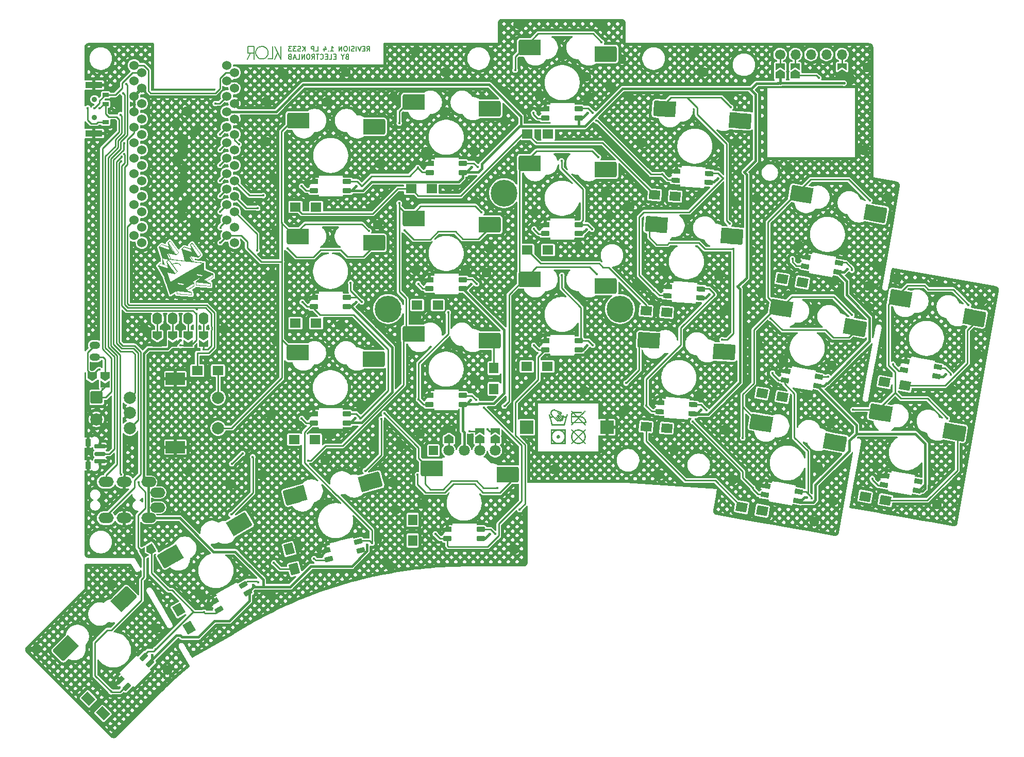
<source format=gbl>
G04 #@! TF.GenerationSoftware,KiCad,Pcbnew,8.0.4-8.0.4-0~ubuntu22.04.1*
G04 #@! TF.CreationDate,2024-08-28T05:36:28+02:00*
G04 #@! TF.ProjectId,klor1_4,6b6c6f72-315f-4342-9e6b-696361645f70,v1.4.0 LP KS33*
G04 #@! TF.SameCoordinates,Original*
G04 #@! TF.FileFunction,Copper,L2,Bot*
G04 #@! TF.FilePolarity,Positive*
%FSLAX46Y46*%
G04 Gerber Fmt 4.6, Leading zero omitted, Abs format (unit mm)*
G04 Created by KiCad (PCBNEW 8.0.4-8.0.4-0~ubuntu22.04.1) date 2024-08-28 05:36:28*
%MOMM*%
%LPD*%
G01*
G04 APERTURE LIST*
G04 Aperture macros list*
%AMRoundRect*
0 Rectangle with rounded corners*
0 $1 Rounding radius*
0 $2 $3 $4 $5 $6 $7 $8 $9 X,Y pos of 4 corners*
0 Add a 4 corners polygon primitive as box body*
4,1,4,$2,$3,$4,$5,$6,$7,$8,$9,$2,$3,0*
0 Add four circle primitives for the rounded corners*
1,1,$1+$1,$2,$3*
1,1,$1+$1,$4,$5*
1,1,$1+$1,$6,$7*
1,1,$1+$1,$8,$9*
0 Add four rect primitives between the rounded corners*
20,1,$1+$1,$2,$3,$4,$5,0*
20,1,$1+$1,$4,$5,$6,$7,0*
20,1,$1+$1,$6,$7,$8,$9,0*
20,1,$1+$1,$8,$9,$2,$3,0*%
%AMRotRect*
0 Rectangle, with rotation*
0 The origin of the aperture is its center*
0 $1 length*
0 $2 width*
0 $3 Rotation angle, in degrees counterclockwise*
0 Add horizontal line*
21,1,$1,$2,0,0,$3*%
%AMFreePoly0*
4,1,18,-0.410000,0.593000,-0.403758,0.624380,-0.385983,0.650983,-0.359380,0.668758,-0.328000,0.675000,0.000000,0.675000,0.410000,0.265000,0.410000,-0.593000,0.403758,-0.624380,0.385983,-0.650983,0.359380,-0.668758,0.328000,-0.675000,-0.328000,-0.675000,-0.359380,-0.668758,-0.385983,-0.650983,-0.403758,-0.624380,-0.410000,-0.593000,-0.410000,0.593000,-0.410000,0.593000,$1*%
%AMFreePoly1*
4,1,6,1.000000,0.000000,0.500000,-0.750000,-0.500000,-0.750000,-0.500000,0.750000,0.500000,0.750000,1.000000,0.000000,1.000000,0.000000,$1*%
%AMFreePoly2*
4,1,6,0.500000,-0.750000,-0.650000,-0.750000,-0.150000,0.000000,-0.650000,0.750000,0.500000,0.750000,0.500000,-0.750000,0.500000,-0.750000,$1*%
G04 Aperture macros list end*
%ADD10C,0.150000*%
G04 #@! TA.AperFunction,NonConductor*
%ADD11C,0.000001*%
G04 #@! TD*
G04 #@! TA.AperFunction,NonConductor*
%ADD12C,0.150000*%
G04 #@! TD*
G04 #@! TA.AperFunction,NonConductor*
%ADD13C,0.000000*%
G04 #@! TD*
G04 #@! TA.AperFunction,ComponentPad*
%ADD14O,2.500000X1.700000*%
G04 #@! TD*
G04 #@! TA.AperFunction,SMDPad,CuDef*
%ADD15RoundRect,0.082000X0.651245X0.187383X0.187383X0.651245X-0.651245X-0.187383X-0.187383X-0.651245X0*%
G04 #@! TD*
G04 #@! TA.AperFunction,SMDPad,CuDef*
%ADD16FreePoly0,135.000000*%
G04 #@! TD*
G04 #@! TA.AperFunction,SMDPad,CuDef*
%ADD17RoundRect,0.255000X0.035355X1.477853X-1.477853X-0.035355X-0.035355X-1.477853X1.477853X0.035355X0*%
G04 #@! TD*
G04 #@! TA.AperFunction,SMDPad,CuDef*
%ADD18RotRect,1.200000X2.550000X45.000000*%
G04 #@! TD*
G04 #@! TA.AperFunction,SMDPad,CuDef*
%ADD19RotRect,1.200000X2.550000X225.000000*%
G04 #@! TD*
G04 #@! TA.AperFunction,SMDPad,CuDef*
%ADD20RoundRect,0.082000X0.593000X-0.328000X0.593000X0.328000X-0.593000X0.328000X-0.593000X-0.328000X0*%
G04 #@! TD*
G04 #@! TA.AperFunction,SMDPad,CuDef*
%ADD21FreePoly0,90.000000*%
G04 #@! TD*
G04 #@! TA.AperFunction,SMDPad,CuDef*
%ADD22RoundRect,0.255000X1.070000X1.020000X-1.070000X1.020000X-1.070000X-1.020000X1.070000X-1.020000X0*%
G04 #@! TD*
G04 #@! TA.AperFunction,SMDPad,CuDef*
%ADD23R,1.200000X2.550000*%
G04 #@! TD*
G04 #@! TA.AperFunction,SMDPad,CuDef*
%ADD24RoundRect,0.082000X0.568675X-0.368567X0.614436X0.285835X-0.568675X0.368567X-0.614436X-0.285835X0*%
G04 #@! TD*
G04 #@! TA.AperFunction,SMDPad,CuDef*
%ADD25FreePoly0,86.000000*%
G04 #@! TD*
G04 #@! TA.AperFunction,SMDPad,CuDef*
%ADD26RoundRect,0.255000X1.138545X0.942876X-0.996242X1.092155X-1.138545X-0.942876X0.996242X-1.092155X0*%
G04 #@! TD*
G04 #@! TA.AperFunction,SMDPad,CuDef*
%ADD27RotRect,1.200000X2.550000X356.000000*%
G04 #@! TD*
G04 #@! TA.AperFunction,SMDPad,CuDef*
%ADD28RotRect,1.200000X2.550000X176.000000*%
G04 #@! TD*
G04 #@! TA.AperFunction,ComponentPad*
%ADD29RotRect,1.800000X1.500000X350.000000*%
G04 #@! TD*
G04 #@! TA.AperFunction,ComponentPad*
%ADD30R,1.800000X1.500000*%
G04 #@! TD*
G04 #@! TA.AperFunction,ComponentPad*
%ADD31RotRect,1.800000X1.500000X356.000000*%
G04 #@! TD*
G04 #@! TA.AperFunction,SMDPad,CuDef*
%ADD32RoundRect,0.082000X0.657687X-0.163344X0.487901X0.470303X-0.657687X0.163344X-0.487901X-0.470303X0*%
G04 #@! TD*
G04 #@! TA.AperFunction,SMDPad,CuDef*
%ADD33FreePoly0,105.000000*%
G04 #@! TD*
G04 #@! TA.AperFunction,SMDPad,CuDef*
%ADD34RoundRect,0.255000X0.769545X1.262181X-1.297536X0.708308X-0.769545X-1.262181X1.297536X-0.708308X0*%
G04 #@! TD*
G04 #@! TA.AperFunction,SMDPad,CuDef*
%ADD35RotRect,1.200000X2.550000X15.000000*%
G04 #@! TD*
G04 #@! TA.AperFunction,SMDPad,CuDef*
%ADD36RotRect,1.200000X2.550000X195.000000*%
G04 #@! TD*
G04 #@! TA.AperFunction,SMDPad,CuDef*
%ADD37RoundRect,0.082000X0.527034X-0.425990X0.640948X0.220044X-0.527034X0.425990X-0.640948X-0.220044X0*%
G04 #@! TD*
G04 #@! TA.AperFunction,SMDPad,CuDef*
%ADD38FreePoly0,80.000000*%
G04 #@! TD*
G04 #@! TA.AperFunction,SMDPad,CuDef*
%ADD39RoundRect,0.255000X1.230865X0.818700X-0.876623X1.190307X-1.230865X-0.818700X0.876623X-1.190307X0*%
G04 #@! TD*
G04 #@! TA.AperFunction,SMDPad,CuDef*
%ADD40RotRect,1.200000X2.550000X350.000000*%
G04 #@! TD*
G04 #@! TA.AperFunction,SMDPad,CuDef*
%ADD41RotRect,1.200000X2.550000X170.000000*%
G04 #@! TD*
G04 #@! TA.AperFunction,ComponentPad*
%ADD42RotRect,1.800000X1.500000X105.000000*%
G04 #@! TD*
G04 #@! TA.AperFunction,ComponentPad*
%ADD43R,2.200000X2.200000*%
G04 #@! TD*
G04 #@! TA.AperFunction,ComponentPad*
%ADD44C,2.000000*%
G04 #@! TD*
G04 #@! TA.AperFunction,ComponentPad*
%ADD45R,3.200000X2.000000*%
G04 #@! TD*
G04 #@! TA.AperFunction,ComponentPad*
%ADD46O,1.600000X2.000000*%
G04 #@! TD*
G04 #@! TA.AperFunction,ComponentPad*
%ADD47RotRect,1.800000X1.500000X120.000000*%
G04 #@! TD*
G04 #@! TA.AperFunction,ComponentPad*
%ADD48O,1.750000X1.200000*%
G04 #@! TD*
G04 #@! TA.AperFunction,ComponentPad*
%ADD49RoundRect,0.187500X-0.712500X0.187500X-0.712500X-0.187500X0.712500X-0.187500X0.712500X0.187500X0*%
G04 #@! TD*
G04 #@! TA.AperFunction,ComponentPad*
%ADD50RoundRect,0.150000X-0.750000X0.150000X-0.750000X-0.150000X0.750000X-0.150000X0.750000X0.150000X0*%
G04 #@! TD*
G04 #@! TA.AperFunction,ComponentPad*
%ADD51RoundRect,0.225000X-0.225000X0.425000X-0.225000X-0.425000X0.225000X-0.425000X0.225000X0.425000X0*%
G04 #@! TD*
G04 #@! TA.AperFunction,ComponentPad*
%ADD52C,4.400000*%
G04 #@! TD*
G04 #@! TA.AperFunction,SMDPad,CuDef*
%ADD53RoundRect,0.082000X0.677553X0.012444X0.349553X0.580556X-0.677553X-0.012444X-0.349553X-0.580556X0*%
G04 #@! TD*
G04 #@! TA.AperFunction,SMDPad,CuDef*
%ADD54FreePoly0,120.000000*%
G04 #@! TD*
G04 #@! TA.AperFunction,SMDPad,CuDef*
%ADD55RoundRect,0.255000X0.416647X1.418346X-1.436647X0.348346X-0.416647X-1.418346X1.436647X-0.348346X0*%
G04 #@! TD*
G04 #@! TA.AperFunction,SMDPad,CuDef*
%ADD56RotRect,1.200000X2.550000X30.000000*%
G04 #@! TD*
G04 #@! TA.AperFunction,SMDPad,CuDef*
%ADD57RotRect,1.200000X2.550000X210.000000*%
G04 #@! TD*
G04 #@! TA.AperFunction,ComponentPad*
%ADD58RotRect,1.800000X1.500000X135.000000*%
G04 #@! TD*
G04 #@! TA.AperFunction,ComponentPad*
%ADD59R,1.500000X1.800000*%
G04 #@! TD*
G04 #@! TA.AperFunction,ComponentPad*
%ADD60RoundRect,0.142858X-0.857142X0.857142X-0.857142X-0.857142X0.857142X-0.857142X0.857142X0.857142X0*%
G04 #@! TD*
G04 #@! TA.AperFunction,WasherPad*
%ADD61C,0.900000*%
G04 #@! TD*
G04 #@! TA.AperFunction,SMDPad,CuDef*
%ADD62R,1.000000X0.700000*%
G04 #@! TD*
G04 #@! TA.AperFunction,SMDPad,CuDef*
%ADD63R,2.800000X1.000000*%
G04 #@! TD*
G04 #@! TA.AperFunction,ComponentPad*
%ADD64R,1.524000X1.524000*%
G04 #@! TD*
G04 #@! TA.AperFunction,ComponentPad*
%ADD65C,1.800000*%
G04 #@! TD*
G04 #@! TA.AperFunction,ComponentPad*
%ADD66C,1.524000*%
G04 #@! TD*
G04 #@! TA.AperFunction,SMDPad,CuDef*
%ADD67FreePoly1,270.000000*%
G04 #@! TD*
G04 #@! TA.AperFunction,SMDPad,CuDef*
%ADD68FreePoly2,270.000000*%
G04 #@! TD*
G04 #@! TA.AperFunction,SMDPad,CuDef*
%ADD69FreePoly1,90.000000*%
G04 #@! TD*
G04 #@! TA.AperFunction,SMDPad,CuDef*
%ADD70FreePoly2,90.000000*%
G04 #@! TD*
G04 #@! TA.AperFunction,SMDPad,CuDef*
%ADD71FreePoly1,210.000000*%
G04 #@! TD*
G04 #@! TA.AperFunction,SMDPad,CuDef*
%ADD72FreePoly2,210.000000*%
G04 #@! TD*
G04 #@! TA.AperFunction,ComponentPad*
%ADD73C,1.700000*%
G04 #@! TD*
G04 #@! TA.AperFunction,ComponentPad*
%ADD74O,1.700000X1.700000*%
G04 #@! TD*
G04 #@! TA.AperFunction,ViaPad*
%ADD75C,0.400000*%
G04 #@! TD*
G04 #@! TA.AperFunction,Conductor*
%ADD76C,0.254000*%
G04 #@! TD*
G04 #@! TA.AperFunction,Conductor*
%ADD77C,0.381000*%
G04 #@! TD*
G04 APERTURE END LIST*
D10*
X110828069Y-54746932D02*
X110816223Y-54590367D01*
X110781849Y-54441215D01*
X110726690Y-54301221D01*
X110623828Y-54131821D01*
X110491250Y-53985936D01*
X110333091Y-53867699D01*
X110153484Y-53781245D01*
X110007191Y-53739749D01*
X109852904Y-53720200D01*
X109800000Y-53718863D01*
D11*
X162132070Y-114456411D02*
X162178349Y-114464720D01*
X162223917Y-114475066D01*
X162268725Y-114487402D01*
X162312722Y-114501677D01*
X162355860Y-114517843D01*
X162398087Y-114535850D01*
X162439355Y-114555650D01*
X162471376Y-114572785D01*
X162479613Y-114577193D01*
X162518812Y-114600431D01*
X162556903Y-114625314D01*
X162593835Y-114651793D01*
X162629559Y-114679819D01*
X162664025Y-114709344D01*
X162697183Y-114740317D01*
X162728984Y-114772690D01*
X162759378Y-114806414D01*
X162788315Y-114841440D01*
X162815746Y-114877719D01*
X162841620Y-114915201D01*
X162865888Y-114953838D01*
X162888500Y-114993580D01*
X162909408Y-115034379D01*
X162928559Y-115076185D01*
X162945906Y-115118949D01*
X162961399Y-115162622D01*
X162974987Y-115207155D01*
X162986621Y-115252500D01*
X162996251Y-115298606D01*
X163003828Y-115345426D01*
X163009302Y-115392909D01*
X163011599Y-115426193D01*
X163012622Y-115441006D01*
X163013740Y-115489670D01*
X163013740Y-115553146D01*
X162654018Y-115553146D01*
X162957313Y-115856424D01*
X162865619Y-115948112D01*
X162470631Y-115553146D01*
X161782928Y-115553146D01*
X161782928Y-115422667D01*
X162340144Y-115422667D01*
X161751188Y-114833745D01*
X161162232Y-115422667D01*
X161775875Y-115422667D01*
X161775875Y-115553146D01*
X161031745Y-115553146D01*
X160636756Y-115948112D01*
X160545063Y-115856424D01*
X160848357Y-115553146D01*
X160566223Y-115553146D01*
X160566223Y-114572785D01*
X160696710Y-114572785D01*
X160696710Y-115422667D01*
X160978845Y-115422667D01*
X161652459Y-114745583D01*
X161846408Y-114745583D01*
X162527058Y-115426193D01*
X162883253Y-115426193D01*
X162883253Y-115422667D01*
X162879283Y-115379964D01*
X162873355Y-115337845D01*
X162865515Y-115296357D01*
X162855811Y-115255545D01*
X162844288Y-115215456D01*
X162830993Y-115176137D01*
X162815973Y-115137634D01*
X162799274Y-115099994D01*
X162780942Y-115063263D01*
X162761024Y-115027487D01*
X162739567Y-114992714D01*
X162716617Y-114958990D01*
X162692220Y-114926360D01*
X162666424Y-114894873D01*
X162639274Y-114864573D01*
X162610817Y-114835508D01*
X162581099Y-114807724D01*
X162550167Y-114781268D01*
X162518068Y-114756185D01*
X162484848Y-114732524D01*
X162450553Y-114710329D01*
X162415230Y-114689648D01*
X162378926Y-114670527D01*
X162341687Y-114653012D01*
X162303559Y-114637151D01*
X162264589Y-114622989D01*
X162224823Y-114610573D01*
X162184309Y-114599950D01*
X162143091Y-114591166D01*
X162101218Y-114584267D01*
X162058735Y-114579300D01*
X162015689Y-114576311D01*
X161849935Y-114742056D01*
X161846408Y-114745583D01*
X161652459Y-114745583D01*
X161655968Y-114742056D01*
X161486686Y-114572785D01*
X161670074Y-114572785D01*
X161751188Y-114653894D01*
X161832302Y-114572785D01*
X161670074Y-114572785D01*
X161486686Y-114572785D01*
X160696710Y-114572785D01*
X160566223Y-114572785D01*
X160566223Y-114181346D01*
X160700237Y-114181346D01*
X160700237Y-114445832D01*
X161359726Y-114445832D01*
X160841304Y-113927439D01*
X160825771Y-113937807D01*
X160810942Y-113949053D01*
X160796855Y-113961146D01*
X160783555Y-113974055D01*
X160771080Y-113987749D01*
X160759474Y-114002198D01*
X160754009Y-114009695D01*
X160748777Y-114017370D01*
X160743782Y-114025217D01*
X160739030Y-114033234D01*
X160734526Y-114041416D01*
X160730276Y-114049759D01*
X160726283Y-114058260D01*
X160722554Y-114066914D01*
X160719094Y-114075719D01*
X160715907Y-114084669D01*
X160712999Y-114093761D01*
X160710376Y-114102992D01*
X160708042Y-114112357D01*
X160706002Y-114121852D01*
X160704262Y-114131474D01*
X160702827Y-114141218D01*
X160701701Y-114151082D01*
X160700891Y-114161060D01*
X160700401Y-114171149D01*
X160700237Y-114181346D01*
X160566223Y-114181346D01*
X160566223Y-114177819D01*
X160567041Y-114151545D01*
X160569467Y-114125652D01*
X160573452Y-114100194D01*
X160578952Y-114075221D01*
X160585918Y-114050785D01*
X160594305Y-114026938D01*
X160604066Y-114003732D01*
X160615155Y-113981218D01*
X160627525Y-113959448D01*
X160641130Y-113938473D01*
X160655923Y-113918346D01*
X160671858Y-113899117D01*
X160688888Y-113880839D01*
X160706966Y-113863563D01*
X160726047Y-113847341D01*
X160746083Y-113832224D01*
X160548589Y-113634741D01*
X160640283Y-113543053D01*
X160869517Y-113772274D01*
X160876832Y-113769712D01*
X160884230Y-113767315D01*
X160891711Y-113765083D01*
X160899274Y-113763017D01*
X160906919Y-113761116D01*
X160914648Y-113759380D01*
X160922459Y-113757810D01*
X160930353Y-113756405D01*
X160938329Y-113755165D01*
X160946388Y-113754091D01*
X160954530Y-113753182D01*
X160962754Y-113752438D01*
X160971061Y-113751859D01*
X160979450Y-113751446D01*
X160987923Y-113751198D01*
X160996478Y-113751115D01*
X162283717Y-113751115D01*
X162283717Y-113881595D01*
X160982371Y-113881595D01*
X161543114Y-114442305D01*
X161962789Y-114442305D01*
X162865619Y-113543053D01*
X162957313Y-113634741D01*
X162142695Y-114445832D01*
X162132070Y-114456411D01*
G04 #@! TA.AperFunction,NonConductor*
G36*
X162132070Y-114456411D02*
G01*
X162178349Y-114464720D01*
X162223917Y-114475066D01*
X162268725Y-114487402D01*
X162312722Y-114501677D01*
X162355860Y-114517843D01*
X162398087Y-114535850D01*
X162439355Y-114555650D01*
X162471376Y-114572785D01*
X162479613Y-114577193D01*
X162518812Y-114600431D01*
X162556903Y-114625314D01*
X162593835Y-114651793D01*
X162629559Y-114679819D01*
X162664025Y-114709344D01*
X162697183Y-114740317D01*
X162728984Y-114772690D01*
X162759378Y-114806414D01*
X162788315Y-114841440D01*
X162815746Y-114877719D01*
X162841620Y-114915201D01*
X162865888Y-114953838D01*
X162888500Y-114993580D01*
X162909408Y-115034379D01*
X162928559Y-115076185D01*
X162945906Y-115118949D01*
X162961399Y-115162622D01*
X162974987Y-115207155D01*
X162986621Y-115252500D01*
X162996251Y-115298606D01*
X163003828Y-115345426D01*
X163009302Y-115392909D01*
X163011599Y-115426193D01*
X163012622Y-115441006D01*
X163013740Y-115489670D01*
X163013740Y-115553146D01*
X162654018Y-115553146D01*
X162957313Y-115856424D01*
X162865619Y-115948112D01*
X162470631Y-115553146D01*
X161782928Y-115553146D01*
X161782928Y-115422667D01*
X162340144Y-115422667D01*
X161751188Y-114833745D01*
X161162232Y-115422667D01*
X161775875Y-115422667D01*
X161775875Y-115553146D01*
X161031745Y-115553146D01*
X160636756Y-115948112D01*
X160545063Y-115856424D01*
X160848357Y-115553146D01*
X160566223Y-115553146D01*
X160566223Y-114572785D01*
X160696710Y-114572785D01*
X160696710Y-115422667D01*
X160978845Y-115422667D01*
X161652459Y-114745583D01*
X161846408Y-114745583D01*
X162527058Y-115426193D01*
X162883253Y-115426193D01*
X162883253Y-115422667D01*
X162879283Y-115379964D01*
X162873355Y-115337845D01*
X162865515Y-115296357D01*
X162855811Y-115255545D01*
X162844288Y-115215456D01*
X162830993Y-115176137D01*
X162815973Y-115137634D01*
X162799274Y-115099994D01*
X162780942Y-115063263D01*
X162761024Y-115027487D01*
X162739567Y-114992714D01*
X162716617Y-114958990D01*
X162692220Y-114926360D01*
X162666424Y-114894873D01*
X162639274Y-114864573D01*
X162610817Y-114835508D01*
X162581099Y-114807724D01*
X162550167Y-114781268D01*
X162518068Y-114756185D01*
X162484848Y-114732524D01*
X162450553Y-114710329D01*
X162415230Y-114689648D01*
X162378926Y-114670527D01*
X162341687Y-114653012D01*
X162303559Y-114637151D01*
X162264589Y-114622989D01*
X162224823Y-114610573D01*
X162184309Y-114599950D01*
X162143091Y-114591166D01*
X162101218Y-114584267D01*
X162058735Y-114579300D01*
X162015689Y-114576311D01*
X161849935Y-114742056D01*
X161846408Y-114745583D01*
X161652459Y-114745583D01*
X161655968Y-114742056D01*
X161486686Y-114572785D01*
X161670074Y-114572785D01*
X161751188Y-114653894D01*
X161832302Y-114572785D01*
X161670074Y-114572785D01*
X161486686Y-114572785D01*
X160696710Y-114572785D01*
X160566223Y-114572785D01*
X160566223Y-114181346D01*
X160700237Y-114181346D01*
X160700237Y-114445832D01*
X161359726Y-114445832D01*
X160841304Y-113927439D01*
X160825771Y-113937807D01*
X160810942Y-113949053D01*
X160796855Y-113961146D01*
X160783555Y-113974055D01*
X160771080Y-113987749D01*
X160759474Y-114002198D01*
X160754009Y-114009695D01*
X160748777Y-114017370D01*
X160743782Y-114025217D01*
X160739030Y-114033234D01*
X160734526Y-114041416D01*
X160730276Y-114049759D01*
X160726283Y-114058260D01*
X160722554Y-114066914D01*
X160719094Y-114075719D01*
X160715907Y-114084669D01*
X160712999Y-114093761D01*
X160710376Y-114102992D01*
X160708042Y-114112357D01*
X160706002Y-114121852D01*
X160704262Y-114131474D01*
X160702827Y-114141218D01*
X160701701Y-114151082D01*
X160700891Y-114161060D01*
X160700401Y-114171149D01*
X160700237Y-114181346D01*
X160566223Y-114181346D01*
X160566223Y-114177819D01*
X160567041Y-114151545D01*
X160569467Y-114125652D01*
X160573452Y-114100194D01*
X160578952Y-114075221D01*
X160585918Y-114050785D01*
X160594305Y-114026938D01*
X160604066Y-114003732D01*
X160615155Y-113981218D01*
X160627525Y-113959448D01*
X160641130Y-113938473D01*
X160655923Y-113918346D01*
X160671858Y-113899117D01*
X160688888Y-113880839D01*
X160706966Y-113863563D01*
X160726047Y-113847341D01*
X160746083Y-113832224D01*
X160548589Y-113634741D01*
X160640283Y-113543053D01*
X160869517Y-113772274D01*
X160876832Y-113769712D01*
X160884230Y-113767315D01*
X160891711Y-113765083D01*
X160899274Y-113763017D01*
X160906919Y-113761116D01*
X160914648Y-113759380D01*
X160922459Y-113757810D01*
X160930353Y-113756405D01*
X160938329Y-113755165D01*
X160946388Y-113754091D01*
X160954530Y-113753182D01*
X160962754Y-113752438D01*
X160971061Y-113751859D01*
X160979450Y-113751446D01*
X160987923Y-113751198D01*
X160996478Y-113751115D01*
X162283717Y-113751115D01*
X162283717Y-113881595D01*
X160982371Y-113881595D01*
X161543114Y-114442305D01*
X161962789Y-114442305D01*
X162865619Y-113543053D01*
X162957313Y-113634741D01*
X162142695Y-114445832D01*
X162132070Y-114456411D01*
G37*
G04 #@! TD.AperFunction*
D12*
X108771932Y-54746932D02*
X108771932Y-54746932D01*
X111547717Y-55775001D02*
X111547717Y-53718864D01*
D11*
X162622278Y-117037794D02*
X162656447Y-117077541D01*
X162688824Y-117118724D01*
X162719351Y-117161292D01*
X162747971Y-117205192D01*
X162774629Y-117250373D01*
X162799267Y-117296784D01*
X162821828Y-117344372D01*
X162842255Y-117393087D01*
X162860492Y-117442876D01*
X162876482Y-117493688D01*
X162890168Y-117545471D01*
X162901492Y-117598174D01*
X162910399Y-117651745D01*
X162916832Y-117706131D01*
X162920733Y-117761282D01*
X162922046Y-117817146D01*
X162922046Y-117817147D01*
X162920733Y-117873049D01*
X162916832Y-117928306D01*
X162910399Y-117982851D01*
X162901492Y-118036615D01*
X162890168Y-118089532D01*
X162876482Y-118141534D01*
X162860492Y-118192556D01*
X162842255Y-118242528D01*
X162821828Y-118291385D01*
X162799267Y-118339059D01*
X162774629Y-118385482D01*
X162747971Y-118430589D01*
X162719351Y-118474311D01*
X162688824Y-118516581D01*
X162656447Y-118557333D01*
X162622278Y-118596499D01*
X162953786Y-118927987D01*
X162862093Y-119019676D01*
X162530585Y-118688187D01*
X162490835Y-118722354D01*
X162449650Y-118754729D01*
X162407080Y-118785254D01*
X162363177Y-118813873D01*
X162317994Y-118840529D01*
X162271580Y-118865165D01*
X162223989Y-118887725D01*
X162175271Y-118908151D01*
X162125479Y-118926387D01*
X162074665Y-118942376D01*
X162022878Y-118956061D01*
X161970173Y-118967385D01*
X161916599Y-118976292D01*
X161862209Y-118982724D01*
X161807055Y-118986625D01*
X161751188Y-118987938D01*
X161695282Y-118986625D01*
X161640022Y-118982724D01*
X161585474Y-118976292D01*
X161531707Y-118967385D01*
X161478787Y-118956061D01*
X161426781Y-118942376D01*
X161375757Y-118926387D01*
X161325782Y-118908151D01*
X161276922Y-118887725D01*
X161229246Y-118865166D01*
X161182820Y-118840529D01*
X161137711Y-118813873D01*
X161093986Y-118785254D01*
X161051713Y-118754729D01*
X161010959Y-118722354D01*
X160971791Y-118688187D01*
X160640283Y-119019676D01*
X160548589Y-118927987D01*
X160880098Y-118596499D01*
X161059958Y-118596499D01*
X161095036Y-118626162D01*
X161131456Y-118654286D01*
X161169158Y-118680819D01*
X161208079Y-118705709D01*
X161248157Y-118728905D01*
X161289330Y-118750355D01*
X161331537Y-118770007D01*
X161374715Y-118787810D01*
X161418802Y-118803712D01*
X161463736Y-118817661D01*
X161509455Y-118829606D01*
X161555898Y-118839495D01*
X161603002Y-118847277D01*
X161650705Y-118852899D01*
X161698945Y-118856310D01*
X161747661Y-118857458D01*
X161751188Y-118857458D01*
X161800485Y-118856310D01*
X161849157Y-118852899D01*
X161897157Y-118847277D01*
X161944439Y-118839495D01*
X161990957Y-118829606D01*
X162036663Y-118817661D01*
X162081512Y-118803712D01*
X162125457Y-118787810D01*
X162168451Y-118770007D01*
X162210449Y-118750355D01*
X162251402Y-118728905D01*
X162291266Y-118705709D01*
X162329993Y-118680819D01*
X162367538Y-118654286D01*
X162403852Y-118626162D01*
X162438891Y-118596499D01*
X161751188Y-117908835D01*
X161059958Y-118596499D01*
X160880098Y-118596499D01*
X160845929Y-118556752D01*
X160813552Y-118515569D01*
X160783025Y-118473001D01*
X160754404Y-118429101D01*
X160727747Y-118383920D01*
X160703109Y-118337509D01*
X160680548Y-118289920D01*
X160660121Y-118241206D01*
X160641884Y-118191416D01*
X160625894Y-118140604D01*
X160612208Y-118088821D01*
X160600884Y-118036119D01*
X160591976Y-117982548D01*
X160585544Y-117928162D01*
X160581643Y-117873010D01*
X160580330Y-117817146D01*
X160580496Y-117810094D01*
X160707290Y-117810094D01*
X160707290Y-117813620D01*
X160708439Y-117862915D01*
X160711850Y-117911590D01*
X160717472Y-117959604D01*
X160725254Y-118006915D01*
X160735144Y-118053483D01*
X160747089Y-118099265D01*
X160761039Y-118144221D01*
X160776942Y-118188309D01*
X160794746Y-118231487D01*
X160814399Y-118273716D01*
X160835850Y-118314952D01*
X160859047Y-118355155D01*
X160883939Y-118394284D01*
X160910474Y-118432297D01*
X160938599Y-118469153D01*
X160968264Y-118504810D01*
X161655967Y-117817147D01*
X161842881Y-117817147D01*
X162530585Y-118504810D01*
X162560250Y-118469735D01*
X162588375Y-118433316D01*
X162614910Y-118395617D01*
X162639802Y-118356698D01*
X162662999Y-118316622D01*
X162684450Y-118275451D01*
X162704103Y-118233247D01*
X162721907Y-118190072D01*
X162737810Y-118145987D01*
X162751760Y-118101056D01*
X162763705Y-118055339D01*
X162773595Y-118008899D01*
X162781377Y-117961798D01*
X162786999Y-117914097D01*
X162790410Y-117865860D01*
X162791559Y-117817147D01*
X162790410Y-117768434D01*
X162786999Y-117720196D01*
X162781377Y-117672496D01*
X162773595Y-117625394D01*
X162763705Y-117578954D01*
X162751760Y-117533238D01*
X162737810Y-117488306D01*
X162721907Y-117444221D01*
X162704103Y-117401046D01*
X162684450Y-117358842D01*
X162662999Y-117317671D01*
X162639802Y-117277595D01*
X162614910Y-117238677D01*
X162588375Y-117200977D01*
X162560250Y-117164558D01*
X162530585Y-117129483D01*
X161846408Y-117813620D01*
X161842881Y-117817147D01*
X161655967Y-117817147D01*
X161659494Y-117813620D01*
X160968264Y-117122430D01*
X160938599Y-117157505D01*
X160910474Y-117193924D01*
X160883939Y-117231624D01*
X160859047Y-117270542D01*
X160835850Y-117310618D01*
X160814399Y-117351789D01*
X160794746Y-117393993D01*
X160776942Y-117437169D01*
X160761039Y-117481253D01*
X160747089Y-117526185D01*
X160735144Y-117571901D01*
X160725254Y-117618341D01*
X160717472Y-117665443D01*
X160711850Y-117713143D01*
X160708439Y-117761381D01*
X160707290Y-117810094D01*
X160580496Y-117810094D01*
X160581643Y-117761244D01*
X160585544Y-117705987D01*
X160591976Y-117651442D01*
X160600884Y-117597678D01*
X160612208Y-117544761D01*
X160625894Y-117492758D01*
X160641884Y-117441737D01*
X160660121Y-117391765D01*
X160680548Y-117342908D01*
X160703109Y-117295234D01*
X160727747Y-117248811D01*
X160754404Y-117203704D01*
X160783025Y-117159982D01*
X160813552Y-117117712D01*
X160845929Y-117076960D01*
X160880098Y-117037794D01*
X160876572Y-117034268D01*
X161063485Y-117034268D01*
X161754715Y-117721931D01*
X162442418Y-117034268D01*
X162407339Y-117004604D01*
X162370913Y-116976480D01*
X162333195Y-116949947D01*
X162294242Y-116925057D01*
X162254111Y-116901861D01*
X162212860Y-116880411D01*
X162170544Y-116860759D01*
X162127220Y-116842956D01*
X162082947Y-116827054D01*
X162037779Y-116813105D01*
X161991775Y-116801160D01*
X161944990Y-116791271D01*
X161897482Y-116783490D01*
X161849308Y-116777868D01*
X161800525Y-116774457D01*
X161751188Y-116773308D01*
X161701891Y-116774457D01*
X161653219Y-116777868D01*
X161605219Y-116783490D01*
X161557937Y-116791271D01*
X161511419Y-116801160D01*
X161465713Y-116813105D01*
X161420864Y-116827054D01*
X161376919Y-116842956D01*
X161333924Y-116860759D01*
X161291927Y-116880411D01*
X161250973Y-116901861D01*
X161211110Y-116925057D01*
X161172382Y-116949947D01*
X161134838Y-116976480D01*
X161098524Y-117004604D01*
X161063485Y-117034268D01*
X160876572Y-117034268D01*
X160548589Y-116706305D01*
X160640283Y-116614617D01*
X160971791Y-116946106D01*
X161011540Y-116911939D01*
X161052726Y-116879564D01*
X161095296Y-116849039D01*
X161139198Y-116820420D01*
X161184382Y-116793764D01*
X161230796Y-116769127D01*
X161278387Y-116746568D01*
X161327104Y-116726142D01*
X161376896Y-116707906D01*
X161427711Y-116691917D01*
X161479497Y-116678232D01*
X161532203Y-116666908D01*
X161585777Y-116658001D01*
X161640166Y-116651569D01*
X161695321Y-116647668D01*
X161751188Y-116646355D01*
X161807094Y-116647668D01*
X161862354Y-116651569D01*
X161916901Y-116658001D01*
X161970669Y-116666908D01*
X162023589Y-116678232D01*
X162075594Y-116691917D01*
X162126618Y-116707905D01*
X162176594Y-116726141D01*
X162225453Y-116746568D01*
X162273130Y-116769127D01*
X162319556Y-116793764D01*
X162364665Y-116820420D01*
X162408390Y-116849039D01*
X162450663Y-116879564D01*
X162491417Y-116911939D01*
X162530585Y-116946106D01*
X162862093Y-116614617D01*
X162953786Y-116706305D01*
X162625805Y-117034268D01*
X162622278Y-117037794D01*
G04 #@! TA.AperFunction,NonConductor*
G36*
X162622278Y-117037794D02*
G01*
X162656447Y-117077541D01*
X162688824Y-117118724D01*
X162719351Y-117161292D01*
X162747971Y-117205192D01*
X162774629Y-117250373D01*
X162799267Y-117296784D01*
X162821828Y-117344372D01*
X162842255Y-117393087D01*
X162860492Y-117442876D01*
X162876482Y-117493688D01*
X162890168Y-117545471D01*
X162901492Y-117598174D01*
X162910399Y-117651745D01*
X162916832Y-117706131D01*
X162920733Y-117761282D01*
X162922046Y-117817146D01*
X162922046Y-117817147D01*
X162920733Y-117873049D01*
X162916832Y-117928306D01*
X162910399Y-117982851D01*
X162901492Y-118036615D01*
X162890168Y-118089532D01*
X162876482Y-118141534D01*
X162860492Y-118192556D01*
X162842255Y-118242528D01*
X162821828Y-118291385D01*
X162799267Y-118339059D01*
X162774629Y-118385482D01*
X162747971Y-118430589D01*
X162719351Y-118474311D01*
X162688824Y-118516581D01*
X162656447Y-118557333D01*
X162622278Y-118596499D01*
X162953786Y-118927987D01*
X162862093Y-119019676D01*
X162530585Y-118688187D01*
X162490835Y-118722354D01*
X162449650Y-118754729D01*
X162407080Y-118785254D01*
X162363177Y-118813873D01*
X162317994Y-118840529D01*
X162271580Y-118865165D01*
X162223989Y-118887725D01*
X162175271Y-118908151D01*
X162125479Y-118926387D01*
X162074665Y-118942376D01*
X162022878Y-118956061D01*
X161970173Y-118967385D01*
X161916599Y-118976292D01*
X161862209Y-118982724D01*
X161807055Y-118986625D01*
X161751188Y-118987938D01*
X161695282Y-118986625D01*
X161640022Y-118982724D01*
X161585474Y-118976292D01*
X161531707Y-118967385D01*
X161478787Y-118956061D01*
X161426781Y-118942376D01*
X161375757Y-118926387D01*
X161325782Y-118908151D01*
X161276922Y-118887725D01*
X161229246Y-118865166D01*
X161182820Y-118840529D01*
X161137711Y-118813873D01*
X161093986Y-118785254D01*
X161051713Y-118754729D01*
X161010959Y-118722354D01*
X160971791Y-118688187D01*
X160640283Y-119019676D01*
X160548589Y-118927987D01*
X160880098Y-118596499D01*
X161059958Y-118596499D01*
X161095036Y-118626162D01*
X161131456Y-118654286D01*
X161169158Y-118680819D01*
X161208079Y-118705709D01*
X161248157Y-118728905D01*
X161289330Y-118750355D01*
X161331537Y-118770007D01*
X161374715Y-118787810D01*
X161418802Y-118803712D01*
X161463736Y-118817661D01*
X161509455Y-118829606D01*
X161555898Y-118839495D01*
X161603002Y-118847277D01*
X161650705Y-118852899D01*
X161698945Y-118856310D01*
X161747661Y-118857458D01*
X161751188Y-118857458D01*
X161800485Y-118856310D01*
X161849157Y-118852899D01*
X161897157Y-118847277D01*
X161944439Y-118839495D01*
X161990957Y-118829606D01*
X162036663Y-118817661D01*
X162081512Y-118803712D01*
X162125457Y-118787810D01*
X162168451Y-118770007D01*
X162210449Y-118750355D01*
X162251402Y-118728905D01*
X162291266Y-118705709D01*
X162329993Y-118680819D01*
X162367538Y-118654286D01*
X162403852Y-118626162D01*
X162438891Y-118596499D01*
X161751188Y-117908835D01*
X161059958Y-118596499D01*
X160880098Y-118596499D01*
X160845929Y-118556752D01*
X160813552Y-118515569D01*
X160783025Y-118473001D01*
X160754404Y-118429101D01*
X160727747Y-118383920D01*
X160703109Y-118337509D01*
X160680548Y-118289920D01*
X160660121Y-118241206D01*
X160641884Y-118191416D01*
X160625894Y-118140604D01*
X160612208Y-118088821D01*
X160600884Y-118036119D01*
X160591976Y-117982548D01*
X160585544Y-117928162D01*
X160581643Y-117873010D01*
X160580330Y-117817146D01*
X160580496Y-117810094D01*
X160707290Y-117810094D01*
X160707290Y-117813620D01*
X160708439Y-117862915D01*
X160711850Y-117911590D01*
X160717472Y-117959604D01*
X160725254Y-118006915D01*
X160735144Y-118053483D01*
X160747089Y-118099265D01*
X160761039Y-118144221D01*
X160776942Y-118188309D01*
X160794746Y-118231487D01*
X160814399Y-118273716D01*
X160835850Y-118314952D01*
X160859047Y-118355155D01*
X160883939Y-118394284D01*
X160910474Y-118432297D01*
X160938599Y-118469153D01*
X160968264Y-118504810D01*
X161655967Y-117817147D01*
X161842881Y-117817147D01*
X162530585Y-118504810D01*
X162560250Y-118469735D01*
X162588375Y-118433316D01*
X162614910Y-118395617D01*
X162639802Y-118356698D01*
X162662999Y-118316622D01*
X162684450Y-118275451D01*
X162704103Y-118233247D01*
X162721907Y-118190072D01*
X162737810Y-118145987D01*
X162751760Y-118101056D01*
X162763705Y-118055339D01*
X162773595Y-118008899D01*
X162781377Y-117961798D01*
X162786999Y-117914097D01*
X162790410Y-117865860D01*
X162791559Y-117817147D01*
X162790410Y-117768434D01*
X162786999Y-117720196D01*
X162781377Y-117672496D01*
X162773595Y-117625394D01*
X162763705Y-117578954D01*
X162751760Y-117533238D01*
X162737810Y-117488306D01*
X162721907Y-117444221D01*
X162704103Y-117401046D01*
X162684450Y-117358842D01*
X162662999Y-117317671D01*
X162639802Y-117277595D01*
X162614910Y-117238677D01*
X162588375Y-117200977D01*
X162560250Y-117164558D01*
X162530585Y-117129483D01*
X161846408Y-117813620D01*
X161842881Y-117817147D01*
X161655967Y-117817147D01*
X161659494Y-117813620D01*
X160968264Y-117122430D01*
X160938599Y-117157505D01*
X160910474Y-117193924D01*
X160883939Y-117231624D01*
X160859047Y-117270542D01*
X160835850Y-117310618D01*
X160814399Y-117351789D01*
X160794746Y-117393993D01*
X160776942Y-117437169D01*
X160761039Y-117481253D01*
X160747089Y-117526185D01*
X160735144Y-117571901D01*
X160725254Y-117618341D01*
X160717472Y-117665443D01*
X160711850Y-117713143D01*
X160708439Y-117761381D01*
X160707290Y-117810094D01*
X160580496Y-117810094D01*
X160581643Y-117761244D01*
X160585544Y-117705987D01*
X160591976Y-117651442D01*
X160600884Y-117597678D01*
X160612208Y-117544761D01*
X160625894Y-117492758D01*
X160641884Y-117441737D01*
X160660121Y-117391765D01*
X160680548Y-117342908D01*
X160703109Y-117295234D01*
X160727747Y-117248811D01*
X160754404Y-117203704D01*
X160783025Y-117159982D01*
X160813552Y-117117712D01*
X160845929Y-117076960D01*
X160880098Y-117037794D01*
X160876572Y-117034268D01*
X161063485Y-117034268D01*
X161754715Y-117721931D01*
X162442418Y-117034268D01*
X162407339Y-117004604D01*
X162370913Y-116976480D01*
X162333195Y-116949947D01*
X162294242Y-116925057D01*
X162254111Y-116901861D01*
X162212860Y-116880411D01*
X162170544Y-116860759D01*
X162127220Y-116842956D01*
X162082947Y-116827054D01*
X162037779Y-116813105D01*
X161991775Y-116801160D01*
X161944990Y-116791271D01*
X161897482Y-116783490D01*
X161849308Y-116777868D01*
X161800525Y-116774457D01*
X161751188Y-116773308D01*
X161701891Y-116774457D01*
X161653219Y-116777868D01*
X161605219Y-116783490D01*
X161557937Y-116791271D01*
X161511419Y-116801160D01*
X161465713Y-116813105D01*
X161420864Y-116827054D01*
X161376919Y-116842956D01*
X161333924Y-116860759D01*
X161291927Y-116880411D01*
X161250973Y-116901861D01*
X161211110Y-116925057D01*
X161172382Y-116949947D01*
X161134838Y-116976480D01*
X161098524Y-117004604D01*
X161063485Y-117034268D01*
X160876572Y-117034268D01*
X160548589Y-116706305D01*
X160640283Y-116614617D01*
X160971791Y-116946106D01*
X161011540Y-116911939D01*
X161052726Y-116879564D01*
X161095296Y-116849039D01*
X161139198Y-116820420D01*
X161184382Y-116793764D01*
X161230796Y-116769127D01*
X161278387Y-116746568D01*
X161327104Y-116726142D01*
X161376896Y-116707906D01*
X161427711Y-116691917D01*
X161479497Y-116678232D01*
X161532203Y-116666908D01*
X161585777Y-116658001D01*
X161640166Y-116651569D01*
X161695321Y-116647668D01*
X161751188Y-116646355D01*
X161807094Y-116647668D01*
X161862354Y-116651569D01*
X161916901Y-116658001D01*
X161970669Y-116666908D01*
X162023589Y-116678232D01*
X162075594Y-116691917D01*
X162126618Y-116707905D01*
X162176594Y-116726141D01*
X162225453Y-116746568D01*
X162273130Y-116769127D01*
X162319556Y-116793764D01*
X162364665Y-116820420D01*
X162408390Y-116849039D01*
X162450663Y-116879564D01*
X162491417Y-116911939D01*
X162530585Y-116946106D01*
X162862093Y-116614617D01*
X162953786Y-116706305D01*
X162625805Y-117034268D01*
X162622278Y-117037794D01*
G37*
G04 #@! TD.AperFunction*
D12*
X108497779Y-54781201D02*
X108497779Y-55809270D01*
D11*
X156992253Y-114181402D02*
X156990167Y-114181346D01*
X156993695Y-114181346D01*
X156992253Y-114181402D01*
G04 #@! TA.AperFunction,NonConductor*
G36*
X156992253Y-114181402D02*
G01*
X156990167Y-114181346D01*
X156993695Y-114181346D01*
X156992253Y-114181402D01*
G37*
G04 #@! TD.AperFunction*
D12*
X108463510Y-54781201D02*
X107469711Y-54781201D01*
X107469711Y-54781201D02*
X107469711Y-53753133D01*
D10*
X109800000Y-55775000D02*
X109956564Y-55763154D01*
X110105716Y-55728780D01*
X110245710Y-55673621D01*
X110415110Y-55570759D01*
X110560995Y-55438181D01*
X110679232Y-55280022D01*
X110765686Y-55100416D01*
X110807182Y-54954123D01*
X110826731Y-54799836D01*
X110828069Y-54746932D01*
D13*
G04 #@! TA.AperFunction,NonConductor*
G36*
X96152880Y-87610821D02*
G01*
X95699384Y-88038388D01*
X94309917Y-85980988D01*
X94419330Y-85980988D01*
X95714730Y-87899217D01*
X96032230Y-87599708D01*
X94675447Y-85748683D01*
X94419330Y-85980988D01*
X94309917Y-85980988D01*
X94300268Y-85966700D01*
X94689205Y-85613746D01*
X96144735Y-87599708D01*
X96152880Y-87610821D01*
G37*
G04 #@! TD.AperFunction*
D12*
X107469711Y-53753133D02*
X108497779Y-53753133D01*
D11*
X158455308Y-117584706D02*
X158467278Y-117585618D01*
X158479055Y-117587119D01*
X158490626Y-117589193D01*
X158501977Y-117591825D01*
X158513095Y-117594999D01*
X158523967Y-117598700D01*
X158534578Y-117602913D01*
X158544916Y-117607621D01*
X158554966Y-117612810D01*
X158564715Y-117618464D01*
X158574150Y-117624568D01*
X158583257Y-117631105D01*
X158592022Y-117638061D01*
X158600432Y-117645419D01*
X158608473Y-117653165D01*
X158616132Y-117661283D01*
X158623395Y-117669758D01*
X158630249Y-117678573D01*
X158636680Y-117687714D01*
X158642674Y-117697164D01*
X158648218Y-117706910D01*
X158653299Y-117716934D01*
X158657902Y-117727221D01*
X158662014Y-117737757D01*
X158665622Y-117748525D01*
X158668713Y-117759510D01*
X158671271Y-117770696D01*
X158673285Y-117782068D01*
X158674740Y-117793611D01*
X158675624Y-117805309D01*
X158675921Y-117817146D01*
X158675624Y-117829294D01*
X158674740Y-117841263D01*
X158673285Y-117853039D01*
X158671271Y-117864609D01*
X158668713Y-117875960D01*
X158665622Y-117887078D01*
X158662014Y-117897949D01*
X158657902Y-117908559D01*
X158653299Y-117918896D01*
X158648218Y-117928946D01*
X158642674Y-117938695D01*
X158636680Y-117948129D01*
X158630249Y-117957235D01*
X158623395Y-117966000D01*
X158616132Y-117974409D01*
X158608473Y-117982450D01*
X158600432Y-117990109D01*
X158592022Y-117997371D01*
X158583257Y-118004225D01*
X158574150Y-118010655D01*
X158564715Y-118016649D01*
X158554966Y-118022193D01*
X158544916Y-118027273D01*
X158534578Y-118031876D01*
X158523967Y-118035988D01*
X158513095Y-118039596D01*
X158501977Y-118042686D01*
X158490626Y-118045245D01*
X158479055Y-118047258D01*
X158467278Y-118048714D01*
X158455308Y-118049597D01*
X158443160Y-118049894D01*
X158431012Y-118049597D01*
X158419042Y-118048714D01*
X158407265Y-118047258D01*
X158395695Y-118045245D01*
X158384343Y-118042686D01*
X158373225Y-118039596D01*
X158362353Y-118035988D01*
X158351742Y-118031876D01*
X158341404Y-118027273D01*
X158331354Y-118022193D01*
X158321605Y-118016649D01*
X158312170Y-118010655D01*
X158303063Y-118004225D01*
X158294298Y-117997371D01*
X158285888Y-117990109D01*
X158277847Y-117982450D01*
X158270188Y-117974409D01*
X158262925Y-117966000D01*
X158256071Y-117957235D01*
X158249640Y-117948129D01*
X158243646Y-117938695D01*
X158238102Y-117928946D01*
X158233022Y-117918896D01*
X158228418Y-117908559D01*
X158224306Y-117897949D01*
X158220698Y-117887078D01*
X158217607Y-117875960D01*
X158215049Y-117864609D01*
X158213035Y-117853039D01*
X158211580Y-117841263D01*
X158210696Y-117829294D01*
X158210399Y-117817146D01*
X158210696Y-117804999D01*
X158211580Y-117793030D01*
X158213035Y-117781254D01*
X158215049Y-117769684D01*
X158217607Y-117758333D01*
X158220698Y-117747215D01*
X158224306Y-117736344D01*
X158228418Y-117725733D01*
X158233022Y-117715396D01*
X158238102Y-117705347D01*
X158243646Y-117695598D01*
X158249640Y-117686164D01*
X158256071Y-117677058D01*
X158262925Y-117668293D01*
X158270188Y-117659884D01*
X158277847Y-117651843D01*
X158285888Y-117644184D01*
X158294298Y-117636921D01*
X158303063Y-117630068D01*
X158312170Y-117623638D01*
X158321605Y-117617644D01*
X158331354Y-117612100D01*
X158341404Y-117607020D01*
X158351742Y-117602417D01*
X158362353Y-117598305D01*
X158373225Y-117594697D01*
X158384343Y-117591607D01*
X158395695Y-117589048D01*
X158407265Y-117587034D01*
X158419042Y-117585579D01*
X158431012Y-117584696D01*
X158443160Y-117584399D01*
X158455308Y-117584706D01*
G04 #@! TA.AperFunction,NonConductor*
G36*
X158455308Y-117584706D02*
G01*
X158467278Y-117585618D01*
X158479055Y-117587119D01*
X158490626Y-117589193D01*
X158501977Y-117591825D01*
X158513095Y-117594999D01*
X158523967Y-117598700D01*
X158534578Y-117602913D01*
X158544916Y-117607621D01*
X158554966Y-117612810D01*
X158564715Y-117618464D01*
X158574150Y-117624568D01*
X158583257Y-117631105D01*
X158592022Y-117638061D01*
X158600432Y-117645419D01*
X158608473Y-117653165D01*
X158616132Y-117661283D01*
X158623395Y-117669758D01*
X158630249Y-117678573D01*
X158636680Y-117687714D01*
X158642674Y-117697164D01*
X158648218Y-117706910D01*
X158653299Y-117716934D01*
X158657902Y-117727221D01*
X158662014Y-117737757D01*
X158665622Y-117748525D01*
X158668713Y-117759510D01*
X158671271Y-117770696D01*
X158673285Y-117782068D01*
X158674740Y-117793611D01*
X158675624Y-117805309D01*
X158675921Y-117817146D01*
X158675624Y-117829294D01*
X158674740Y-117841263D01*
X158673285Y-117853039D01*
X158671271Y-117864609D01*
X158668713Y-117875960D01*
X158665622Y-117887078D01*
X158662014Y-117897949D01*
X158657902Y-117908559D01*
X158653299Y-117918896D01*
X158648218Y-117928946D01*
X158642674Y-117938695D01*
X158636680Y-117948129D01*
X158630249Y-117957235D01*
X158623395Y-117966000D01*
X158616132Y-117974409D01*
X158608473Y-117982450D01*
X158600432Y-117990109D01*
X158592022Y-117997371D01*
X158583257Y-118004225D01*
X158574150Y-118010655D01*
X158564715Y-118016649D01*
X158554966Y-118022193D01*
X158544916Y-118027273D01*
X158534578Y-118031876D01*
X158523967Y-118035988D01*
X158513095Y-118039596D01*
X158501977Y-118042686D01*
X158490626Y-118045245D01*
X158479055Y-118047258D01*
X158467278Y-118048714D01*
X158455308Y-118049597D01*
X158443160Y-118049894D01*
X158431012Y-118049597D01*
X158419042Y-118048714D01*
X158407265Y-118047258D01*
X158395695Y-118045245D01*
X158384343Y-118042686D01*
X158373225Y-118039596D01*
X158362353Y-118035988D01*
X158351742Y-118031876D01*
X158341404Y-118027273D01*
X158331354Y-118022193D01*
X158321605Y-118016649D01*
X158312170Y-118010655D01*
X158303063Y-118004225D01*
X158294298Y-117997371D01*
X158285888Y-117990109D01*
X158277847Y-117982450D01*
X158270188Y-117974409D01*
X158262925Y-117966000D01*
X158256071Y-117957235D01*
X158249640Y-117948129D01*
X158243646Y-117938695D01*
X158238102Y-117928946D01*
X158233022Y-117918896D01*
X158228418Y-117908559D01*
X158224306Y-117897949D01*
X158220698Y-117887078D01*
X158217607Y-117875960D01*
X158215049Y-117864609D01*
X158213035Y-117853039D01*
X158211580Y-117841263D01*
X158210696Y-117829294D01*
X158210399Y-117817146D01*
X158210696Y-117804999D01*
X158211580Y-117793030D01*
X158213035Y-117781254D01*
X158215049Y-117769684D01*
X158217607Y-117758333D01*
X158220698Y-117747215D01*
X158224306Y-117736344D01*
X158228418Y-117725733D01*
X158233022Y-117715396D01*
X158238102Y-117705347D01*
X158243646Y-117695598D01*
X158249640Y-117686164D01*
X158256071Y-117677058D01*
X158262925Y-117668293D01*
X158270188Y-117659884D01*
X158277847Y-117651843D01*
X158285888Y-117644184D01*
X158294298Y-117636921D01*
X158303063Y-117630068D01*
X158312170Y-117623638D01*
X158321605Y-117617644D01*
X158331354Y-117612100D01*
X158341404Y-117607020D01*
X158351742Y-117602417D01*
X158362353Y-117598305D01*
X158373225Y-117594697D01*
X158384343Y-117591607D01*
X158395695Y-117589048D01*
X158407265Y-117587034D01*
X158419042Y-117585579D01*
X158431012Y-117584696D01*
X158443160Y-117584399D01*
X158455308Y-117584706D01*
G37*
G04 #@! TD.AperFunction*
D10*
X109800000Y-53718863D02*
X109643435Y-53730708D01*
X109494284Y-53765082D01*
X109354290Y-53820241D01*
X109184890Y-53923103D01*
X109039005Y-54055681D01*
X108920768Y-54213840D01*
X108834314Y-54393447D01*
X108792818Y-54539740D01*
X108773269Y-54694027D01*
X108771932Y-54746932D01*
D12*
X107949478Y-54781201D02*
X107435443Y-55809270D01*
X108497779Y-53753133D02*
X108497779Y-54781201D01*
X112404440Y-54746932D02*
X111890405Y-55809270D01*
D10*
X108771932Y-54746932D02*
X108783777Y-54903496D01*
X108818151Y-55052647D01*
X108873310Y-55192641D01*
X108976172Y-55362041D01*
X109108750Y-55507926D01*
X109266909Y-55626163D01*
X109446515Y-55712617D01*
X109592808Y-55754113D01*
X109747095Y-55773662D01*
X109800000Y-55775000D01*
D12*
X112918475Y-55809270D02*
X112918475Y-53718864D01*
X111890406Y-53718864D02*
X112918475Y-55809270D01*
X110759531Y-55775001D02*
X111547717Y-55775001D01*
D11*
X159770075Y-114952763D02*
X159511746Y-115909321D01*
X159501166Y-115944586D01*
X157385157Y-115944586D01*
X157159449Y-115098230D01*
X157037011Y-114639788D01*
X157162974Y-114639788D01*
X157175372Y-114688167D01*
X157209262Y-114815230D01*
X157259682Y-115001803D01*
X157321675Y-115228710D01*
X157325202Y-115232237D01*
X157483903Y-115817632D01*
X159405945Y-115817632D01*
X159564645Y-115228710D01*
X159676617Y-114812586D01*
X159709459Y-114686183D01*
X159717780Y-114651786D01*
X159719819Y-114639788D01*
X159716733Y-114640449D01*
X159713124Y-114641276D01*
X159708357Y-114642433D01*
X159702599Y-114643921D01*
X159696014Y-114645739D01*
X159692463Y-114646772D01*
X159688768Y-114647888D01*
X159684948Y-114649086D01*
X159681026Y-114650367D01*
X159675808Y-114652269D01*
X159670694Y-114654011D01*
X159665621Y-114655598D01*
X159660527Y-114657035D01*
X159655350Y-114658327D01*
X159650029Y-114659480D01*
X159644502Y-114660498D01*
X159638705Y-114661388D01*
X159632578Y-114662153D01*
X159626059Y-114662800D01*
X159619085Y-114663333D01*
X159611594Y-114663757D01*
X159603525Y-114664078D01*
X159594815Y-114664301D01*
X159575225Y-114664473D01*
X159558737Y-114664334D01*
X159543499Y-114663854D01*
X159529273Y-114662939D01*
X159515822Y-114661498D01*
X159502909Y-114659437D01*
X159490295Y-114656663D01*
X159477744Y-114653083D01*
X159465016Y-114648604D01*
X159451876Y-114643134D01*
X159438084Y-114636578D01*
X159423404Y-114628845D01*
X159407597Y-114619841D01*
X159390427Y-114609474D01*
X159371656Y-114597649D01*
X159328357Y-114569258D01*
X159291754Y-114544683D01*
X159263004Y-114526059D01*
X159251134Y-114518772D01*
X159240700Y-114512725D01*
X159231527Y-114507834D01*
X159223439Y-114504019D01*
X159216259Y-114501195D01*
X159209814Y-114499280D01*
X159203926Y-114498192D01*
X159198421Y-114497847D01*
X159193123Y-114498164D01*
X159187855Y-114499059D01*
X159182443Y-114500451D01*
X159176710Y-114502255D01*
X159169894Y-114504752D01*
X159164008Y-114507022D01*
X159161421Y-114508103D01*
X159159073Y-114509167D01*
X159156968Y-114510226D01*
X159155109Y-114511292D01*
X159153498Y-114512379D01*
X159152137Y-114513499D01*
X159151029Y-114514666D01*
X159150177Y-114515893D01*
X159149584Y-114517192D01*
X159149251Y-114518576D01*
X159149181Y-114520058D01*
X159149378Y-114521651D01*
X159149844Y-114523368D01*
X159150580Y-114525222D01*
X159151591Y-114527226D01*
X159152877Y-114529393D01*
X159154443Y-114531735D01*
X159156290Y-114534266D01*
X159158422Y-114536998D01*
X159160840Y-114539945D01*
X159166547Y-114546533D01*
X159173431Y-114554133D01*
X159190817Y-114572785D01*
X159202189Y-114584951D01*
X159212528Y-114596389D01*
X159221875Y-114607196D01*
X159230272Y-114617472D01*
X159237759Y-114627314D01*
X159244378Y-114636819D01*
X159250171Y-114646088D01*
X159255179Y-114655216D01*
X159259442Y-114664304D01*
X159263003Y-114673448D01*
X159265903Y-114682747D01*
X159268183Y-114692300D01*
X159269884Y-114702203D01*
X159271049Y-114712556D01*
X159271717Y-114723457D01*
X159271930Y-114735003D01*
X159271927Y-114735296D01*
X159271844Y-114743941D01*
X159271572Y-114752284D01*
X159271093Y-114760101D01*
X159270387Y-114767458D01*
X159269433Y-114774422D01*
X159268211Y-114781061D01*
X159266699Y-114787441D01*
X159264877Y-114793631D01*
X159262724Y-114799696D01*
X159260220Y-114805705D01*
X159257345Y-114811724D01*
X159254076Y-114817820D01*
X159250395Y-114824061D01*
X159246279Y-114830514D01*
X159241709Y-114837246D01*
X159236663Y-114844324D01*
X159233817Y-114848369D01*
X159230588Y-114852548D01*
X159227008Y-114856830D01*
X159223108Y-114861185D01*
X159218918Y-114865581D01*
X159214470Y-114869987D01*
X159209795Y-114874373D01*
X159204923Y-114878707D01*
X159199886Y-114882958D01*
X159194715Y-114887096D01*
X159189440Y-114891089D01*
X159184094Y-114894907D01*
X159178705Y-114898518D01*
X159173307Y-114901891D01*
X159167929Y-114904995D01*
X159162603Y-114907800D01*
X159163264Y-114910831D01*
X159164091Y-114914309D01*
X159165248Y-114918821D01*
X159166736Y-114924159D01*
X159167604Y-114927073D01*
X159168554Y-114930116D01*
X159169587Y-114933263D01*
X159170703Y-114936488D01*
X159171902Y-114939764D01*
X159173183Y-114943065D01*
X159175632Y-114951349D01*
X159177693Y-114959665D01*
X159179369Y-114968000D01*
X159180663Y-114976346D01*
X159181581Y-114984693D01*
X159182125Y-114993028D01*
X159182110Y-115009628D01*
X159180648Y-115026062D01*
X159177770Y-115042247D01*
X159173508Y-115058103D01*
X159167893Y-115073545D01*
X159160955Y-115088491D01*
X159152725Y-115102859D01*
X159143235Y-115116565D01*
X159132516Y-115129528D01*
X159120598Y-115141664D01*
X159114199Y-115147396D01*
X159107512Y-115152891D01*
X159100541Y-115158138D01*
X159093290Y-115163126D01*
X159085762Y-115167846D01*
X159077962Y-115172287D01*
X159074068Y-115174188D01*
X159070282Y-115175930D01*
X159066548Y-115177517D01*
X159062809Y-115178954D01*
X159059007Y-115180246D01*
X159055087Y-115181399D01*
X159050991Y-115182417D01*
X159046663Y-115183307D01*
X159042045Y-115184072D01*
X159037082Y-115184719D01*
X159031715Y-115185252D01*
X159025889Y-115185676D01*
X159019546Y-115185997D01*
X159012629Y-115186220D01*
X159005083Y-115186350D01*
X158996849Y-115186392D01*
X158982095Y-115186372D01*
X158969407Y-115186227D01*
X158958538Y-115185834D01*
X158953707Y-115185506D01*
X158949239Y-115185070D01*
X158945101Y-115184509D01*
X158941262Y-115183809D01*
X158937693Y-115182954D01*
X158934360Y-115181929D01*
X158931235Y-115180718D01*
X158928285Y-115179305D01*
X158925480Y-115177675D01*
X158922789Y-115175813D01*
X158905155Y-115165233D01*
X158883995Y-115196972D01*
X158879785Y-115203537D01*
X158875116Y-115209989D01*
X158870023Y-115216297D01*
X158864543Y-115222428D01*
X158858711Y-115228354D01*
X158852564Y-115234041D01*
X158846139Y-115239460D01*
X158839470Y-115244579D01*
X158832595Y-115249368D01*
X158825549Y-115253795D01*
X158818370Y-115257829D01*
X158811091Y-115261440D01*
X158803751Y-115264596D01*
X158796386Y-115267267D01*
X158789030Y-115269421D01*
X158785367Y-115270295D01*
X158781721Y-115271028D01*
X158774172Y-115272807D01*
X158766126Y-115274189D01*
X158757668Y-115275189D01*
X158748879Y-115275822D01*
X158739842Y-115276103D01*
X158730639Y-115276049D01*
X158721354Y-115275674D01*
X158712069Y-115274995D01*
X158702867Y-115274027D01*
X158693829Y-115272784D01*
X158685040Y-115271284D01*
X158676582Y-115269540D01*
X158668536Y-115267569D01*
X158660987Y-115265387D01*
X158654016Y-115263008D01*
X158647707Y-115260448D01*
X158644863Y-115258964D01*
X158641652Y-115257170D01*
X158634317Y-115252734D01*
X158626072Y-115247307D01*
X158621724Y-115244273D01*
X158617289Y-115241053D01*
X158612813Y-115237667D01*
X158608342Y-115234137D01*
X158603922Y-115230484D01*
X158599601Y-115226726D01*
X158595424Y-115222886D01*
X158591438Y-115218985D01*
X158587690Y-115215041D01*
X158584227Y-115211078D01*
X158545433Y-115175813D01*
X158506640Y-115214604D01*
X158495509Y-115225549D01*
X158490460Y-115230342D01*
X158485700Y-115234716D01*
X158481189Y-115238698D01*
X158476883Y-115242313D01*
X158472744Y-115245587D01*
X158468728Y-115248547D01*
X158464795Y-115251216D01*
X158460903Y-115253623D01*
X158457011Y-115255791D01*
X158453078Y-115257748D01*
X158449063Y-115259519D01*
X158444923Y-115261130D01*
X158440618Y-115262607D01*
X158436106Y-115263975D01*
X158427895Y-115266414D01*
X158419182Y-115268445D01*
X158410046Y-115270073D01*
X158400564Y-115271303D01*
X158390813Y-115272141D01*
X158380871Y-115272591D01*
X158370815Y-115272659D01*
X158360723Y-115272350D01*
X158350673Y-115271669D01*
X158340741Y-115270621D01*
X158331006Y-115269212D01*
X158321544Y-115267446D01*
X158312434Y-115265329D01*
X158303752Y-115262866D01*
X158295577Y-115260062D01*
X158287986Y-115256922D01*
X158283556Y-115253813D01*
X158276848Y-115248416D01*
X158256411Y-115230528D01*
X158226303Y-115202806D01*
X158186153Y-115164793D01*
X158135587Y-115116035D01*
X158074236Y-115056078D01*
X158001725Y-114984467D01*
X157917684Y-114900747D01*
X157674784Y-114659624D01*
X157572069Y-114558679D01*
X157566614Y-114561764D01*
X157560353Y-114565374D01*
X157552231Y-114570140D01*
X157542623Y-114575898D01*
X157531898Y-114582482D01*
X157520429Y-114589728D01*
X157508589Y-114597470D01*
X157479115Y-114615529D01*
X157465837Y-114623273D01*
X157453319Y-114630200D01*
X157441400Y-114636342D01*
X157429920Y-114641730D01*
X157418719Y-114646395D01*
X157407637Y-114650367D01*
X157396514Y-114653678D01*
X157385189Y-114656360D01*
X157373503Y-114658441D01*
X157361294Y-114659955D01*
X157348404Y-114660931D01*
X157334672Y-114661401D01*
X157319938Y-114661396D01*
X157304041Y-114660947D01*
X157284451Y-114660919D01*
X157267672Y-114660726D01*
X157253207Y-114660203D01*
X157246688Y-114659765D01*
X157240561Y-114659183D01*
X157234765Y-114658436D01*
X157229237Y-114657503D01*
X157223916Y-114656363D01*
X157218740Y-114654996D01*
X157213646Y-114653381D01*
X157208573Y-114651497D01*
X157203458Y-114649324D01*
X157198241Y-114646841D01*
X157194939Y-114645561D01*
X157191663Y-114644368D01*
X157185291Y-114642267D01*
X157179333Y-114640580D01*
X157176574Y-114639904D01*
X157173995Y-114639347D01*
X157171623Y-114638914D01*
X157169483Y-114638610D01*
X157167602Y-114638440D01*
X157166005Y-114638410D01*
X157164717Y-114638525D01*
X157163766Y-114638789D01*
X157163424Y-114638979D01*
X157163176Y-114639208D01*
X157163025Y-114639478D01*
X157162974Y-114639788D01*
X157037011Y-114639788D01*
X156998985Y-114497406D01*
X156951154Y-114311219D01*
X156933742Y-114237769D01*
X156933843Y-114235436D01*
X156934144Y-114233068D01*
X156934634Y-114230673D01*
X156935305Y-114228258D01*
X156936150Y-114225830D01*
X156937159Y-114223396D01*
X156938324Y-114220963D01*
X156939638Y-114218539D01*
X156941091Y-114216130D01*
X156942675Y-114213744D01*
X156944381Y-114211388D01*
X156946202Y-114209069D01*
X156950153Y-114204568D01*
X156954461Y-114200301D01*
X156959058Y-114196322D01*
X156963877Y-114192690D01*
X156968851Y-114189460D01*
X156971375Y-114188014D01*
X156973913Y-114186691D01*
X156976456Y-114185496D01*
X156978995Y-114184437D01*
X156981523Y-114183522D01*
X156984031Y-114182758D01*
X156986511Y-114182151D01*
X156988954Y-114181708D01*
X156991351Y-114181437D01*
X156992253Y-114181402D01*
X156994753Y-114181470D01*
X156999246Y-114181842D01*
X157003635Y-114182462D01*
X157007911Y-114183329D01*
X157012063Y-114184445D01*
X157016080Y-114185809D01*
X157019953Y-114187421D01*
X157023671Y-114189280D01*
X157027223Y-114191388D01*
X157030600Y-114193744D01*
X157033791Y-114196347D01*
X157036785Y-114199199D01*
X157039573Y-114202298D01*
X157042144Y-114205645D01*
X157044488Y-114209241D01*
X157046594Y-114213084D01*
X157051664Y-114228953D01*
X157060701Y-114258047D01*
X157072383Y-114296397D01*
X157085388Y-114340037D01*
X157108311Y-114418942D01*
X157112596Y-114432986D01*
X157116136Y-114443683D01*
X157118850Y-114450495D01*
X157119871Y-114452276D01*
X157120655Y-114452885D01*
X157125493Y-114456663D01*
X157131917Y-114461288D01*
X157148593Y-114472501D01*
X157168823Y-114485367D01*
X157190747Y-114498729D01*
X157212507Y-114511430D01*
X157232241Y-114522312D01*
X157240768Y-114526710D01*
X157248091Y-114530219D01*
X157253977Y-114532695D01*
X157258195Y-114533994D01*
X157263763Y-114535233D01*
X157269836Y-114536308D01*
X157276343Y-114537217D01*
X157283212Y-114537961D01*
X157290371Y-114538540D01*
X157297746Y-114538953D01*
X157305266Y-114539201D01*
X157312859Y-114539283D01*
X157320451Y-114539201D01*
X157327971Y-114538953D01*
X157335346Y-114538540D01*
X157342505Y-114537961D01*
X157349374Y-114537217D01*
X157355881Y-114536308D01*
X157361955Y-114535233D01*
X157367522Y-114533994D01*
X157371541Y-114532854D01*
X157376862Y-114530825D01*
X157383299Y-114528012D01*
X157390666Y-114524516D01*
X157407445Y-114515893D01*
X157425712Y-114505782D01*
X157443979Y-114495010D01*
X157460759Y-114484403D01*
X157468125Y-114479419D01*
X157474562Y-114474787D01*
X157479883Y-114470610D01*
X157483902Y-114466991D01*
X157460538Y-114441424D01*
X157434804Y-114413432D01*
X157402789Y-114378829D01*
X157361474Y-114335436D01*
X157343385Y-114315631D01*
X157326855Y-114296838D01*
X157311772Y-114278871D01*
X157298022Y-114261546D01*
X157285491Y-114244674D01*
X157274065Y-114228072D01*
X157263631Y-114211552D01*
X157254076Y-114194928D01*
X157245285Y-114178016D01*
X157237145Y-114160628D01*
X157229542Y-114142579D01*
X157222363Y-114123682D01*
X157215494Y-114103753D01*
X157208822Y-114082604D01*
X157204014Y-114065530D01*
X157200115Y-114050480D01*
X157198481Y-114043315D01*
X157197043Y-114036175D01*
X157195791Y-114028900D01*
X157194715Y-114021332D01*
X157193804Y-114013308D01*
X157193048Y-114004670D01*
X157192437Y-113995258D01*
X157191960Y-113984910D01*
X157191607Y-113973467D01*
X157191368Y-113960768D01*
X157191189Y-113930966D01*
X157191220Y-113923447D01*
X157311430Y-113923447D01*
X157311472Y-113947953D01*
X157312859Y-113972567D01*
X157315611Y-113997238D01*
X157319744Y-114021915D01*
X157325277Y-114046546D01*
X157332228Y-114071081D01*
X157340616Y-114095469D01*
X157350458Y-114119659D01*
X157361772Y-114143600D01*
X157374576Y-114167240D01*
X157378608Y-114173174D01*
X157385507Y-114181814D01*
X157395413Y-114193306D01*
X157408465Y-114207794D01*
X157444565Y-114246338D01*
X157494924Y-114298601D01*
X157560657Y-114365742D01*
X157642879Y-114448917D01*
X157861258Y-114668000D01*
X158195411Y-115001252D01*
X158300661Y-115104402D01*
X158331175Y-115133165D01*
X158344414Y-115144075D01*
X158348380Y-115145935D01*
X158352340Y-115147550D01*
X158356287Y-115148922D01*
X158360215Y-115150053D01*
X158364117Y-115150947D01*
X158367986Y-115151606D01*
X158371817Y-115152033D01*
X158375603Y-115152230D01*
X158379337Y-115152199D01*
X158383012Y-115151944D01*
X158386624Y-115151467D01*
X158390164Y-115150770D01*
X158393627Y-115149856D01*
X158397005Y-115148727D01*
X158400294Y-115147387D01*
X158403485Y-115145838D01*
X158406574Y-115144082D01*
X158409552Y-115142122D01*
X158412414Y-115139961D01*
X158415154Y-115137600D01*
X158417764Y-115135044D01*
X158420239Y-115132293D01*
X158422571Y-115129352D01*
X158424756Y-115126222D01*
X158426785Y-115122906D01*
X158428652Y-115119407D01*
X158430352Y-115115727D01*
X158431878Y-115111868D01*
X158433223Y-115107834D01*
X158434380Y-115103627D01*
X158435344Y-115099250D01*
X158436107Y-115094704D01*
X158436107Y-115070019D01*
X158228033Y-114858430D01*
X158016432Y-114646841D01*
X158062279Y-114600997D01*
X158108126Y-114555153D01*
X158407894Y-114854903D01*
X158570066Y-115016295D01*
X158623937Y-115069075D01*
X158663137Y-115106606D01*
X158690269Y-115131408D01*
X158707937Y-115146003D01*
X158718744Y-115152912D01*
X158722389Y-115154271D01*
X158725295Y-115154654D01*
X158729211Y-115154582D01*
X158733022Y-115154366D01*
X158736727Y-115154006D01*
X158740325Y-115153504D01*
X158743814Y-115152860D01*
X158747194Y-115152074D01*
X158750462Y-115151147D01*
X158753619Y-115150081D01*
X158756661Y-115148875D01*
X158759589Y-115147530D01*
X158762400Y-115146047D01*
X158765094Y-115144426D01*
X158767669Y-115142668D01*
X158770124Y-115140775D01*
X158772458Y-115138745D01*
X158774669Y-115136581D01*
X158776755Y-115134282D01*
X158778717Y-115131850D01*
X158780552Y-115129285D01*
X158782259Y-115126587D01*
X158783837Y-115123758D01*
X158785285Y-115120797D01*
X158786601Y-115117706D01*
X158787784Y-115114485D01*
X158788832Y-115111136D01*
X158789745Y-115107657D01*
X158790521Y-115104051D01*
X158791159Y-115100318D01*
X158791657Y-115096458D01*
X158792014Y-115092472D01*
X158792230Y-115088360D01*
X158792302Y-115084125D01*
X158792263Y-115082163D01*
X158792113Y-115080211D01*
X158791802Y-115078214D01*
X158791283Y-115076121D01*
X158790505Y-115073878D01*
X158789419Y-115071432D01*
X158787978Y-115068731D01*
X158786130Y-115065721D01*
X158783828Y-115062349D01*
X158781023Y-115058563D01*
X158777665Y-115054309D01*
X158773704Y-115049535D01*
X158769093Y-115044187D01*
X158763782Y-115038213D01*
X158757722Y-115031560D01*
X158750863Y-115024174D01*
X158743158Y-115016004D01*
X158734556Y-115006995D01*
X158714467Y-114986251D01*
X158690204Y-114961519D01*
X158661374Y-114932376D01*
X158627584Y-114898397D01*
X158588443Y-114859160D01*
X158492534Y-114763215D01*
X158192766Y-114463464D01*
X158238613Y-114417620D01*
X158284460Y-114371776D01*
X158626548Y-114713844D01*
X158814288Y-114901243D01*
X158875571Y-114961738D01*
X158919703Y-115004338D01*
X158950114Y-115032226D01*
X158970234Y-115048584D01*
X158977507Y-115053434D01*
X158983494Y-115056595D01*
X158988623Y-115058464D01*
X158993323Y-115059439D01*
X158997909Y-115059947D01*
X159002405Y-115060156D01*
X159006802Y-115060075D01*
X159011094Y-115059715D01*
X159015272Y-115059086D01*
X159019329Y-115058199D01*
X159023256Y-115057065D01*
X159027047Y-115055692D01*
X159030693Y-115054093D01*
X159034186Y-115052276D01*
X159037520Y-115050253D01*
X159040685Y-115048033D01*
X159043675Y-115045628D01*
X159046481Y-115043047D01*
X159049097Y-115040300D01*
X159051513Y-115037399D01*
X159053723Y-115034353D01*
X159055718Y-115031172D01*
X159057491Y-115027868D01*
X159059035Y-115024450D01*
X159060341Y-115020929D01*
X159061401Y-115017314D01*
X159062208Y-115013617D01*
X159062754Y-115009848D01*
X159063032Y-115006017D01*
X159063033Y-115002134D01*
X159062750Y-114998210D01*
X159062176Y-114994254D01*
X159061301Y-114990278D01*
X159060120Y-114986292D01*
X159058623Y-114982306D01*
X159056803Y-114978330D01*
X159054395Y-114974641D01*
X159048613Y-114967661D01*
X159027653Y-114944553D01*
X158995369Y-114910452D01*
X158953207Y-114866805D01*
X158845037Y-114756658D01*
X158714715Y-114625682D01*
X158478427Y-114388967D01*
X158406240Y-114315738D01*
X158386554Y-114295178D01*
X158379680Y-114287140D01*
X158379731Y-114286758D01*
X158379884Y-114286277D01*
X158380486Y-114285026D01*
X158381470Y-114283413D01*
X158382821Y-114281465D01*
X158384523Y-114279206D01*
X158386561Y-114276664D01*
X158388920Y-114273863D01*
X158391583Y-114270830D01*
X158394535Y-114267590D01*
X158397761Y-114264170D01*
X158401246Y-114260594D01*
X158404973Y-114256889D01*
X158408928Y-114253081D01*
X158413094Y-114249196D01*
X158417457Y-114245259D01*
X158422000Y-114241296D01*
X158464321Y-114198978D01*
X158760562Y-114495202D01*
X158905817Y-114639733D01*
X158999495Y-114731036D01*
X159030298Y-114759929D01*
X159052174Y-114779360D01*
X159066446Y-114790607D01*
X159071144Y-114793563D01*
X159074437Y-114794953D01*
X159078402Y-114795482D01*
X159082359Y-114795750D01*
X159086296Y-114795766D01*
X159090203Y-114795539D01*
X159094072Y-114795076D01*
X159097893Y-114794388D01*
X159101655Y-114793480D01*
X159105350Y-114792363D01*
X159108967Y-114791045D01*
X159112497Y-114789533D01*
X159115930Y-114787837D01*
X159119257Y-114785965D01*
X159122467Y-114783924D01*
X159125552Y-114781725D01*
X159128501Y-114779374D01*
X159131304Y-114776880D01*
X159133953Y-114774252D01*
X159136437Y-114771498D01*
X159138746Y-114768627D01*
X159140872Y-114765646D01*
X159142804Y-114762565D01*
X159144532Y-114759391D01*
X159146047Y-114756134D01*
X159147340Y-114752801D01*
X159148400Y-114749401D01*
X159149217Y-114745942D01*
X159149783Y-114742432D01*
X159150088Y-114738881D01*
X159150121Y-114735296D01*
X159149874Y-114731686D01*
X159149335Y-114728059D01*
X159148497Y-114724424D01*
X159148093Y-114723048D01*
X159146876Y-114720901D01*
X159141981Y-114714264D01*
X159133758Y-114704455D01*
X159122157Y-114691418D01*
X159088612Y-114655430D01*
X159040933Y-114605846D01*
X158978706Y-114542211D01*
X158901519Y-114464070D01*
X158700608Y-114262455D01*
X158700608Y-114258928D01*
X158529729Y-114086902D01*
X158391583Y-113945953D01*
X158300385Y-113851289D01*
X158276835Y-113826067D01*
X158270353Y-113818118D01*
X158272934Y-113818646D01*
X158277943Y-113820192D01*
X158294709Y-113826108D01*
X158319575Y-113835413D01*
X158351467Y-113847653D01*
X158432029Y-113879115D01*
X158527801Y-113916860D01*
X158681763Y-113976094D01*
X158730516Y-113993788D01*
X158749319Y-113999998D01*
X158764970Y-114004581D01*
X158777894Y-114007635D01*
X158788514Y-114009258D01*
X158797253Y-114009548D01*
X158804535Y-114008603D01*
X158810784Y-114006522D01*
X158816424Y-114003403D01*
X158827569Y-113994442D01*
X158829501Y-113992749D01*
X158831330Y-113990976D01*
X158833055Y-113989129D01*
X158834677Y-113987210D01*
X158836196Y-113985225D01*
X158837612Y-113983176D01*
X158838924Y-113981068D01*
X158840133Y-113978904D01*
X158841238Y-113976688D01*
X158842241Y-113974425D01*
X158843139Y-113972118D01*
X158843935Y-113969771D01*
X158844627Y-113967387D01*
X158845216Y-113964972D01*
X158845702Y-113962528D01*
X158846084Y-113960059D01*
X158846363Y-113957570D01*
X158846539Y-113955064D01*
X158846611Y-113952545D01*
X158846580Y-113950017D01*
X158846446Y-113947484D01*
X158846208Y-113944949D01*
X158845867Y-113942418D01*
X158845423Y-113939892D01*
X158844875Y-113937377D01*
X158844224Y-113934876D01*
X158843470Y-113932393D01*
X158842612Y-113929933D01*
X158841652Y-113927498D01*
X158840587Y-113925092D01*
X158839420Y-113922721D01*
X158838149Y-113920386D01*
X158833954Y-113912472D01*
X158832836Y-113910728D01*
X158831493Y-113908988D01*
X158829825Y-113907208D01*
X158827734Y-113905344D01*
X158825122Y-113903350D01*
X158821889Y-113901183D01*
X158817937Y-113898797D01*
X158813166Y-113896149D01*
X158807479Y-113893193D01*
X158800775Y-113889885D01*
X158792957Y-113886181D01*
X158783926Y-113882036D01*
X158773583Y-113877405D01*
X158761829Y-113872244D01*
X158748564Y-113866509D01*
X158733692Y-113860154D01*
X158698725Y-113845408D01*
X158656139Y-113827651D01*
X158605142Y-113806526D01*
X158544945Y-113781676D01*
X158393787Y-113719377D01*
X158106693Y-113599477D01*
X157956478Y-113537763D01*
X157916376Y-113522114D01*
X157890904Y-113513078D01*
X157857731Y-113504262D01*
X157845235Y-113501204D01*
X157831653Y-113498641D01*
X157817142Y-113496575D01*
X157801855Y-113495005D01*
X157785949Y-113493930D01*
X157769578Y-113493352D01*
X157752897Y-113493269D01*
X157736061Y-113493682D01*
X157719225Y-113494591D01*
X157702544Y-113495996D01*
X157686172Y-113497897D01*
X157670266Y-113500294D01*
X157654980Y-113503187D01*
X157640468Y-113506576D01*
X157626887Y-113510461D01*
X157614390Y-113514841D01*
X157589400Y-113524069D01*
X157565358Y-113534527D01*
X157542282Y-113546164D01*
X157520189Y-113558929D01*
X157499100Y-113572771D01*
X157479030Y-113587639D01*
X157459999Y-113603483D01*
X157442024Y-113620250D01*
X157425124Y-113637890D01*
X157409316Y-113656352D01*
X157394619Y-113675586D01*
X157381051Y-113695539D01*
X157368630Y-113716161D01*
X157357373Y-113737401D01*
X157347300Y-113759208D01*
X157338428Y-113781531D01*
X157330775Y-113804319D01*
X157324359Y-113827521D01*
X157319198Y-113851086D01*
X157315311Y-113874962D01*
X157312716Y-113899100D01*
X157311430Y-113923447D01*
X157191220Y-113923447D01*
X157191409Y-113878068D01*
X157191933Y-113858067D01*
X157192952Y-113841040D01*
X157193699Y-113833333D01*
X157194633Y-113825998D01*
X157195773Y-113818910D01*
X157197140Y-113811947D01*
X157198755Y-113804984D01*
X157200639Y-113797896D01*
X157205296Y-113782853D01*
X157211606Y-113761873D01*
X157218626Y-113741257D01*
X157234735Y-113701180D01*
X157253510Y-113662734D01*
X157274837Y-113626035D01*
X157298603Y-113591196D01*
X157324693Y-113558330D01*
X157352994Y-113527550D01*
X157383393Y-113498972D01*
X157415776Y-113472707D01*
X157450028Y-113448871D01*
X157486037Y-113427576D01*
X157504665Y-113417917D01*
X157523689Y-113408936D01*
X157543096Y-113400648D01*
X157562870Y-113393066D01*
X157582998Y-113386204D01*
X157603466Y-113380077D01*
X157624260Y-113374699D01*
X157645365Y-113370085D01*
X157666767Y-113366248D01*
X157688451Y-113363202D01*
X157708964Y-113360888D01*
X157726253Y-113359235D01*
X157741393Y-113358243D01*
X157748493Y-113357995D01*
X157755458Y-113357913D01*
X157762424Y-113357995D01*
X157769524Y-113358243D01*
X157784663Y-113359235D01*
X157801952Y-113360888D01*
X157822465Y-113363202D01*
X157826631Y-113363323D01*
X157831158Y-113363671D01*
X157835995Y-113364225D01*
X157841090Y-113364966D01*
X157851850Y-113366922D01*
X157863022Y-113369374D01*
X157874194Y-113372156D01*
X157884953Y-113375104D01*
X157894886Y-113378052D01*
X157903579Y-113380835D01*
X158079803Y-113449766D01*
X158411421Y-113585811D01*
X158737749Y-113722518D01*
X158848715Y-113770352D01*
X158898103Y-113793433D01*
X158907110Y-113800330D01*
X158915605Y-113807780D01*
X158923574Y-113815757D01*
X158931000Y-113824234D01*
X158937868Y-113833188D01*
X158944163Y-113842590D01*
X158949869Y-113852416D01*
X158954971Y-113862640D01*
X158959452Y-113873236D01*
X158963298Y-113884178D01*
X158966493Y-113895440D01*
X158969022Y-113906997D01*
X158970869Y-113918822D01*
X158972018Y-113930890D01*
X158972455Y-113943175D01*
X158972163Y-113955651D01*
X158971327Y-113964504D01*
X158970146Y-113973205D01*
X158968625Y-113981747D01*
X158966770Y-113990124D01*
X158964587Y-113998327D01*
X158962082Y-114006350D01*
X158959260Y-114014186D01*
X158956128Y-114021828D01*
X158952691Y-114029268D01*
X158948955Y-114036499D01*
X158944926Y-114043515D01*
X158940609Y-114050308D01*
X158936011Y-114056871D01*
X158931137Y-114063197D01*
X158925993Y-114069280D01*
X158920585Y-114075110D01*
X158914919Y-114080683D01*
X158909001Y-114085990D01*
X158902835Y-114091025D01*
X158896429Y-114095780D01*
X158889788Y-114100249D01*
X158882917Y-114104423D01*
X158875823Y-114108297D01*
X158868512Y-114111863D01*
X158860988Y-114115114D01*
X158853259Y-114118042D01*
X158845330Y-114120641D01*
X158837206Y-114122904D01*
X158828893Y-114124823D01*
X158820398Y-114126392D01*
X158811726Y-114127602D01*
X158802883Y-114128448D01*
X158764089Y-114128448D01*
X158908683Y-114276561D01*
X158991009Y-114358551D01*
X159017170Y-114383925D01*
X159035644Y-114400869D01*
X159042540Y-114406644D01*
X159048166Y-114410870D01*
X159052738Y-114413732D01*
X159056473Y-114415416D01*
X159059588Y-114416108D01*
X159062300Y-114415994D01*
X159064827Y-114415261D01*
X159067384Y-114414093D01*
X159076401Y-114408387D01*
X159084969Y-114403156D01*
X159093134Y-114398379D01*
X159100942Y-114394037D01*
X159108441Y-114390107D01*
X159115676Y-114386570D01*
X159122694Y-114383405D01*
X159129542Y-114380592D01*
X159136265Y-114378109D01*
X159142911Y-114375936D01*
X159149526Y-114374052D01*
X159156157Y-114372437D01*
X159162850Y-114371070D01*
X159169651Y-114369930D01*
X159176607Y-114368996D01*
X159183764Y-114368249D01*
X159195283Y-114367184D01*
X159206150Y-114366672D01*
X159216543Y-114366769D01*
X159226635Y-114367533D01*
X159231624Y-114368182D01*
X159236604Y-114369020D01*
X159241597Y-114370052D01*
X159246625Y-114371287D01*
X159251709Y-114372730D01*
X159256872Y-114374390D01*
X159267523Y-114378388D01*
X159278752Y-114383336D01*
X159290736Y-114389291D01*
X159303649Y-114396310D01*
X159317668Y-114404451D01*
X159332968Y-114413769D01*
X159349725Y-114424322D01*
X159388312Y-114449358D01*
X159424942Y-114473968D01*
X159453886Y-114492833D01*
X159465966Y-114500383D01*
X159476713Y-114506822D01*
X159486324Y-114512259D01*
X159494994Y-114516802D01*
X159502920Y-114520560D01*
X159510299Y-114523642D01*
X159517327Y-114526155D01*
X159524199Y-114528208D01*
X159531113Y-114529910D01*
X159538265Y-114531370D01*
X159554066Y-114533994D01*
X159563907Y-114535067D01*
X159573614Y-114535640D01*
X159583218Y-114535706D01*
X159592749Y-114535261D01*
X159602239Y-114534299D01*
X159611719Y-114532816D01*
X159621219Y-114530806D01*
X159630771Y-114528263D01*
X159640406Y-114525184D01*
X159650154Y-114521561D01*
X159660047Y-114517392D01*
X159670116Y-114512670D01*
X159680391Y-114507389D01*
X159690904Y-114501546D01*
X159701685Y-114495134D01*
X159712767Y-114488150D01*
X159733486Y-114475146D01*
X159743019Y-114469057D01*
X159751560Y-114463464D01*
X159758779Y-114458533D01*
X159764344Y-114454428D01*
X159766404Y-114452737D01*
X159767926Y-114451314D01*
X159768870Y-114450181D01*
X159769112Y-114449730D01*
X159769193Y-114449358D01*
X159780214Y-114415416D01*
X159791511Y-114379435D01*
X159797882Y-114358572D01*
X159804460Y-114336511D01*
X159816914Y-114292871D01*
X159827384Y-114254520D01*
X159835209Y-114225427D01*
X159839727Y-114209558D01*
X159840440Y-114207915D01*
X159841253Y-114206295D01*
X159842164Y-114204700D01*
X159843171Y-114203131D01*
X159844271Y-114201591D01*
X159845462Y-114200081D01*
X159846740Y-114198603D01*
X159848103Y-114197160D01*
X159849549Y-114195752D01*
X159851075Y-114194383D01*
X159852679Y-114193054D01*
X159854358Y-114191767D01*
X159856108Y-114190523D01*
X159857929Y-114189326D01*
X159859817Y-114188176D01*
X159861769Y-114187076D01*
X159863783Y-114186028D01*
X159865857Y-114185033D01*
X159867988Y-114184094D01*
X159870173Y-114183212D01*
X159872409Y-114182390D01*
X159874695Y-114181629D01*
X159877027Y-114180931D01*
X159879402Y-114180299D01*
X159881820Y-114179734D01*
X159884276Y-114179237D01*
X159886768Y-114178812D01*
X159889294Y-114178460D01*
X159891850Y-114178183D01*
X159894436Y-114177982D01*
X159897047Y-114177860D01*
X159899681Y-114177819D01*
X159902025Y-114177911D01*
X159904422Y-114178182D01*
X159906865Y-114178624D01*
X159909345Y-114179231D01*
X159911853Y-114179996D01*
X159914381Y-114180911D01*
X159916920Y-114181969D01*
X159919463Y-114183164D01*
X159924525Y-114185934D01*
X159929499Y-114189163D01*
X159934318Y-114192796D01*
X159938915Y-114196774D01*
X159943223Y-114201042D01*
X159947174Y-114205542D01*
X159950702Y-114210218D01*
X159952285Y-114212604D01*
X159953738Y-114215013D01*
X159955052Y-114217437D01*
X159956217Y-114219869D01*
X159957226Y-114222303D01*
X159958071Y-114224731D01*
X159958742Y-114227146D01*
X159959232Y-114229541D01*
X159959533Y-114231909D01*
X159959634Y-114234243D01*
X159852644Y-114639788D01*
X159770075Y-114952763D01*
G04 #@! TA.AperFunction,NonConductor*
G36*
X159770075Y-114952763D02*
G01*
X159511746Y-115909321D01*
X159501166Y-115944586D01*
X157385157Y-115944586D01*
X157159449Y-115098230D01*
X157037011Y-114639788D01*
X157162974Y-114639788D01*
X157175372Y-114688167D01*
X157209262Y-114815230D01*
X157259682Y-115001803D01*
X157321675Y-115228710D01*
X157325202Y-115232237D01*
X157483903Y-115817632D01*
X159405945Y-115817632D01*
X159564645Y-115228710D01*
X159676617Y-114812586D01*
X159709459Y-114686183D01*
X159717780Y-114651786D01*
X159719819Y-114639788D01*
X159716733Y-114640449D01*
X159713124Y-114641276D01*
X159708357Y-114642433D01*
X159702599Y-114643921D01*
X159696014Y-114645739D01*
X159692463Y-114646772D01*
X159688768Y-114647888D01*
X159684948Y-114649086D01*
X159681026Y-114650367D01*
X159675808Y-114652269D01*
X159670694Y-114654011D01*
X159665621Y-114655598D01*
X159660527Y-114657035D01*
X159655350Y-114658327D01*
X159650029Y-114659480D01*
X159644502Y-114660498D01*
X159638705Y-114661388D01*
X159632578Y-114662153D01*
X159626059Y-114662800D01*
X159619085Y-114663333D01*
X159611594Y-114663757D01*
X159603525Y-114664078D01*
X159594815Y-114664301D01*
X159575225Y-114664473D01*
X159558737Y-114664334D01*
X159543499Y-114663854D01*
X159529273Y-114662939D01*
X159515822Y-114661498D01*
X159502909Y-114659437D01*
X159490295Y-114656663D01*
X159477744Y-114653083D01*
X159465016Y-114648604D01*
X159451876Y-114643134D01*
X159438084Y-114636578D01*
X159423404Y-114628845D01*
X159407597Y-114619841D01*
X159390427Y-114609474D01*
X159371656Y-114597649D01*
X159328357Y-114569258D01*
X159291754Y-114544683D01*
X159263004Y-114526059D01*
X159251134Y-114518772D01*
X159240700Y-114512725D01*
X159231527Y-114507834D01*
X159223439Y-114504019D01*
X159216259Y-114501195D01*
X159209814Y-114499280D01*
X159203926Y-114498192D01*
X159198421Y-114497847D01*
X159193123Y-114498164D01*
X159187855Y-114499059D01*
X159182443Y-114500451D01*
X159176710Y-114502255D01*
X159169894Y-114504752D01*
X159164008Y-114507022D01*
X159161421Y-114508103D01*
X159159073Y-114509167D01*
X159156968Y-114510226D01*
X159155109Y-114511292D01*
X159153498Y-114512379D01*
X159152137Y-114513499D01*
X159151029Y-114514666D01*
X159150177Y-114515893D01*
X159149584Y-114517192D01*
X159149251Y-114518576D01*
X159149181Y-114520058D01*
X159149378Y-114521651D01*
X159149844Y-114523368D01*
X159150580Y-114525222D01*
X159151591Y-114527226D01*
X159152877Y-114529393D01*
X159154443Y-114531735D01*
X159156290Y-114534266D01*
X159158422Y-114536998D01*
X159160840Y-114539945D01*
X159166547Y-114546533D01*
X159173431Y-114554133D01*
X159190817Y-114572785D01*
X159202189Y-114584951D01*
X159212528Y-114596389D01*
X159221875Y-114607196D01*
X159230272Y-114617472D01*
X159237759Y-114627314D01*
X159244378Y-114636819D01*
X159250171Y-114646088D01*
X159255179Y-114655216D01*
X159259442Y-114664304D01*
X159263003Y-114673448D01*
X159265903Y-114682747D01*
X159268183Y-114692300D01*
X159269884Y-114702203D01*
X159271049Y-114712556D01*
X159271717Y-114723457D01*
X159271930Y-114735003D01*
X159271927Y-114735296D01*
X159271844Y-114743941D01*
X159271572Y-114752284D01*
X159271093Y-114760101D01*
X159270387Y-114767458D01*
X159269433Y-114774422D01*
X159268211Y-114781061D01*
X159266699Y-114787441D01*
X159264877Y-114793631D01*
X159262724Y-114799696D01*
X159260220Y-114805705D01*
X159257345Y-114811724D01*
X159254076Y-114817820D01*
X159250395Y-114824061D01*
X159246279Y-114830514D01*
X159241709Y-114837246D01*
X159236663Y-114844324D01*
X159233817Y-114848369D01*
X159230588Y-114852548D01*
X159227008Y-114856830D01*
X159223108Y-114861185D01*
X159218918Y-114865581D01*
X159214470Y-114869987D01*
X159209795Y-114874373D01*
X159204923Y-114878707D01*
X159199886Y-114882958D01*
X159194715Y-114887096D01*
X159189440Y-114891089D01*
X159184094Y-114894907D01*
X159178705Y-114898518D01*
X159173307Y-114901891D01*
X159167929Y-114904995D01*
X159162603Y-114907800D01*
X159163264Y-114910831D01*
X159164091Y-114914309D01*
X159165248Y-114918821D01*
X159166736Y-114924159D01*
X159167604Y-114927073D01*
X159168554Y-114930116D01*
X159169587Y-114933263D01*
X159170703Y-114936488D01*
X159171902Y-114939764D01*
X159173183Y-114943065D01*
X159175632Y-114951349D01*
X159177693Y-114959665D01*
X159179369Y-114968000D01*
X159180663Y-114976346D01*
X159181581Y-114984693D01*
X159182125Y-114993028D01*
X159182110Y-115009628D01*
X159180648Y-115026062D01*
X159177770Y-115042247D01*
X159173508Y-115058103D01*
X159167893Y-115073545D01*
X159160955Y-115088491D01*
X159152725Y-115102859D01*
X159143235Y-115116565D01*
X159132516Y-115129528D01*
X159120598Y-115141664D01*
X159114199Y-115147396D01*
X159107512Y-115152891D01*
X159100541Y-115158138D01*
X159093290Y-115163126D01*
X159085762Y-115167846D01*
X159077962Y-115172287D01*
X159074068Y-115174188D01*
X159070282Y-115175930D01*
X159066548Y-115177517D01*
X159062809Y-115178954D01*
X159059007Y-115180246D01*
X159055087Y-115181399D01*
X159050991Y-115182417D01*
X159046663Y-115183307D01*
X159042045Y-115184072D01*
X159037082Y-115184719D01*
X159031715Y-115185252D01*
X159025889Y-115185676D01*
X159019546Y-115185997D01*
X159012629Y-115186220D01*
X159005083Y-115186350D01*
X158996849Y-115186392D01*
X158982095Y-115186372D01*
X158969407Y-115186227D01*
X158958538Y-115185834D01*
X158953707Y-115185506D01*
X158949239Y-115185070D01*
X158945101Y-115184509D01*
X158941262Y-115183809D01*
X158937693Y-115182954D01*
X158934360Y-115181929D01*
X158931235Y-115180718D01*
X158928285Y-115179305D01*
X158925480Y-115177675D01*
X158922789Y-115175813D01*
X158905155Y-115165233D01*
X158883995Y-115196972D01*
X158879785Y-115203537D01*
X158875116Y-115209989D01*
X158870023Y-115216297D01*
X158864543Y-115222428D01*
X158858711Y-115228354D01*
X158852564Y-115234041D01*
X158846139Y-115239460D01*
X158839470Y-115244579D01*
X158832595Y-115249368D01*
X158825549Y-115253795D01*
X158818370Y-115257829D01*
X158811091Y-115261440D01*
X158803751Y-115264596D01*
X158796386Y-115267267D01*
X158789030Y-115269421D01*
X158785367Y-115270295D01*
X158781721Y-115271028D01*
X158774172Y-115272807D01*
X158766126Y-115274189D01*
X158757668Y-115275189D01*
X158748879Y-115275822D01*
X158739842Y-115276103D01*
X158730639Y-115276049D01*
X158721354Y-115275674D01*
X158712069Y-115274995D01*
X158702867Y-115274027D01*
X158693829Y-115272784D01*
X158685040Y-115271284D01*
X158676582Y-115269540D01*
X158668536Y-115267569D01*
X158660987Y-115265387D01*
X158654016Y-115263008D01*
X158647707Y-115260448D01*
X158644863Y-115258964D01*
X158641652Y-115257170D01*
X158634317Y-115252734D01*
X158626072Y-115247307D01*
X158621724Y-115244273D01*
X158617289Y-115241053D01*
X158612813Y-115237667D01*
X158608342Y-115234137D01*
X158603922Y-115230484D01*
X158599601Y-115226726D01*
X158595424Y-115222886D01*
X158591438Y-115218985D01*
X158587690Y-115215041D01*
X158584227Y-115211078D01*
X158545433Y-115175813D01*
X158506640Y-115214604D01*
X158495509Y-115225549D01*
X158490460Y-115230342D01*
X158485700Y-115234716D01*
X158481189Y-115238698D01*
X158476883Y-115242313D01*
X158472744Y-115245587D01*
X158468728Y-115248547D01*
X158464795Y-115251216D01*
X158460903Y-115253623D01*
X158457011Y-115255791D01*
X158453078Y-115257748D01*
X158449063Y-115259519D01*
X158444923Y-115261130D01*
X158440618Y-115262607D01*
X158436106Y-115263975D01*
X158427895Y-115266414D01*
X158419182Y-115268445D01*
X158410046Y-115270073D01*
X158400564Y-115271303D01*
X158390813Y-115272141D01*
X158380871Y-115272591D01*
X158370815Y-115272659D01*
X158360723Y-115272350D01*
X158350673Y-115271669D01*
X158340741Y-115270621D01*
X158331006Y-115269212D01*
X158321544Y-115267446D01*
X158312434Y-115265329D01*
X158303752Y-115262866D01*
X158295577Y-115260062D01*
X158287986Y-115256922D01*
X158283556Y-115253813D01*
X158276848Y-115248416D01*
X158256411Y-115230528D01*
X158226303Y-115202806D01*
X158186153Y-115164793D01*
X158135587Y-115116035D01*
X158074236Y-115056078D01*
X158001725Y-114984467D01*
X157917684Y-114900747D01*
X157674784Y-114659624D01*
X157572069Y-114558679D01*
X157566614Y-114561764D01*
X157560353Y-114565374D01*
X157552231Y-114570140D01*
X157542623Y-114575898D01*
X157531898Y-114582482D01*
X157520429Y-114589728D01*
X157508589Y-114597470D01*
X157479115Y-114615529D01*
X157465837Y-114623273D01*
X157453319Y-114630200D01*
X157441400Y-114636342D01*
X157429920Y-114641730D01*
X157418719Y-114646395D01*
X157407637Y-114650367D01*
X157396514Y-114653678D01*
X157385189Y-114656360D01*
X157373503Y-114658441D01*
X157361294Y-114659955D01*
X157348404Y-114660931D01*
X157334672Y-114661401D01*
X157319938Y-114661396D01*
X157304041Y-114660947D01*
X157284451Y-114660919D01*
X157267672Y-114660726D01*
X157253207Y-114660203D01*
X157246688Y-114659765D01*
X157240561Y-114659183D01*
X157234765Y-114658436D01*
X157229237Y-114657503D01*
X157223916Y-114656363D01*
X157218740Y-114654996D01*
X157213646Y-114653381D01*
X157208573Y-114651497D01*
X157203458Y-114649324D01*
X157198241Y-114646841D01*
X157194939Y-114645561D01*
X157191663Y-114644368D01*
X157185291Y-114642267D01*
X157179333Y-114640580D01*
X157176574Y-114639904D01*
X157173995Y-114639347D01*
X157171623Y-114638914D01*
X157169483Y-114638610D01*
X157167602Y-114638440D01*
X157166005Y-114638410D01*
X157164717Y-114638525D01*
X157163766Y-114638789D01*
X157163424Y-114638979D01*
X157163176Y-114639208D01*
X157163025Y-114639478D01*
X157162974Y-114639788D01*
X157037011Y-114639788D01*
X156998985Y-114497406D01*
X156951154Y-114311219D01*
X156933742Y-114237769D01*
X156933843Y-114235436D01*
X156934144Y-114233068D01*
X156934634Y-114230673D01*
X156935305Y-114228258D01*
X156936150Y-114225830D01*
X156937159Y-114223396D01*
X156938324Y-114220963D01*
X156939638Y-114218539D01*
X156941091Y-114216130D01*
X156942675Y-114213744D01*
X156944381Y-114211388D01*
X156946202Y-114209069D01*
X156950153Y-114204568D01*
X156954461Y-114200301D01*
X156959058Y-114196322D01*
X156963877Y-114192690D01*
X156968851Y-114189460D01*
X156971375Y-114188014D01*
X156973913Y-114186691D01*
X156976456Y-114185496D01*
X156978995Y-114184437D01*
X156981523Y-114183522D01*
X156984031Y-114182758D01*
X156986511Y-114182151D01*
X156988954Y-114181708D01*
X156991351Y-114181437D01*
X156992253Y-114181402D01*
X156994753Y-114181470D01*
X156999246Y-114181842D01*
X157003635Y-114182462D01*
X157007911Y-114183329D01*
X157012063Y-114184445D01*
X157016080Y-114185809D01*
X157019953Y-114187421D01*
X157023671Y-114189280D01*
X157027223Y-114191388D01*
X157030600Y-114193744D01*
X157033791Y-114196347D01*
X157036785Y-114199199D01*
X157039573Y-114202298D01*
X157042144Y-114205645D01*
X157044488Y-114209241D01*
X157046594Y-114213084D01*
X157051664Y-114228953D01*
X157060701Y-114258047D01*
X157072383Y-114296397D01*
X157085388Y-114340037D01*
X157108311Y-114418942D01*
X157112596Y-114432986D01*
X157116136Y-114443683D01*
X157118850Y-114450495D01*
X157119871Y-114452276D01*
X157120655Y-114452885D01*
X157125493Y-114456663D01*
X157131917Y-114461288D01*
X157148593Y-114472501D01*
X157168823Y-114485367D01*
X157190747Y-114498729D01*
X157212507Y-114511430D01*
X157232241Y-114522312D01*
X157240768Y-114526710D01*
X157248091Y-114530219D01*
X157253977Y-114532695D01*
X157258195Y-114533994D01*
X157263763Y-114535233D01*
X157269836Y-114536308D01*
X157276343Y-114537217D01*
X157283212Y-114537961D01*
X157290371Y-114538540D01*
X157297746Y-114538953D01*
X157305266Y-114539201D01*
X157312859Y-114539283D01*
X157320451Y-114539201D01*
X157327971Y-114538953D01*
X157335346Y-114538540D01*
X157342505Y-114537961D01*
X157349374Y-114537217D01*
X157355881Y-114536308D01*
X157361955Y-114535233D01*
X157367522Y-114533994D01*
X157371541Y-114532854D01*
X157376862Y-114530825D01*
X157383299Y-114528012D01*
X157390666Y-114524516D01*
X157407445Y-114515893D01*
X157425712Y-114505782D01*
X157443979Y-114495010D01*
X157460759Y-114484403D01*
X157468125Y-114479419D01*
X157474562Y-114474787D01*
X157479883Y-114470610D01*
X157483902Y-114466991D01*
X157460538Y-114441424D01*
X157434804Y-114413432D01*
X157402789Y-114378829D01*
X157361474Y-114335436D01*
X157343385Y-114315631D01*
X157326855Y-114296838D01*
X157311772Y-114278871D01*
X157298022Y-114261546D01*
X157285491Y-114244674D01*
X157274065Y-114228072D01*
X157263631Y-114211552D01*
X157254076Y-114194928D01*
X157245285Y-114178016D01*
X157237145Y-114160628D01*
X157229542Y-114142579D01*
X157222363Y-114123682D01*
X157215494Y-114103753D01*
X157208822Y-114082604D01*
X157204014Y-114065530D01*
X157200115Y-114050480D01*
X157198481Y-114043315D01*
X157197043Y-114036175D01*
X157195791Y-114028900D01*
X157194715Y-114021332D01*
X157193804Y-114013308D01*
X157193048Y-114004670D01*
X157192437Y-113995258D01*
X157191960Y-113984910D01*
X157191607Y-113973467D01*
X157191368Y-113960768D01*
X157191189Y-113930966D01*
X157191220Y-113923447D01*
X157311430Y-113923447D01*
X157311472Y-113947953D01*
X157312859Y-113972567D01*
X157315611Y-113997238D01*
X157319744Y-114021915D01*
X157325277Y-114046546D01*
X157332228Y-114071081D01*
X157340616Y-114095469D01*
X157350458Y-114119659D01*
X157361772Y-114143600D01*
X157374576Y-114167240D01*
X157378608Y-114173174D01*
X157385507Y-114181814D01*
X157395413Y-114193306D01*
X157408465Y-114207794D01*
X157444565Y-114246338D01*
X157494924Y-114298601D01*
X157560657Y-114365742D01*
X157642879Y-114448917D01*
X157861258Y-114668000D01*
X158195411Y-115001252D01*
X158300661Y-115104402D01*
X158331175Y-115133165D01*
X158344414Y-115144075D01*
X158348380Y-115145935D01*
X158352340Y-115147550D01*
X158356287Y-115148922D01*
X158360215Y-115150053D01*
X158364117Y-115150947D01*
X158367986Y-115151606D01*
X158371817Y-115152033D01*
X158375603Y-115152230D01*
X158379337Y-115152199D01*
X158383012Y-115151944D01*
X158386624Y-115151467D01*
X158390164Y-115150770D01*
X158393627Y-115149856D01*
X158397005Y-115148727D01*
X158400294Y-115147387D01*
X158403485Y-115145838D01*
X158406574Y-115144082D01*
X158409552Y-115142122D01*
X158412414Y-115139961D01*
X158415154Y-115137600D01*
X158417764Y-115135044D01*
X158420239Y-115132293D01*
X158422571Y-115129352D01*
X158424756Y-115126222D01*
X158426785Y-115122906D01*
X158428652Y-115119407D01*
X158430352Y-115115727D01*
X158431878Y-115111868D01*
X158433223Y-115107834D01*
X158434380Y-115103627D01*
X158435344Y-115099250D01*
X158436107Y-115094704D01*
X158436107Y-115070019D01*
X158228033Y-114858430D01*
X158016432Y-114646841D01*
X158062279Y-114600997D01*
X158108126Y-114555153D01*
X158407894Y-114854903D01*
X158570066Y-115016295D01*
X158623937Y-115069075D01*
X158663137Y-115106606D01*
X158690269Y-115131408D01*
X158707937Y-115146003D01*
X158718744Y-115152912D01*
X158722389Y-115154271D01*
X158725295Y-115154654D01*
X158729211Y-115154582D01*
X158733022Y-115154366D01*
X158736727Y-115154006D01*
X158740325Y-115153504D01*
X158743814Y-115152860D01*
X158747194Y-115152074D01*
X158750462Y-115151147D01*
X158753619Y-115150081D01*
X158756661Y-115148875D01*
X158759589Y-115147530D01*
X158762400Y-115146047D01*
X158765094Y-115144426D01*
X158767669Y-115142668D01*
X158770124Y-115140775D01*
X158772458Y-115138745D01*
X158774669Y-115136581D01*
X158776755Y-115134282D01*
X158778717Y-115131850D01*
X158780552Y-115129285D01*
X158782259Y-115126587D01*
X158783837Y-115123758D01*
X158785285Y-115120797D01*
X158786601Y-115117706D01*
X158787784Y-115114485D01*
X158788832Y-115111136D01*
X158789745Y-115107657D01*
X158790521Y-115104051D01*
X158791159Y-115100318D01*
X158791657Y-115096458D01*
X158792014Y-115092472D01*
X158792230Y-115088360D01*
X158792302Y-115084125D01*
X158792263Y-115082163D01*
X158792113Y-115080211D01*
X158791802Y-115078214D01*
X158791283Y-115076121D01*
X158790505Y-115073878D01*
X158789419Y-115071432D01*
X158787978Y-115068731D01*
X158786130Y-115065721D01*
X158783828Y-115062349D01*
X158781023Y-115058563D01*
X158777665Y-115054309D01*
X158773704Y-115049535D01*
X158769093Y-115044187D01*
X158763782Y-115038213D01*
X158757722Y-115031560D01*
X158750863Y-115024174D01*
X158743158Y-115016004D01*
X158734556Y-115006995D01*
X158714467Y-114986251D01*
X158690204Y-114961519D01*
X158661374Y-114932376D01*
X158627584Y-114898397D01*
X158588443Y-114859160D01*
X158492534Y-114763215D01*
X158192766Y-114463464D01*
X158238613Y-114417620D01*
X158284460Y-114371776D01*
X158626548Y-114713844D01*
X158814288Y-114901243D01*
X158875571Y-114961738D01*
X158919703Y-115004338D01*
X158950114Y-115032226D01*
X158970234Y-115048584D01*
X158977507Y-115053434D01*
X158983494Y-115056595D01*
X158988623Y-115058464D01*
X158993323Y-115059439D01*
X158997909Y-115059947D01*
X159002405Y-115060156D01*
X159006802Y-115060075D01*
X159011094Y-115059715D01*
X159015272Y-115059086D01*
X159019329Y-115058199D01*
X159023256Y-115057065D01*
X159027047Y-115055692D01*
X159030693Y-115054093D01*
X159034186Y-115052276D01*
X159037520Y-115050253D01*
X159040685Y-115048033D01*
X159043675Y-115045628D01*
X159046481Y-115043047D01*
X159049097Y-115040300D01*
X159051513Y-115037399D01*
X159053723Y-115034353D01*
X159055718Y-115031172D01*
X159057491Y-115027868D01*
X159059035Y-115024450D01*
X159060341Y-115020929D01*
X159061401Y-115017314D01*
X159062208Y-115013617D01*
X159062754Y-115009848D01*
X159063032Y-115006017D01*
X159063033Y-115002134D01*
X159062750Y-114998210D01*
X159062176Y-114994254D01*
X159061301Y-114990278D01*
X159060120Y-114986292D01*
X159058623Y-114982306D01*
X159056803Y-114978330D01*
X159054395Y-114974641D01*
X159048613Y-114967661D01*
X159027653Y-114944553D01*
X158995369Y-114910452D01*
X158953207Y-114866805D01*
X158845037Y-114756658D01*
X158714715Y-114625682D01*
X158478427Y-114388967D01*
X158406240Y-114315738D01*
X158386554Y-114295178D01*
X158379680Y-114287140D01*
X158379731Y-114286758D01*
X158379884Y-114286277D01*
X158380486Y-114285026D01*
X158381470Y-114283413D01*
X158382821Y-114281465D01*
X158384523Y-114279206D01*
X158386561Y-114276664D01*
X158388920Y-114273863D01*
X158391583Y-114270830D01*
X158394535Y-114267590D01*
X158397761Y-114264170D01*
X158401246Y-114260594D01*
X158404973Y-114256889D01*
X158408928Y-114253081D01*
X158413094Y-114249196D01*
X158417457Y-114245259D01*
X158422000Y-114241296D01*
X158464321Y-114198978D01*
X158760562Y-114495202D01*
X158905817Y-114639733D01*
X158999495Y-114731036D01*
X159030298Y-114759929D01*
X159052174Y-114779360D01*
X159066446Y-114790607D01*
X159071144Y-114793563D01*
X159074437Y-114794953D01*
X159078402Y-114795482D01*
X159082359Y-114795750D01*
X159086296Y-114795766D01*
X159090203Y-114795539D01*
X159094072Y-114795076D01*
X159097893Y-114794388D01*
X159101655Y-114793480D01*
X159105350Y-114792363D01*
X159108967Y-114791045D01*
X159112497Y-114789533D01*
X159115930Y-114787837D01*
X159119257Y-114785965D01*
X159122467Y-114783924D01*
X159125552Y-114781725D01*
X159128501Y-114779374D01*
X159131304Y-114776880D01*
X159133953Y-114774252D01*
X159136437Y-114771498D01*
X159138746Y-114768627D01*
X159140872Y-114765646D01*
X159142804Y-114762565D01*
X159144532Y-114759391D01*
X159146047Y-114756134D01*
X159147340Y-114752801D01*
X159148400Y-114749401D01*
X159149217Y-114745942D01*
X159149783Y-114742432D01*
X159150088Y-114738881D01*
X159150121Y-114735296D01*
X159149874Y-114731686D01*
X159149335Y-114728059D01*
X159148497Y-114724424D01*
X159148093Y-114723048D01*
X159146876Y-114720901D01*
X159141981Y-114714264D01*
X159133758Y-114704455D01*
X159122157Y-114691418D01*
X159088612Y-114655430D01*
X159040933Y-114605846D01*
X158978706Y-114542211D01*
X158901519Y-114464070D01*
X158700608Y-114262455D01*
X158700608Y-114258928D01*
X158529729Y-114086902D01*
X158391583Y-113945953D01*
X158300385Y-113851289D01*
X158276835Y-113826067D01*
X158270353Y-113818118D01*
X158272934Y-113818646D01*
X158277943Y-113820192D01*
X158294709Y-113826108D01*
X158319575Y-113835413D01*
X158351467Y-113847653D01*
X158432029Y-113879115D01*
X158527801Y-113916860D01*
X158681763Y-113976094D01*
X158730516Y-113993788D01*
X158749319Y-113999998D01*
X158764970Y-114004581D01*
X158777894Y-114007635D01*
X158788514Y-114009258D01*
X158797253Y-114009548D01*
X158804535Y-114008603D01*
X158810784Y-114006522D01*
X158816424Y-114003403D01*
X158827569Y-113994442D01*
X158829501Y-113992749D01*
X158831330Y-113990976D01*
X158833055Y-113989129D01*
X158834677Y-113987210D01*
X158836196Y-113985225D01*
X158837612Y-113983176D01*
X158838924Y-113981068D01*
X158840133Y-113978904D01*
X158841238Y-113976688D01*
X158842241Y-113974425D01*
X158843139Y-113972118D01*
X158843935Y-113969771D01*
X158844627Y-113967387D01*
X158845216Y-113964972D01*
X158845702Y-113962528D01*
X158846084Y-113960059D01*
X158846363Y-113957570D01*
X158846539Y-113955064D01*
X158846611Y-113952545D01*
X158846580Y-113950017D01*
X158846446Y-113947484D01*
X158846208Y-113944949D01*
X158845867Y-113942418D01*
X158845423Y-113939892D01*
X158844875Y-113937377D01*
X158844224Y-113934876D01*
X158843470Y-113932393D01*
X158842612Y-113929933D01*
X158841652Y-113927498D01*
X158840587Y-113925092D01*
X158839420Y-113922721D01*
X158838149Y-113920386D01*
X158833954Y-113912472D01*
X158832836Y-113910728D01*
X158831493Y-113908988D01*
X158829825Y-113907208D01*
X158827734Y-113905344D01*
X158825122Y-113903350D01*
X158821889Y-113901183D01*
X158817937Y-113898797D01*
X158813166Y-113896149D01*
X158807479Y-113893193D01*
X158800775Y-113889885D01*
X158792957Y-113886181D01*
X158783926Y-113882036D01*
X158773583Y-113877405D01*
X158761829Y-113872244D01*
X158748564Y-113866509D01*
X158733692Y-113860154D01*
X158698725Y-113845408D01*
X158656139Y-113827651D01*
X158605142Y-113806526D01*
X158544945Y-113781676D01*
X158393787Y-113719377D01*
X158106693Y-113599477D01*
X157956478Y-113537763D01*
X157916376Y-113522114D01*
X157890904Y-113513078D01*
X157857731Y-113504262D01*
X157845235Y-113501204D01*
X157831653Y-113498641D01*
X157817142Y-113496575D01*
X157801855Y-113495005D01*
X157785949Y-113493930D01*
X157769578Y-113493352D01*
X157752897Y-113493269D01*
X157736061Y-113493682D01*
X157719225Y-113494591D01*
X157702544Y-113495996D01*
X157686172Y-113497897D01*
X157670266Y-113500294D01*
X157654980Y-113503187D01*
X157640468Y-113506576D01*
X157626887Y-113510461D01*
X157614390Y-113514841D01*
X157589400Y-113524069D01*
X157565358Y-113534527D01*
X157542282Y-113546164D01*
X157520189Y-113558929D01*
X157499100Y-113572771D01*
X157479030Y-113587639D01*
X157459999Y-113603483D01*
X157442024Y-113620250D01*
X157425124Y-113637890D01*
X157409316Y-113656352D01*
X157394619Y-113675586D01*
X157381051Y-113695539D01*
X157368630Y-113716161D01*
X157357373Y-113737401D01*
X157347300Y-113759208D01*
X157338428Y-113781531D01*
X157330775Y-113804319D01*
X157324359Y-113827521D01*
X157319198Y-113851086D01*
X157315311Y-113874962D01*
X157312716Y-113899100D01*
X157311430Y-113923447D01*
X157191220Y-113923447D01*
X157191409Y-113878068D01*
X157191933Y-113858067D01*
X157192952Y-113841040D01*
X157193699Y-113833333D01*
X157194633Y-113825998D01*
X157195773Y-113818910D01*
X157197140Y-113811947D01*
X157198755Y-113804984D01*
X157200639Y-113797896D01*
X157205296Y-113782853D01*
X157211606Y-113761873D01*
X157218626Y-113741257D01*
X157234735Y-113701180D01*
X157253510Y-113662734D01*
X157274837Y-113626035D01*
X157298603Y-113591196D01*
X157324693Y-113558330D01*
X157352994Y-113527550D01*
X157383393Y-113498972D01*
X157415776Y-113472707D01*
X157450028Y-113448871D01*
X157486037Y-113427576D01*
X157504665Y-113417917D01*
X157523689Y-113408936D01*
X157543096Y-113400648D01*
X157562870Y-113393066D01*
X157582998Y-113386204D01*
X157603466Y-113380077D01*
X157624260Y-113374699D01*
X157645365Y-113370085D01*
X157666767Y-113366248D01*
X157688451Y-113363202D01*
X157708964Y-113360888D01*
X157726253Y-113359235D01*
X157741393Y-113358243D01*
X157748493Y-113357995D01*
X157755458Y-113357913D01*
X157762424Y-113357995D01*
X157769524Y-113358243D01*
X157784663Y-113359235D01*
X157801952Y-113360888D01*
X157822465Y-113363202D01*
X157826631Y-113363323D01*
X157831158Y-113363671D01*
X157835995Y-113364225D01*
X157841090Y-113364966D01*
X157851850Y-113366922D01*
X157863022Y-113369374D01*
X157874194Y-113372156D01*
X157884953Y-113375104D01*
X157894886Y-113378052D01*
X157903579Y-113380835D01*
X158079803Y-113449766D01*
X158411421Y-113585811D01*
X158737749Y-113722518D01*
X158848715Y-113770352D01*
X158898103Y-113793433D01*
X158907110Y-113800330D01*
X158915605Y-113807780D01*
X158923574Y-113815757D01*
X158931000Y-113824234D01*
X158937868Y-113833188D01*
X158944163Y-113842590D01*
X158949869Y-113852416D01*
X158954971Y-113862640D01*
X158959452Y-113873236D01*
X158963298Y-113884178D01*
X158966493Y-113895440D01*
X158969022Y-113906997D01*
X158970869Y-113918822D01*
X158972018Y-113930890D01*
X158972455Y-113943175D01*
X158972163Y-113955651D01*
X158971327Y-113964504D01*
X158970146Y-113973205D01*
X158968625Y-113981747D01*
X158966770Y-113990124D01*
X158964587Y-113998327D01*
X158962082Y-114006350D01*
X158959260Y-114014186D01*
X158956128Y-114021828D01*
X158952691Y-114029268D01*
X158948955Y-114036499D01*
X158944926Y-114043515D01*
X158940609Y-114050308D01*
X158936011Y-114056871D01*
X158931137Y-114063197D01*
X158925993Y-114069280D01*
X158920585Y-114075110D01*
X158914919Y-114080683D01*
X158909001Y-114085990D01*
X158902835Y-114091025D01*
X158896429Y-114095780D01*
X158889788Y-114100249D01*
X158882917Y-114104423D01*
X158875823Y-114108297D01*
X158868512Y-114111863D01*
X158860988Y-114115114D01*
X158853259Y-114118042D01*
X158845330Y-114120641D01*
X158837206Y-114122904D01*
X158828893Y-114124823D01*
X158820398Y-114126392D01*
X158811726Y-114127602D01*
X158802883Y-114128448D01*
X158764089Y-114128448D01*
X158908683Y-114276561D01*
X158991009Y-114358551D01*
X159017170Y-114383925D01*
X159035644Y-114400869D01*
X159042540Y-114406644D01*
X159048166Y-114410870D01*
X159052738Y-114413732D01*
X159056473Y-114415416D01*
X159059588Y-114416108D01*
X159062300Y-114415994D01*
X159064827Y-114415261D01*
X159067384Y-114414093D01*
X159076401Y-114408387D01*
X159084969Y-114403156D01*
X159093134Y-114398379D01*
X159100942Y-114394037D01*
X159108441Y-114390107D01*
X159115676Y-114386570D01*
X159122694Y-114383405D01*
X159129542Y-114380592D01*
X159136265Y-114378109D01*
X159142911Y-114375936D01*
X159149526Y-114374052D01*
X159156157Y-114372437D01*
X159162850Y-114371070D01*
X159169651Y-114369930D01*
X159176607Y-114368996D01*
X159183764Y-114368249D01*
X159195283Y-114367184D01*
X159206150Y-114366672D01*
X159216543Y-114366769D01*
X159226635Y-114367533D01*
X159231624Y-114368182D01*
X159236604Y-114369020D01*
X159241597Y-114370052D01*
X159246625Y-114371287D01*
X159251709Y-114372730D01*
X159256872Y-114374390D01*
X159267523Y-114378388D01*
X159278752Y-114383336D01*
X159290736Y-114389291D01*
X159303649Y-114396310D01*
X159317668Y-114404451D01*
X159332968Y-114413769D01*
X159349725Y-114424322D01*
X159388312Y-114449358D01*
X159424942Y-114473968D01*
X159453886Y-114492833D01*
X159465966Y-114500383D01*
X159476713Y-114506822D01*
X159486324Y-114512259D01*
X159494994Y-114516802D01*
X159502920Y-114520560D01*
X159510299Y-114523642D01*
X159517327Y-114526155D01*
X159524199Y-114528208D01*
X159531113Y-114529910D01*
X159538265Y-114531370D01*
X159554066Y-114533994D01*
X159563907Y-114535067D01*
X159573614Y-114535640D01*
X159583218Y-114535706D01*
X159592749Y-114535261D01*
X159602239Y-114534299D01*
X159611719Y-114532816D01*
X159621219Y-114530806D01*
X159630771Y-114528263D01*
X159640406Y-114525184D01*
X159650154Y-114521561D01*
X159660047Y-114517392D01*
X159670116Y-114512670D01*
X159680391Y-114507389D01*
X159690904Y-114501546D01*
X159701685Y-114495134D01*
X159712767Y-114488150D01*
X159733486Y-114475146D01*
X159743019Y-114469057D01*
X159751560Y-114463464D01*
X159758779Y-114458533D01*
X159764344Y-114454428D01*
X159766404Y-114452737D01*
X159767926Y-114451314D01*
X159768870Y-114450181D01*
X159769112Y-114449730D01*
X159769193Y-114449358D01*
X159780214Y-114415416D01*
X159791511Y-114379435D01*
X159797882Y-114358572D01*
X159804460Y-114336511D01*
X159816914Y-114292871D01*
X159827384Y-114254520D01*
X159835209Y-114225427D01*
X159839727Y-114209558D01*
X159840440Y-114207915D01*
X159841253Y-114206295D01*
X159842164Y-114204700D01*
X159843171Y-114203131D01*
X159844271Y-114201591D01*
X159845462Y-114200081D01*
X159846740Y-114198603D01*
X159848103Y-114197160D01*
X159849549Y-114195752D01*
X159851075Y-114194383D01*
X159852679Y-114193054D01*
X159854358Y-114191767D01*
X159856108Y-114190523D01*
X159857929Y-114189326D01*
X159859817Y-114188176D01*
X159861769Y-114187076D01*
X159863783Y-114186028D01*
X159865857Y-114185033D01*
X159867988Y-114184094D01*
X159870173Y-114183212D01*
X159872409Y-114182390D01*
X159874695Y-114181629D01*
X159877027Y-114180931D01*
X159879402Y-114180299D01*
X159881820Y-114179734D01*
X159884276Y-114179237D01*
X159886768Y-114178812D01*
X159889294Y-114178460D01*
X159891850Y-114178183D01*
X159894436Y-114177982D01*
X159897047Y-114177860D01*
X159899681Y-114177819D01*
X159902025Y-114177911D01*
X159904422Y-114178182D01*
X159906865Y-114178624D01*
X159909345Y-114179231D01*
X159911853Y-114179996D01*
X159914381Y-114180911D01*
X159916920Y-114181969D01*
X159919463Y-114183164D01*
X159924525Y-114185934D01*
X159929499Y-114189163D01*
X159934318Y-114192796D01*
X159938915Y-114196774D01*
X159943223Y-114201042D01*
X159947174Y-114205542D01*
X159950702Y-114210218D01*
X159952285Y-114212604D01*
X159953738Y-114215013D01*
X159955052Y-114217437D01*
X159956217Y-114219869D01*
X159957226Y-114222303D01*
X159958071Y-114224731D01*
X159958742Y-114227146D01*
X159959232Y-114229541D01*
X159959533Y-114231909D01*
X159959634Y-114234243D01*
X159852644Y-114639788D01*
X159770075Y-114952763D01*
G37*
G04 #@! TD.AperFunction*
D13*
G04 #@! TA.AperFunction,NonConductor*
G36*
X95699383Y-88038388D02*
G01*
X93985507Y-87693075D01*
X93993013Y-87694590D01*
X94419330Y-87780683D01*
X94911440Y-88589250D01*
X94976216Y-88695682D01*
X97088141Y-88927829D01*
X97084742Y-88913100D01*
X96871361Y-88177029D01*
X97822400Y-88177029D01*
X98263196Y-88972896D01*
X98501850Y-88999354D01*
X98026129Y-88217775D01*
X97822401Y-88176500D01*
X97822400Y-88177029D01*
X96871361Y-88177029D01*
X96533879Y-87012863D01*
X98405630Y-87620732D01*
X96533879Y-87012333D01*
X96575221Y-86974763D01*
X96710621Y-86974763D01*
X98261608Y-87478529D01*
X98128259Y-87086417D01*
X97002192Y-86709650D01*
X97002192Y-86710179D01*
X96710621Y-86974763D01*
X96575221Y-86974763D01*
X96980496Y-86606463D01*
X96980496Y-86606992D01*
X98199696Y-87014979D01*
X98357586Y-87478529D01*
X98406071Y-87620875D01*
X97969082Y-86337646D01*
X98082750Y-86337646D01*
X99378150Y-88255875D01*
X99695650Y-87956367D01*
X98338867Y-86105342D01*
X98082750Y-86337646D01*
X97969082Y-86337646D01*
X97964755Y-86324939D01*
X97963688Y-86323358D01*
X98352625Y-85970404D01*
X99808156Y-87956367D01*
X99816300Y-87967479D01*
X99362804Y-88395046D01*
X97648305Y-88049500D01*
X98083280Y-88137342D01*
X98607799Y-88999354D01*
X98670088Y-89101721D01*
X100319054Y-89282979D01*
X100319054Y-89342820D01*
X100319054Y-90438860D01*
X101783212Y-91084271D01*
X101399979Y-91324004D01*
X100114221Y-92128317D01*
X100115070Y-92128645D01*
X100146022Y-92109267D01*
X100315834Y-92109267D01*
X100702125Y-92258492D01*
X101714421Y-91637779D01*
X101698546Y-91244079D01*
X100315834Y-92109267D01*
X100146022Y-92109267D01*
X101783213Y-91084271D01*
X101805081Y-91637779D01*
X101807025Y-91686991D01*
X100711784Y-92359480D01*
X101393217Y-92623087D01*
X101410026Y-93050655D01*
X101413854Y-93148021D01*
X98943175Y-92987155D01*
X98912593Y-92465925D01*
X99003500Y-92465925D01*
X99028900Y-92901429D01*
X101319134Y-93050655D01*
X101305375Y-92705109D01*
X99003500Y-92465925D01*
X98912593Y-92465925D01*
X98906663Y-92364855D01*
X98906662Y-92364855D01*
X98906663Y-92364854D01*
X100062775Y-91440681D01*
X98394644Y-92403380D01*
X98673300Y-92526250D01*
X98695148Y-93079229D01*
X98697113Y-93128970D01*
X97601981Y-93801392D01*
X97616183Y-93806888D01*
X98283110Y-94064992D01*
X98283834Y-94065067D01*
X98301074Y-94492633D01*
X98305000Y-94590000D01*
X95834321Y-94429134D01*
X95803739Y-93907904D01*
X95894117Y-93907904D01*
X95919517Y-94343408D01*
X98209751Y-94492633D01*
X98195992Y-94147088D01*
X95894117Y-93907904D01*
X95803739Y-93907904D01*
X95803212Y-93898929D01*
X94726734Y-94520178D01*
X94401563Y-93570296D01*
X97004838Y-93570296D01*
X97005360Y-93570498D01*
X97036112Y-93551245D01*
X97206450Y-93551245D01*
X97592742Y-93700471D01*
X98604509Y-93079229D01*
X98588667Y-92686368D01*
X97206450Y-93551245D01*
X97036112Y-93551245D01*
X98673227Y-92526296D01*
X98290189Y-92765983D01*
X97004838Y-93570296D01*
X94401563Y-93570296D01*
X94085479Y-92646959D01*
X94063598Y-92581279D01*
X96002625Y-92581279D01*
X96002625Y-92581808D01*
X96012133Y-92736321D01*
X96793171Y-92894037D01*
X96953471Y-92765983D01*
X96002625Y-92581279D01*
X94063598Y-92581279D01*
X93810575Y-91821773D01*
X94493552Y-91821773D01*
X94726734Y-92526296D01*
X94726734Y-92510379D01*
X94502131Y-91834479D01*
X94493552Y-91821773D01*
X93810575Y-91821773D01*
X93744494Y-91623416D01*
X93738821Y-91611850D01*
X93341101Y-90912821D01*
X93989117Y-90912821D01*
X94357418Y-91457863D01*
X94207664Y-90956741D01*
X94207135Y-90956741D01*
X93989118Y-90912821D01*
X93989117Y-90912821D01*
X93341101Y-90912821D01*
X93321394Y-90878184D01*
X94277306Y-90878184D01*
X94277449Y-90878614D01*
X94279102Y-90878954D01*
X94293378Y-90926744D01*
X94469160Y-91457863D01*
X94778101Y-92391316D01*
X96937039Y-91139300D01*
X99111996Y-91139300D01*
X99111996Y-91139829D01*
X99121504Y-91294342D01*
X99902542Y-91452058D01*
X100062842Y-91324004D01*
X99111996Y-91139300D01*
X96937039Y-91139300D01*
X100034834Y-89342820D01*
X94520608Y-88736566D01*
X95065301Y-89479758D01*
X95086913Y-89461396D01*
X95118347Y-89438277D01*
X95152279Y-89416548D01*
X95188558Y-89396260D01*
X95227033Y-89377464D01*
X95267553Y-89360213D01*
X95309968Y-89344558D01*
X95354126Y-89330551D01*
X95399877Y-89318243D01*
X95447070Y-89307687D01*
X95495555Y-89298933D01*
X95545179Y-89292034D01*
X95595794Y-89287040D01*
X95647247Y-89284005D01*
X95699388Y-89282979D01*
X95736835Y-89283508D01*
X95774027Y-89285083D01*
X95810903Y-89287691D01*
X95847402Y-89291316D01*
X95883460Y-89295943D01*
X95919016Y-89301559D01*
X95954009Y-89308148D01*
X95988376Y-89315697D01*
X96022055Y-89324189D01*
X96054985Y-89333612D01*
X96087104Y-89343950D01*
X96118349Y-89355188D01*
X96148659Y-89367312D01*
X96177972Y-89380308D01*
X96206226Y-89394161D01*
X96233359Y-89408856D01*
X96259179Y-89424298D01*
X96283519Y-89440377D01*
X96306353Y-89457059D01*
X96327655Y-89474309D01*
X96347400Y-89492090D01*
X96365562Y-89510368D01*
X96382116Y-89529107D01*
X96397035Y-89548273D01*
X96410295Y-89567830D01*
X96421869Y-89587743D01*
X96431732Y-89607976D01*
X96439858Y-89628495D01*
X96446222Y-89649264D01*
X96448735Y-89659732D01*
X96450798Y-89670248D01*
X96452408Y-89680810D01*
X96453561Y-89691412D01*
X96454254Y-89702050D01*
X96454484Y-89712720D01*
X96454103Y-89722409D01*
X96453339Y-89732088D01*
X96452193Y-89741751D01*
X96450664Y-89751396D01*
X96448753Y-89761019D01*
X96446461Y-89770616D01*
X96443789Y-89780184D01*
X96440737Y-89789719D01*
X96435374Y-89769803D01*
X96428458Y-89750223D01*
X96420027Y-89730997D01*
X96410122Y-89712146D01*
X96398779Y-89693688D01*
X96386040Y-89675643D01*
X96371942Y-89658030D01*
X96356524Y-89640870D01*
X96339826Y-89624181D01*
X96321886Y-89607983D01*
X96302744Y-89592295D01*
X96282438Y-89577138D01*
X96261008Y-89562529D01*
X96238491Y-89548490D01*
X96214928Y-89535039D01*
X96190357Y-89522196D01*
X96164817Y-89509980D01*
X96138348Y-89498411D01*
X96110987Y-89487509D01*
X96082774Y-89477292D01*
X96053749Y-89467780D01*
X96023949Y-89458993D01*
X95993414Y-89450950D01*
X95962183Y-89443671D01*
X95930294Y-89437176D01*
X95897788Y-89431483D01*
X95864702Y-89426612D01*
X95831076Y-89422582D01*
X95796948Y-89419414D01*
X95762358Y-89417126D01*
X95727344Y-89415739D01*
X95691946Y-89415271D01*
X95647531Y-89416073D01*
X95603546Y-89418341D01*
X95560091Y-89422046D01*
X95517264Y-89427161D01*
X95475163Y-89433657D01*
X95433889Y-89441506D01*
X95393538Y-89450680D01*
X95354211Y-89461149D01*
X95316005Y-89472887D01*
X95279019Y-89485864D01*
X95243353Y-89500053D01*
X95209104Y-89515425D01*
X95176372Y-89531953D01*
X95145255Y-89549606D01*
X95125655Y-89562107D01*
X95950002Y-90686866D01*
X95958146Y-90697979D01*
X95504650Y-91125546D01*
X94277306Y-90878184D01*
X93321394Y-90878184D01*
X93309597Y-90857450D01*
X94174434Y-90857450D01*
X94174488Y-90857615D01*
X94177845Y-90858293D01*
X94177790Y-90858127D01*
X94174434Y-90857450D01*
X93309597Y-90857450D01*
X92929786Y-90189899D01*
X94049508Y-90189899D01*
X94049509Y-90189901D01*
X94547916Y-90351904D01*
X94547916Y-90351903D01*
X94049508Y-90189899D01*
X92929786Y-90189899D01*
X92909906Y-90154958D01*
X93942011Y-90154958D01*
X93942012Y-90154960D01*
X93944345Y-90155718D01*
X93944344Y-90155716D01*
X93942011Y-90154958D01*
X92909906Y-90154958D01*
X92675725Y-89743363D01*
X93468979Y-90001204D01*
X93468979Y-90001203D01*
X92675725Y-89743362D01*
X92717650Y-89705262D01*
X92852469Y-89705262D01*
X94239324Y-90155718D01*
X94403456Y-90209029D01*
X94270106Y-89816916D01*
X93144039Y-89440149D01*
X93144039Y-89440679D01*
X92852469Y-89705262D01*
X92717650Y-89705262D01*
X93122343Y-89337491D01*
X93122343Y-89338020D01*
X93446730Y-89446572D01*
X93401750Y-88522612D01*
X93739994Y-89544708D01*
X93741469Y-89545202D01*
X93436738Y-88627929D01*
X93532493Y-88627929D01*
X93847904Y-89580819D01*
X94341543Y-89746008D01*
X94499253Y-90209029D01*
X94544841Y-90342872D01*
X94110925Y-89068146D01*
X94225126Y-89068146D01*
X95085961Y-90342872D01*
X95092061Y-90351904D01*
X95434030Y-90858293D01*
X95520525Y-90986375D01*
X95838025Y-90686866D01*
X94481242Y-88835841D01*
X94225126Y-89068146D01*
X94110925Y-89068146D01*
X94106598Y-89055434D01*
X94105534Y-89053858D01*
X94462244Y-88730149D01*
X93532493Y-88627929D01*
X93436738Y-88627929D01*
X93401750Y-88522612D01*
X93425567Y-88525230D01*
X93401742Y-88522575D01*
X93201637Y-87819842D01*
X94158980Y-87819842D01*
X94158980Y-87820371D01*
X94569613Y-88561733D01*
X94805621Y-88589250D01*
X94362709Y-87861117D01*
X94158980Y-87819842D01*
X93201637Y-87819842D01*
X93165474Y-87692842D01*
X93984353Y-87692842D01*
X93985323Y-87694590D01*
X93984355Y-87692842D01*
X93984353Y-87692842D01*
X93165474Y-87692842D01*
X92865166Y-86638213D01*
X94742650Y-87264217D01*
X94742649Y-87264216D01*
X92865167Y-86638213D01*
X92905857Y-86603288D01*
X93045614Y-86603288D01*
X94597659Y-87120813D01*
X94464839Y-86730287D01*
X93337185Y-86352992D01*
X93337184Y-86352992D01*
X93045614Y-86603288D01*
X92905857Y-86603288D01*
X93317076Y-86250333D01*
X94536045Y-86658244D01*
X94300266Y-85966701D01*
X95079697Y-87120813D01*
X95699383Y-88038388D01*
G37*
G04 #@! TD.AperFunction*
D11*
X159614019Y-117817146D02*
X159614019Y-118349645D01*
X159614019Y-118991464D01*
X157268775Y-118991464D01*
X157268775Y-118860984D01*
X157399262Y-118860984D01*
X157910631Y-118860984D01*
X157870095Y-118839047D01*
X157830509Y-118815581D01*
X157791916Y-118790627D01*
X157754355Y-118764227D01*
X157717869Y-118736421D01*
X157682499Y-118707252D01*
X157648286Y-118676760D01*
X157615272Y-118644988D01*
X157583497Y-118611975D01*
X157553004Y-118577764D01*
X157523833Y-118542396D01*
X157496026Y-118505912D01*
X157469624Y-118468354D01*
X157444668Y-118429762D01*
X157421201Y-118390179D01*
X157399262Y-118349645D01*
X157399262Y-118860984D01*
X157268775Y-118860984D01*
X157268775Y-117817146D01*
X157399262Y-117817146D01*
X157400625Y-117870714D01*
X157404670Y-117923596D01*
X157411331Y-117975725D01*
X157420540Y-118027034D01*
X157432231Y-118077457D01*
X157446338Y-118126928D01*
X157462794Y-118175380D01*
X157481533Y-118222747D01*
X157502488Y-118268961D01*
X157525593Y-118313957D01*
X157550782Y-118357668D01*
X157577987Y-118400028D01*
X157607142Y-118440970D01*
X157638180Y-118480427D01*
X157671036Y-118518333D01*
X157705643Y-118554622D01*
X157741933Y-118589226D01*
X157779842Y-118622080D01*
X157819301Y-118653117D01*
X157860245Y-118682270D01*
X157902607Y-118709474D01*
X157946321Y-118734661D01*
X157991319Y-118757764D01*
X158037537Y-118778718D01*
X158084906Y-118797456D01*
X158133360Y-118813912D01*
X158182834Y-118828018D01*
X158233260Y-118839708D01*
X158284573Y-118848917D01*
X158336704Y-118855577D01*
X158389589Y-118859621D01*
X158443160Y-118860984D01*
X158975689Y-118860984D01*
X159487058Y-118860984D01*
X159487058Y-118349645D01*
X159465120Y-118390179D01*
X159441652Y-118429762D01*
X159416697Y-118468354D01*
X159390295Y-118505912D01*
X159362488Y-118542396D01*
X159333317Y-118577764D01*
X159302823Y-118611975D01*
X159271049Y-118644988D01*
X159238034Y-118676760D01*
X159203822Y-118707252D01*
X159168451Y-118736421D01*
X159131965Y-118764227D01*
X159094405Y-118790627D01*
X159055811Y-118815581D01*
X159016226Y-118839047D01*
X158975689Y-118860984D01*
X158443160Y-118860984D01*
X158496731Y-118859621D01*
X158549616Y-118855577D01*
X158601747Y-118848917D01*
X158653060Y-118839708D01*
X158703486Y-118828018D01*
X158752960Y-118813912D01*
X158801414Y-118797456D01*
X158848784Y-118778718D01*
X158895001Y-118757764D01*
X158940000Y-118734661D01*
X158983713Y-118709474D01*
X159026075Y-118682270D01*
X159067019Y-118653117D01*
X159106479Y-118622080D01*
X159144387Y-118589226D01*
X159180678Y-118554622D01*
X159215284Y-118518333D01*
X159248140Y-118480427D01*
X159279179Y-118440970D01*
X159308334Y-118400028D01*
X159335539Y-118357668D01*
X159360727Y-118313957D01*
X159383832Y-118268961D01*
X159404787Y-118222747D01*
X159423526Y-118175380D01*
X159439983Y-118126928D01*
X159454090Y-118077457D01*
X159465781Y-118027034D01*
X159474990Y-117975725D01*
X159481650Y-117923596D01*
X159485695Y-117870714D01*
X159487058Y-117817146D01*
X159485695Y-117763578D01*
X159481650Y-117710697D01*
X159474990Y-117658568D01*
X159465781Y-117607259D01*
X159454090Y-117556836D01*
X159439983Y-117507365D01*
X159423526Y-117458913D01*
X159404787Y-117411546D01*
X159383832Y-117365332D01*
X159360727Y-117320335D01*
X159335539Y-117276624D01*
X159308334Y-117234265D01*
X159279179Y-117193323D01*
X159248140Y-117153866D01*
X159215284Y-117115960D01*
X159180678Y-117079671D01*
X159144387Y-117045067D01*
X159106479Y-117012213D01*
X159067019Y-116981176D01*
X159026075Y-116952022D01*
X158983713Y-116924819D01*
X158940000Y-116899632D01*
X158895001Y-116876529D01*
X158848784Y-116855575D01*
X158801414Y-116836837D01*
X158752960Y-116820381D01*
X158703486Y-116806275D01*
X158653060Y-116794584D01*
X158601747Y-116785376D01*
X158549616Y-116778716D01*
X158496731Y-116774671D01*
X158443160Y-116773308D01*
X158975689Y-116773308D01*
X159016226Y-116795246D01*
X159055811Y-116818712D01*
X159094405Y-116843666D01*
X159131965Y-116870066D01*
X159168451Y-116897871D01*
X159203822Y-116927041D01*
X159238034Y-116957532D01*
X159271049Y-116989305D01*
X159302823Y-117022318D01*
X159333317Y-117056529D01*
X159362488Y-117091897D01*
X159390295Y-117128381D01*
X159416697Y-117165939D01*
X159441652Y-117204531D01*
X159465120Y-117244114D01*
X159487058Y-117284648D01*
X159487058Y-116773308D01*
X158975689Y-116773308D01*
X158443160Y-116773308D01*
X158389589Y-116774671D01*
X158336704Y-116778716D01*
X158284573Y-116785376D01*
X158233260Y-116794584D01*
X158182834Y-116806275D01*
X158133360Y-116820381D01*
X158084906Y-116836837D01*
X158037537Y-116855575D01*
X157991319Y-116876529D01*
X157946321Y-116899632D01*
X157902607Y-116924819D01*
X157860245Y-116952022D01*
X157819301Y-116981176D01*
X157779842Y-117012213D01*
X157741933Y-117045067D01*
X157705643Y-117079671D01*
X157671036Y-117115960D01*
X157638180Y-117153866D01*
X157607142Y-117193323D01*
X157577987Y-117234265D01*
X157550782Y-117276624D01*
X157525593Y-117320335D01*
X157502488Y-117365332D01*
X157481533Y-117411546D01*
X157462794Y-117458913D01*
X157446338Y-117507365D01*
X157432231Y-117556836D01*
X157420540Y-117607259D01*
X157411331Y-117658568D01*
X157404670Y-117710697D01*
X157400625Y-117763578D01*
X157399262Y-117817146D01*
X157268775Y-117817146D01*
X157268775Y-117284648D01*
X157399262Y-117284648D01*
X157421201Y-117244114D01*
X157444668Y-117204531D01*
X157469624Y-117165939D01*
X157496026Y-117128381D01*
X157523833Y-117091897D01*
X157553004Y-117056529D01*
X157583497Y-117022318D01*
X157615272Y-116989305D01*
X157648286Y-116957532D01*
X157682499Y-116927041D01*
X157717869Y-116897871D01*
X157754355Y-116870066D01*
X157791916Y-116843666D01*
X157830509Y-116818712D01*
X157870095Y-116795246D01*
X157910631Y-116773308D01*
X157399262Y-116773308D01*
X157399262Y-117284648D01*
X157268775Y-117284648D01*
X157268775Y-116646355D01*
X159614019Y-116646355D01*
X159614019Y-117284648D01*
X159614019Y-117817146D01*
G04 #@! TA.AperFunction,NonConductor*
G36*
X159614019Y-117817146D02*
G01*
X159614019Y-118349645D01*
X159614019Y-118991464D01*
X157268775Y-118991464D01*
X157268775Y-118860984D01*
X157399262Y-118860984D01*
X157910631Y-118860984D01*
X157870095Y-118839047D01*
X157830509Y-118815581D01*
X157791916Y-118790627D01*
X157754355Y-118764227D01*
X157717869Y-118736421D01*
X157682499Y-118707252D01*
X157648286Y-118676760D01*
X157615272Y-118644988D01*
X157583497Y-118611975D01*
X157553004Y-118577764D01*
X157523833Y-118542396D01*
X157496026Y-118505912D01*
X157469624Y-118468354D01*
X157444668Y-118429762D01*
X157421201Y-118390179D01*
X157399262Y-118349645D01*
X157399262Y-118860984D01*
X157268775Y-118860984D01*
X157268775Y-117817146D01*
X157399262Y-117817146D01*
X157400625Y-117870714D01*
X157404670Y-117923596D01*
X157411331Y-117975725D01*
X157420540Y-118027034D01*
X157432231Y-118077457D01*
X157446338Y-118126928D01*
X157462794Y-118175380D01*
X157481533Y-118222747D01*
X157502488Y-118268961D01*
X157525593Y-118313957D01*
X157550782Y-118357668D01*
X157577987Y-118400028D01*
X157607142Y-118440970D01*
X157638180Y-118480427D01*
X157671036Y-118518333D01*
X157705643Y-118554622D01*
X157741933Y-118589226D01*
X157779842Y-118622080D01*
X157819301Y-118653117D01*
X157860245Y-118682270D01*
X157902607Y-118709474D01*
X157946321Y-118734661D01*
X157991319Y-118757764D01*
X158037537Y-118778718D01*
X158084906Y-118797456D01*
X158133360Y-118813912D01*
X158182834Y-118828018D01*
X158233260Y-118839708D01*
X158284573Y-118848917D01*
X158336704Y-118855577D01*
X158389589Y-118859621D01*
X158443160Y-118860984D01*
X158975689Y-118860984D01*
X159487058Y-118860984D01*
X159487058Y-118349645D01*
X159465120Y-118390179D01*
X159441652Y-118429762D01*
X159416697Y-118468354D01*
X159390295Y-118505912D01*
X159362488Y-118542396D01*
X159333317Y-118577764D01*
X159302823Y-118611975D01*
X159271049Y-118644988D01*
X159238034Y-118676760D01*
X159203822Y-118707252D01*
X159168451Y-118736421D01*
X159131965Y-118764227D01*
X159094405Y-118790627D01*
X159055811Y-118815581D01*
X159016226Y-118839047D01*
X158975689Y-118860984D01*
X158443160Y-118860984D01*
X158496731Y-118859621D01*
X158549616Y-118855577D01*
X158601747Y-118848917D01*
X158653060Y-118839708D01*
X158703486Y-118828018D01*
X158752960Y-118813912D01*
X158801414Y-118797456D01*
X158848784Y-118778718D01*
X158895001Y-118757764D01*
X158940000Y-118734661D01*
X158983713Y-118709474D01*
X159026075Y-118682270D01*
X159067019Y-118653117D01*
X159106479Y-118622080D01*
X159144387Y-118589226D01*
X159180678Y-118554622D01*
X159215284Y-118518333D01*
X159248140Y-118480427D01*
X159279179Y-118440970D01*
X159308334Y-118400028D01*
X159335539Y-118357668D01*
X159360727Y-118313957D01*
X159383832Y-118268961D01*
X159404787Y-118222747D01*
X159423526Y-118175380D01*
X159439983Y-118126928D01*
X159454090Y-118077457D01*
X159465781Y-118027034D01*
X159474990Y-117975725D01*
X159481650Y-117923596D01*
X159485695Y-117870714D01*
X159487058Y-117817146D01*
X159485695Y-117763578D01*
X159481650Y-117710697D01*
X159474990Y-117658568D01*
X159465781Y-117607259D01*
X159454090Y-117556836D01*
X159439983Y-117507365D01*
X159423526Y-117458913D01*
X159404787Y-117411546D01*
X159383832Y-117365332D01*
X159360727Y-117320335D01*
X159335539Y-117276624D01*
X159308334Y-117234265D01*
X159279179Y-117193323D01*
X159248140Y-117153866D01*
X159215284Y-117115960D01*
X159180678Y-117079671D01*
X159144387Y-117045067D01*
X159106479Y-117012213D01*
X159067019Y-116981176D01*
X159026075Y-116952022D01*
X158983713Y-116924819D01*
X158940000Y-116899632D01*
X158895001Y-116876529D01*
X158848784Y-116855575D01*
X158801414Y-116836837D01*
X158752960Y-116820381D01*
X158703486Y-116806275D01*
X158653060Y-116794584D01*
X158601747Y-116785376D01*
X158549616Y-116778716D01*
X158496731Y-116774671D01*
X158443160Y-116773308D01*
X158975689Y-116773308D01*
X159016226Y-116795246D01*
X159055811Y-116818712D01*
X159094405Y-116843666D01*
X159131965Y-116870066D01*
X159168451Y-116897871D01*
X159203822Y-116927041D01*
X159238034Y-116957532D01*
X159271049Y-116989305D01*
X159302823Y-117022318D01*
X159333317Y-117056529D01*
X159362488Y-117091897D01*
X159390295Y-117128381D01*
X159416697Y-117165939D01*
X159441652Y-117204531D01*
X159465120Y-117244114D01*
X159487058Y-117284648D01*
X159487058Y-116773308D01*
X158975689Y-116773308D01*
X158443160Y-116773308D01*
X158389589Y-116774671D01*
X158336704Y-116778716D01*
X158284573Y-116785376D01*
X158233260Y-116794584D01*
X158182834Y-116806275D01*
X158133360Y-116820381D01*
X158084906Y-116836837D01*
X158037537Y-116855575D01*
X157991319Y-116876529D01*
X157946321Y-116899632D01*
X157902607Y-116924819D01*
X157860245Y-116952022D01*
X157819301Y-116981176D01*
X157779842Y-117012213D01*
X157741933Y-117045067D01*
X157705643Y-117079671D01*
X157671036Y-117115960D01*
X157638180Y-117153866D01*
X157607142Y-117193323D01*
X157577987Y-117234265D01*
X157550782Y-117276624D01*
X157525593Y-117320335D01*
X157502488Y-117365332D01*
X157481533Y-117411546D01*
X157462794Y-117458913D01*
X157446338Y-117507365D01*
X157432231Y-117556836D01*
X157420540Y-117607259D01*
X157411331Y-117658568D01*
X157404670Y-117710697D01*
X157400625Y-117763578D01*
X157399262Y-117817146D01*
X157268775Y-117817146D01*
X157268775Y-117284648D01*
X157399262Y-117284648D01*
X157421201Y-117244114D01*
X157444668Y-117204531D01*
X157469624Y-117165939D01*
X157496026Y-117128381D01*
X157523833Y-117091897D01*
X157553004Y-117056529D01*
X157583497Y-117022318D01*
X157615272Y-116989305D01*
X157648286Y-116957532D01*
X157682499Y-116927041D01*
X157717869Y-116897871D01*
X157754355Y-116870066D01*
X157791916Y-116843666D01*
X157830509Y-116818712D01*
X157870095Y-116795246D01*
X157910631Y-116773308D01*
X157399262Y-116773308D01*
X157399262Y-117284648D01*
X157268775Y-117284648D01*
X157268775Y-116646355D01*
X159614019Y-116646355D01*
X159614019Y-117284648D01*
X159614019Y-117817146D01*
G37*
G04 #@! TD.AperFunction*
D10*
D12*
X127052255Y-54518318D02*
X127318922Y-54137365D01*
X127509398Y-54518318D02*
X127509398Y-53718318D01*
X127509398Y-53718318D02*
X127204636Y-53718318D01*
X127204636Y-53718318D02*
X127128446Y-53756413D01*
X127128446Y-53756413D02*
X127090351Y-53794508D01*
X127090351Y-53794508D02*
X127052255Y-53870699D01*
X127052255Y-53870699D02*
X127052255Y-53984984D01*
X127052255Y-53984984D02*
X127090351Y-54061175D01*
X127090351Y-54061175D02*
X127128446Y-54099270D01*
X127128446Y-54099270D02*
X127204636Y-54137365D01*
X127204636Y-54137365D02*
X127509398Y-54137365D01*
X126709398Y-54099270D02*
X126442732Y-54099270D01*
X126328446Y-54518318D02*
X126709398Y-54518318D01*
X126709398Y-54518318D02*
X126709398Y-53718318D01*
X126709398Y-53718318D02*
X126328446Y-53718318D01*
X126099874Y-53718318D02*
X125833207Y-54518318D01*
X125833207Y-54518318D02*
X125566541Y-53718318D01*
X125299874Y-54518318D02*
X125299874Y-53718318D01*
X124957018Y-54480223D02*
X124842732Y-54518318D01*
X124842732Y-54518318D02*
X124652256Y-54518318D01*
X124652256Y-54518318D02*
X124576065Y-54480223D01*
X124576065Y-54480223D02*
X124537970Y-54442127D01*
X124537970Y-54442127D02*
X124499875Y-54365937D01*
X124499875Y-54365937D02*
X124499875Y-54289746D01*
X124499875Y-54289746D02*
X124537970Y-54213556D01*
X124537970Y-54213556D02*
X124576065Y-54175461D01*
X124576065Y-54175461D02*
X124652256Y-54137365D01*
X124652256Y-54137365D02*
X124804637Y-54099270D01*
X124804637Y-54099270D02*
X124880827Y-54061175D01*
X124880827Y-54061175D02*
X124918922Y-54023080D01*
X124918922Y-54023080D02*
X124957018Y-53946889D01*
X124957018Y-53946889D02*
X124957018Y-53870699D01*
X124957018Y-53870699D02*
X124918922Y-53794508D01*
X124918922Y-53794508D02*
X124880827Y-53756413D01*
X124880827Y-53756413D02*
X124804637Y-53718318D01*
X124804637Y-53718318D02*
X124614160Y-53718318D01*
X124614160Y-53718318D02*
X124499875Y-53756413D01*
X124157017Y-54518318D02*
X124157017Y-53718318D01*
X123623684Y-53718318D02*
X123471303Y-53718318D01*
X123471303Y-53718318D02*
X123395113Y-53756413D01*
X123395113Y-53756413D02*
X123318922Y-53832603D01*
X123318922Y-53832603D02*
X123280827Y-53984984D01*
X123280827Y-53984984D02*
X123280827Y-54251651D01*
X123280827Y-54251651D02*
X123318922Y-54404032D01*
X123318922Y-54404032D02*
X123395113Y-54480223D01*
X123395113Y-54480223D02*
X123471303Y-54518318D01*
X123471303Y-54518318D02*
X123623684Y-54518318D01*
X123623684Y-54518318D02*
X123699875Y-54480223D01*
X123699875Y-54480223D02*
X123776065Y-54404032D01*
X123776065Y-54404032D02*
X123814161Y-54251651D01*
X123814161Y-54251651D02*
X123814161Y-53984984D01*
X123814161Y-53984984D02*
X123776065Y-53832603D01*
X123776065Y-53832603D02*
X123699875Y-53756413D01*
X123699875Y-53756413D02*
X123623684Y-53718318D01*
X122937970Y-54518318D02*
X122937970Y-53718318D01*
X122937970Y-53718318D02*
X122480827Y-54518318D01*
X122480827Y-54518318D02*
X122480827Y-53718318D01*
X121071304Y-54518318D02*
X121528447Y-54518318D01*
X121299875Y-54518318D02*
X121299875Y-53718318D01*
X121299875Y-53718318D02*
X121376066Y-53832603D01*
X121376066Y-53832603D02*
X121452256Y-53908794D01*
X121452256Y-53908794D02*
X121528447Y-53946889D01*
X120728446Y-54442127D02*
X120690351Y-54480223D01*
X120690351Y-54480223D02*
X120728446Y-54518318D01*
X120728446Y-54518318D02*
X120766542Y-54480223D01*
X120766542Y-54480223D02*
X120728446Y-54442127D01*
X120728446Y-54442127D02*
X120728446Y-54518318D01*
X120004637Y-53984984D02*
X120004637Y-54518318D01*
X120195113Y-53680223D02*
X120385590Y-54251651D01*
X120385590Y-54251651D02*
X119890351Y-54251651D01*
X118595113Y-54518318D02*
X118976065Y-54518318D01*
X118976065Y-54518318D02*
X118976065Y-53718318D01*
X118328446Y-54518318D02*
X118328446Y-53718318D01*
X118328446Y-53718318D02*
X118023684Y-53718318D01*
X118023684Y-53718318D02*
X117947494Y-53756413D01*
X117947494Y-53756413D02*
X117909399Y-53794508D01*
X117909399Y-53794508D02*
X117871303Y-53870699D01*
X117871303Y-53870699D02*
X117871303Y-53984984D01*
X117871303Y-53984984D02*
X117909399Y-54061175D01*
X117909399Y-54061175D02*
X117947494Y-54099270D01*
X117947494Y-54099270D02*
X118023684Y-54137365D01*
X118023684Y-54137365D02*
X118328446Y-54137365D01*
X116918922Y-54518318D02*
X116918922Y-53718318D01*
X116461779Y-54518318D02*
X116804637Y-54061175D01*
X116461779Y-53718318D02*
X116918922Y-54175461D01*
X116157018Y-54480223D02*
X116042732Y-54518318D01*
X116042732Y-54518318D02*
X115852256Y-54518318D01*
X115852256Y-54518318D02*
X115776065Y-54480223D01*
X115776065Y-54480223D02*
X115737970Y-54442127D01*
X115737970Y-54442127D02*
X115699875Y-54365937D01*
X115699875Y-54365937D02*
X115699875Y-54289746D01*
X115699875Y-54289746D02*
X115737970Y-54213556D01*
X115737970Y-54213556D02*
X115776065Y-54175461D01*
X115776065Y-54175461D02*
X115852256Y-54137365D01*
X115852256Y-54137365D02*
X116004637Y-54099270D01*
X116004637Y-54099270D02*
X116080827Y-54061175D01*
X116080827Y-54061175D02*
X116118922Y-54023080D01*
X116118922Y-54023080D02*
X116157018Y-53946889D01*
X116157018Y-53946889D02*
X116157018Y-53870699D01*
X116157018Y-53870699D02*
X116118922Y-53794508D01*
X116118922Y-53794508D02*
X116080827Y-53756413D01*
X116080827Y-53756413D02*
X116004637Y-53718318D01*
X116004637Y-53718318D02*
X115814160Y-53718318D01*
X115814160Y-53718318D02*
X115699875Y-53756413D01*
X115433208Y-53718318D02*
X114937970Y-53718318D01*
X114937970Y-53718318D02*
X115204636Y-54023080D01*
X115204636Y-54023080D02*
X115090351Y-54023080D01*
X115090351Y-54023080D02*
X115014160Y-54061175D01*
X115014160Y-54061175D02*
X114976065Y-54099270D01*
X114976065Y-54099270D02*
X114937970Y-54175461D01*
X114937970Y-54175461D02*
X114937970Y-54365937D01*
X114937970Y-54365937D02*
X114976065Y-54442127D01*
X114976065Y-54442127D02*
X115014160Y-54480223D01*
X115014160Y-54480223D02*
X115090351Y-54518318D01*
X115090351Y-54518318D02*
X115318922Y-54518318D01*
X115318922Y-54518318D02*
X115395113Y-54480223D01*
X115395113Y-54480223D02*
X115433208Y-54442127D01*
X114671303Y-53718318D02*
X114176065Y-53718318D01*
X114176065Y-53718318D02*
X114442731Y-54023080D01*
X114442731Y-54023080D02*
X114328446Y-54023080D01*
X114328446Y-54023080D02*
X114252255Y-54061175D01*
X114252255Y-54061175D02*
X114214160Y-54099270D01*
X114214160Y-54099270D02*
X114176065Y-54175461D01*
X114176065Y-54175461D02*
X114176065Y-54365937D01*
X114176065Y-54365937D02*
X114214160Y-54442127D01*
X114214160Y-54442127D02*
X114252255Y-54480223D01*
X114252255Y-54480223D02*
X114328446Y-54518318D01*
X114328446Y-54518318D02*
X114557017Y-54518318D01*
X114557017Y-54518318D02*
X114633208Y-54480223D01*
X114633208Y-54480223D02*
X114671303Y-54442127D01*
X123776065Y-55387225D02*
X123661779Y-55425320D01*
X123661779Y-55425320D02*
X123623684Y-55463416D01*
X123623684Y-55463416D02*
X123585588Y-55539606D01*
X123585588Y-55539606D02*
X123585588Y-55653892D01*
X123585588Y-55653892D02*
X123623684Y-55730082D01*
X123623684Y-55730082D02*
X123661779Y-55768178D01*
X123661779Y-55768178D02*
X123737969Y-55806273D01*
X123737969Y-55806273D02*
X124042731Y-55806273D01*
X124042731Y-55806273D02*
X124042731Y-55006273D01*
X124042731Y-55006273D02*
X123776065Y-55006273D01*
X123776065Y-55006273D02*
X123699874Y-55044368D01*
X123699874Y-55044368D02*
X123661779Y-55082463D01*
X123661779Y-55082463D02*
X123623684Y-55158654D01*
X123623684Y-55158654D02*
X123623684Y-55234844D01*
X123623684Y-55234844D02*
X123661779Y-55311035D01*
X123661779Y-55311035D02*
X123699874Y-55349130D01*
X123699874Y-55349130D02*
X123776065Y-55387225D01*
X123776065Y-55387225D02*
X124042731Y-55387225D01*
X123090350Y-55425320D02*
X123090350Y-55806273D01*
X123357017Y-55006273D02*
X123090350Y-55425320D01*
X123090350Y-55425320D02*
X122823684Y-55006273D01*
X121947493Y-55387225D02*
X121680827Y-55387225D01*
X121566541Y-55806273D02*
X121947493Y-55806273D01*
X121947493Y-55806273D02*
X121947493Y-55006273D01*
X121947493Y-55006273D02*
X121566541Y-55006273D01*
X120842731Y-55806273D02*
X121223683Y-55806273D01*
X121223683Y-55806273D02*
X121223683Y-55006273D01*
X120576064Y-55387225D02*
X120309398Y-55387225D01*
X120195112Y-55806273D02*
X120576064Y-55806273D01*
X120576064Y-55806273D02*
X120576064Y-55006273D01*
X120576064Y-55006273D02*
X120195112Y-55006273D01*
X119395111Y-55730082D02*
X119433207Y-55768178D01*
X119433207Y-55768178D02*
X119547492Y-55806273D01*
X119547492Y-55806273D02*
X119623683Y-55806273D01*
X119623683Y-55806273D02*
X119737969Y-55768178D01*
X119737969Y-55768178D02*
X119814159Y-55691987D01*
X119814159Y-55691987D02*
X119852254Y-55615797D01*
X119852254Y-55615797D02*
X119890350Y-55463416D01*
X119890350Y-55463416D02*
X119890350Y-55349130D01*
X119890350Y-55349130D02*
X119852254Y-55196749D01*
X119852254Y-55196749D02*
X119814159Y-55120558D01*
X119814159Y-55120558D02*
X119737969Y-55044368D01*
X119737969Y-55044368D02*
X119623683Y-55006273D01*
X119623683Y-55006273D02*
X119547492Y-55006273D01*
X119547492Y-55006273D02*
X119433207Y-55044368D01*
X119433207Y-55044368D02*
X119395111Y-55082463D01*
X119166540Y-55006273D02*
X118709397Y-55006273D01*
X118937969Y-55806273D02*
X118937969Y-55006273D01*
X117985587Y-55806273D02*
X118252254Y-55425320D01*
X118442730Y-55806273D02*
X118442730Y-55006273D01*
X118442730Y-55006273D02*
X118137968Y-55006273D01*
X118137968Y-55006273D02*
X118061778Y-55044368D01*
X118061778Y-55044368D02*
X118023683Y-55082463D01*
X118023683Y-55082463D02*
X117985587Y-55158654D01*
X117985587Y-55158654D02*
X117985587Y-55272939D01*
X117985587Y-55272939D02*
X118023683Y-55349130D01*
X118023683Y-55349130D02*
X118061778Y-55387225D01*
X118061778Y-55387225D02*
X118137968Y-55425320D01*
X118137968Y-55425320D02*
X118442730Y-55425320D01*
X117490349Y-55006273D02*
X117337968Y-55006273D01*
X117337968Y-55006273D02*
X117261778Y-55044368D01*
X117261778Y-55044368D02*
X117185587Y-55120558D01*
X117185587Y-55120558D02*
X117147492Y-55272939D01*
X117147492Y-55272939D02*
X117147492Y-55539606D01*
X117147492Y-55539606D02*
X117185587Y-55691987D01*
X117185587Y-55691987D02*
X117261778Y-55768178D01*
X117261778Y-55768178D02*
X117337968Y-55806273D01*
X117337968Y-55806273D02*
X117490349Y-55806273D01*
X117490349Y-55806273D02*
X117566540Y-55768178D01*
X117566540Y-55768178D02*
X117642730Y-55691987D01*
X117642730Y-55691987D02*
X117680826Y-55539606D01*
X117680826Y-55539606D02*
X117680826Y-55272939D01*
X117680826Y-55272939D02*
X117642730Y-55120558D01*
X117642730Y-55120558D02*
X117566540Y-55044368D01*
X117566540Y-55044368D02*
X117490349Y-55006273D01*
X116804635Y-55806273D02*
X116804635Y-55006273D01*
X116804635Y-55006273D02*
X116347492Y-55806273D01*
X116347492Y-55806273D02*
X116347492Y-55006273D01*
X115585588Y-55806273D02*
X115966540Y-55806273D01*
X115966540Y-55806273D02*
X115966540Y-55006273D01*
X115357017Y-55577701D02*
X114976064Y-55577701D01*
X115433207Y-55806273D02*
X115166540Y-55006273D01*
X115166540Y-55006273D02*
X114899874Y-55806273D01*
X114366541Y-55387225D02*
X114252255Y-55425320D01*
X114252255Y-55425320D02*
X114214160Y-55463416D01*
X114214160Y-55463416D02*
X114176064Y-55539606D01*
X114176064Y-55539606D02*
X114176064Y-55653892D01*
X114176064Y-55653892D02*
X114214160Y-55730082D01*
X114214160Y-55730082D02*
X114252255Y-55768178D01*
X114252255Y-55768178D02*
X114328445Y-55806273D01*
X114328445Y-55806273D02*
X114633207Y-55806273D01*
X114633207Y-55806273D02*
X114633207Y-55006273D01*
X114633207Y-55006273D02*
X114366541Y-55006273D01*
X114366541Y-55006273D02*
X114290350Y-55044368D01*
X114290350Y-55044368D02*
X114252255Y-55082463D01*
X114252255Y-55082463D02*
X114214160Y-55158654D01*
X114214160Y-55158654D02*
X114214160Y-55234844D01*
X114214160Y-55234844D02*
X114252255Y-55311035D01*
X114252255Y-55311035D02*
X114290350Y-55349130D01*
X114290350Y-55349130D02*
X114366541Y-55387225D01*
X114366541Y-55387225D02*
X114633207Y-55387225D01*
D14*
X91200000Y-131225000D03*
X91200000Y-125275000D03*
X87200000Y-131225000D03*
X87200000Y-125275000D03*
X84200000Y-131225000D03*
X92700000Y-129475000D03*
X92700000Y-127025000D03*
X84200000Y-125275000D03*
D15*
X90348931Y-154011207D03*
D16*
X86495199Y-157864939D03*
D15*
X87555859Y-158925599D03*
X91409591Y-155071867D03*
D17*
X77196097Y-152947175D03*
D18*
X78394643Y-151748629D03*
D19*
X86278883Y-145349313D03*
D17*
X87477429Y-144150767D03*
D20*
X145728074Y-133072842D03*
D21*
X140278074Y-133072842D03*
D20*
X140278074Y-134572842D03*
X145728074Y-134572842D03*
D22*
X137180000Y-123020000D03*
D23*
X138875000Y-123020000D03*
X148975000Y-124070000D03*
D22*
X150670000Y-124070000D03*
D24*
X183301338Y-74590917D03*
D25*
X177864614Y-74210745D03*
D24*
X177759980Y-75707091D03*
X183196704Y-76087262D03*
D26*
X175475338Y-63966280D03*
D27*
X177166209Y-64084517D03*
D28*
X187168362Y-65836500D03*
D26*
X188859233Y-65954737D03*
D29*
X191951654Y-110709596D03*
X195300000Y-111300000D03*
D30*
X135297000Y-96197000D03*
X138697000Y-96197000D03*
D31*
X172900000Y-116200000D03*
X176291718Y-116437172D03*
D32*
X125639626Y-135096619D03*
D33*
X120375331Y-136507183D03*
D32*
X120763559Y-137956072D03*
X126027855Y-136545508D03*
D34*
X114780954Y-127598724D03*
D35*
X116418198Y-127160026D03*
D36*
X126445809Y-125560175D03*
D34*
X128083053Y-125121477D03*
D20*
X161814473Y-82978102D03*
D21*
X156364473Y-82978102D03*
D20*
X156364473Y-84478102D03*
X161814473Y-84478102D03*
D22*
X153266399Y-72925260D03*
D23*
X154961399Y-72925260D03*
X165061399Y-73975260D03*
D22*
X166756399Y-73975260D03*
D37*
X220889828Y-106396856D03*
D38*
X215522625Y-105450473D03*
D37*
X215262153Y-106927685D03*
X220629355Y-107874068D03*
D39*
X214217276Y-95012382D03*
D40*
X215886525Y-95306714D03*
D41*
X225650753Y-98094610D03*
D39*
X227320002Y-98388944D03*
D42*
X115126992Y-139581074D03*
X114247008Y-136296926D03*
D43*
X153295000Y-116290000D03*
X166495000Y-116290000D03*
D24*
X180681338Y-112600917D03*
D25*
X175244614Y-112220745D03*
D24*
X175139980Y-113717091D03*
X180576704Y-114097262D03*
D26*
X172855338Y-101976280D03*
D27*
X174546209Y-102094517D03*
D28*
X184548362Y-103846500D03*
D26*
X186239233Y-103964737D03*
D20*
X123765105Y-94987582D03*
D21*
X118315105Y-94987582D03*
D20*
X118315105Y-96487582D03*
X123765105Y-96487582D03*
D22*
X115217031Y-84934740D03*
D23*
X116912031Y-84934740D03*
X127012031Y-85984740D03*
D22*
X128707031Y-85984740D03*
D30*
X153300000Y-106300000D03*
X156700000Y-106300000D03*
D44*
X88090000Y-111450000D03*
X88090000Y-116450000D03*
X88090000Y-113950000D03*
D45*
X95590000Y-108350000D03*
X95590000Y-119550000D03*
D44*
X102590000Y-116450000D03*
X102590000Y-111450000D03*
D46*
X100249110Y-98455000D03*
X97709110Y-98455000D03*
X95169110Y-98455000D03*
X92629110Y-98455000D03*
D37*
X217609828Y-125196856D03*
D38*
X212242625Y-124250473D03*
D37*
X211982153Y-125727685D03*
X217349355Y-126674068D03*
D39*
X210937276Y-113812382D03*
D40*
X212606525Y-114106714D03*
D41*
X222370753Y-116894610D03*
D39*
X224040002Y-117188944D03*
D30*
X115300000Y-99200000D03*
X118700000Y-99200000D03*
D20*
X123748074Y-114102842D03*
D21*
X118298074Y-114102842D03*
D20*
X118298074Y-115602842D03*
X123748074Y-115602842D03*
D22*
X115200000Y-104050000D03*
D23*
X116895000Y-104050000D03*
X126995000Y-105100000D03*
D22*
X128690000Y-105100000D03*
D29*
X195251654Y-91909596D03*
X198600000Y-92500000D03*
D47*
X97818000Y-149232486D03*
X96118000Y-146288000D03*
D20*
X123788074Y-75932842D03*
D21*
X118338074Y-75932842D03*
D20*
X118338074Y-77432842D03*
X123788074Y-77432842D03*
D22*
X115240000Y-65880000D03*
D23*
X116935000Y-65880000D03*
X127035000Y-66930000D03*
D22*
X128730000Y-66930000D03*
D48*
X82350000Y-104800000D03*
X82350000Y-102800000D03*
D24*
X181941338Y-93570917D03*
D25*
X176504614Y-93190745D03*
D24*
X176399980Y-94687091D03*
X181836704Y-95067262D03*
D26*
X174115338Y-82946280D03*
D27*
X175806209Y-83064517D03*
D28*
X185808362Y-84816500D03*
D26*
X187499233Y-84934737D03*
D49*
X83209995Y-119435008D03*
X83209995Y-121885008D03*
D50*
X83209995Y-120660008D03*
D51*
X81259995Y-118810008D03*
X81259995Y-122510008D03*
D29*
X212080827Y-108874798D03*
X215429173Y-109465202D03*
D30*
X134300000Y-77100000D03*
X137700000Y-77100000D03*
X153400000Y-68100000D03*
X156800000Y-68100000D03*
X153379000Y-87185000D03*
X156779000Y-87185000D03*
D29*
X188625827Y-129404798D03*
X191974173Y-129995202D03*
D30*
X99180000Y-106960000D03*
X102580000Y-106960000D03*
D20*
X161828074Y-63972842D03*
D21*
X156378074Y-63972842D03*
D20*
X156378074Y-65472842D03*
X161828074Y-65472842D03*
D22*
X153280000Y-53920000D03*
D23*
X154975000Y-53920000D03*
X165075000Y-54970000D03*
D22*
X166770000Y-54970000D03*
D52*
X149575000Y-77810000D03*
X168625000Y-96860000D03*
X130525000Y-96860000D03*
D53*
X106735198Y-142203097D03*
D54*
X102015359Y-144928097D03*
D53*
X102765359Y-146227136D03*
X107485198Y-143502136D03*
D55*
X94305928Y-137771118D03*
D56*
X95773841Y-136923618D03*
D57*
X105045697Y-132782945D03*
D55*
X106513610Y-131935445D03*
D37*
X198019828Y-126876856D03*
D38*
X192652625Y-125930473D03*
D37*
X192392153Y-127407685D03*
X197759355Y-128354068D03*
D39*
X191347276Y-115492382D03*
D40*
X193016525Y-115786714D03*
D41*
X202780753Y-118574610D03*
D39*
X204450002Y-118868944D03*
D31*
X172908282Y-97162828D03*
X176300000Y-97400000D03*
D20*
X142764473Y-111050699D03*
D21*
X137314473Y-111050699D03*
D20*
X137314473Y-112550699D03*
X142764473Y-112550699D03*
D22*
X134216399Y-100997857D03*
D23*
X135911399Y-100997857D03*
X146011399Y-102047857D03*
D22*
X147706399Y-102047857D03*
D20*
X142778074Y-92032842D03*
D21*
X137328074Y-92032842D03*
D20*
X137328074Y-93532842D03*
X142778074Y-93532842D03*
D22*
X134230000Y-81980000D03*
D23*
X135925000Y-81980000D03*
X146025000Y-83030000D03*
D22*
X147720000Y-83030000D03*
D31*
X174300000Y-78100000D03*
X177691718Y-78337172D03*
D58*
X83679164Y-163304164D03*
X81275000Y-160900000D03*
D59*
X147895000Y-109980000D03*
X147895000Y-106580000D03*
D60*
X82595000Y-111399951D03*
D44*
X82595000Y-115000000D03*
D37*
X204629828Y-89316856D03*
D38*
X199262625Y-88370473D03*
D37*
X199002153Y-89847685D03*
X204369355Y-90794068D03*
D39*
X197957276Y-77932382D03*
D40*
X199626525Y-78226714D03*
D41*
X209390753Y-81014610D03*
D39*
X211060002Y-81308944D03*
D30*
X115300000Y-80100000D03*
X118700000Y-80100000D03*
D61*
X82251228Y-65426228D03*
X82301228Y-62426228D03*
D62*
X84101228Y-66176228D03*
X84101228Y-63176228D03*
X84101228Y-61676228D03*
D63*
X82201228Y-60076228D03*
X82201228Y-68026228D03*
D30*
X115100000Y-118290000D03*
X118500000Y-118290000D03*
D29*
X208900827Y-127684798D03*
X212249173Y-128275202D03*
D64*
X137950000Y-120100000D03*
D65*
X140490000Y-120100000D03*
X143030000Y-120100000D03*
X145570000Y-120100000D03*
X148110000Y-120100000D03*
D20*
X161814473Y-102050699D03*
D21*
X156364473Y-102050699D03*
D20*
X156364473Y-103550699D03*
X161814473Y-103550699D03*
D22*
X153266399Y-91997857D03*
D23*
X154961399Y-91997857D03*
X165061399Y-93047857D03*
D22*
X166756399Y-93047857D03*
D37*
X201306893Y-108014410D03*
D38*
X195939690Y-107068027D03*
D37*
X195679218Y-108545239D03*
X201046420Y-109491622D03*
D39*
X194634341Y-96629936D03*
D40*
X196303590Y-96924268D03*
D41*
X206067818Y-99712164D03*
D39*
X207737067Y-100006498D03*
D66*
X88780000Y-56840000D03*
X105318815Y-58035745D03*
X88780000Y-59380000D03*
X105318815Y-60575745D03*
X88780000Y-61920000D03*
X105318815Y-63115745D03*
X88780000Y-64460000D03*
X105318815Y-65655745D03*
X88780000Y-67000000D03*
X105318815Y-68195745D03*
X88780000Y-69540000D03*
X105318815Y-70735745D03*
X88780000Y-72080000D03*
X105318815Y-73275745D03*
X88780000Y-74620000D03*
X105318815Y-75815745D03*
X88780000Y-77160000D03*
X105318815Y-78355745D03*
X88780000Y-79700000D03*
X105318815Y-80895745D03*
X88780000Y-82240000D03*
X105318815Y-83435745D03*
X88780000Y-84780000D03*
X105318815Y-85975745D03*
X90078815Y-85975745D03*
X104020000Y-84780000D03*
X90078815Y-83435745D03*
X104020000Y-82240000D03*
X90078815Y-80895745D03*
X104020000Y-79700000D03*
X90078815Y-78355745D03*
X104020000Y-77160000D03*
X90078815Y-75815745D03*
X104020000Y-74620000D03*
X90078815Y-73275745D03*
X104020000Y-72080000D03*
X90078815Y-70735745D03*
X104020000Y-69540000D03*
X90078815Y-68195745D03*
X104020000Y-67000000D03*
X90078815Y-65655745D03*
X104020000Y-64460000D03*
X90078815Y-63115745D03*
X104020000Y-61920000D03*
X90078815Y-60575745D03*
X104020000Y-59380000D03*
X90078815Y-58035745D03*
X104020000Y-56840000D03*
D20*
X142788074Y-72952842D03*
D21*
X137338074Y-72952842D03*
D20*
X137338074Y-74452842D03*
X142788074Y-74452842D03*
D22*
X134240000Y-62900000D03*
D23*
X135935000Y-62900000D03*
X146035000Y-63950000D03*
D22*
X147730000Y-63950000D03*
D59*
X134545000Y-134900000D03*
X134545000Y-131500000D03*
D67*
X92629450Y-101077000D03*
D68*
X92629450Y-102527000D03*
D69*
X140500000Y-118375000D03*
D70*
X140500000Y-116925000D03*
D67*
X100213450Y-101077000D03*
D68*
X100213450Y-102527000D03*
D69*
X145600000Y-118375380D03*
D70*
X145600000Y-116925380D03*
D69*
X194925000Y-58475000D03*
D70*
X194925000Y-57025000D03*
D67*
X97668450Y-101077000D03*
D68*
X97668450Y-102527000D03*
D67*
X81900000Y-107775000D03*
D68*
X81900000Y-109225000D03*
D71*
X91644868Y-136246500D03*
D72*
X90389132Y-136971500D03*
D67*
X95166000Y-101077000D03*
D68*
X95166000Y-102527000D03*
D67*
X84005000Y-107775000D03*
D68*
X84005000Y-109225000D03*
D69*
X148100000Y-118375000D03*
D70*
X148100000Y-116925000D03*
D73*
X194920000Y-55050000D03*
D74*
X197460000Y-55050000D03*
X200000000Y-55050000D03*
X202540000Y-55050000D03*
X205080000Y-55050000D03*
D69*
X197425000Y-58475000D03*
D70*
X197425000Y-57025000D03*
D69*
X205100000Y-58475000D03*
D70*
X205100000Y-57025000D03*
D75*
X117155000Y-76650000D03*
X139915000Y-57980000D03*
X177505000Y-120070000D03*
X147235000Y-86930000D03*
X136695000Y-71030000D03*
X199545000Y-111070000D03*
X96795000Y-75240000D03*
X120365000Y-62850000D03*
X96885000Y-68920000D03*
X96815000Y-80340000D03*
X170165000Y-61980000D03*
X128105000Y-119460000D03*
X166925000Y-60330000D03*
X127685000Y-80250000D03*
X96795000Y-76530000D03*
X155295000Y-64620000D03*
X213845000Y-91810000D03*
X129155000Y-73030000D03*
X131825000Y-129820000D03*
X98955000Y-84040000D03*
X81305000Y-67990000D03*
X220705000Y-128980000D03*
X162775000Y-110290000D03*
X220745000Y-93060000D03*
X107235000Y-139530000D03*
X210965000Y-89870000D03*
X140955000Y-84760000D03*
X136255000Y-73650000D03*
X197875000Y-125430000D03*
X96845000Y-70130000D03*
X128815000Y-83000000D03*
X104765000Y-125640000D03*
X155435000Y-61870000D03*
X98765000Y-85390000D03*
X192115000Y-66150000D03*
X98995000Y-67630000D03*
X184875000Y-91410000D03*
X169235000Y-113500000D03*
X90325000Y-100050000D03*
X163105000Y-58700000D03*
X140125000Y-130380000D03*
X128705000Y-134680000D03*
X203665000Y-128400000D03*
X189165000Y-100750000D03*
X120865000Y-86510000D03*
X195495000Y-105260000D03*
X203655000Y-92360000D03*
X205125000Y-87250000D03*
X101185000Y-146200000D03*
X219435000Y-123680000D03*
X191935000Y-94220000D03*
X82400000Y-101500000D03*
X209505000Y-96610000D03*
X121095000Y-66720000D03*
X126115000Y-122060000D03*
X96500000Y-100050000D03*
X159905000Y-71590000D03*
X85755000Y-159160000D03*
X206425000Y-58910000D03*
X175125000Y-124070000D03*
X134995000Y-54690000D03*
X94275000Y-156180000D03*
X149705000Y-61150000D03*
X81395000Y-60060000D03*
X185415000Y-72590000D03*
X185725000Y-116740000D03*
X196415000Y-73750000D03*
X224005000Y-112720000D03*
X88100000Y-118500000D03*
X155100000Y-68100000D03*
X176665000Y-74810000D03*
X92535000Y-149300000D03*
X209415000Y-93070000D03*
X227445000Y-104350000D03*
X144755000Y-70940000D03*
X172305000Y-69550000D03*
X200995000Y-96790000D03*
X111335000Y-91470000D03*
X140425000Y-76770000D03*
X144835000Y-79230000D03*
X175755000Y-90630000D03*
X121065000Y-103890000D03*
X189315000Y-108890000D03*
X131155000Y-125370000D03*
X95885000Y-72640000D03*
X187805000Y-69500000D03*
X192215000Y-83800000D03*
X136295000Y-92740000D03*
X210905000Y-124880000D03*
X173835000Y-112820000D03*
X186565000Y-61890000D03*
X203415000Y-106120000D03*
X165835000Y-50260000D03*
X146205000Y-111150000D03*
X228065000Y-95540000D03*
X208545000Y-70760000D03*
X119375000Y-137550000D03*
X130595000Y-138720000D03*
X206325000Y-112390000D03*
X109695000Y-124100000D03*
X213595000Y-101770000D03*
X210665000Y-122580000D03*
X99575000Y-100050000D03*
X95955000Y-77710000D03*
X182365000Y-57940000D03*
X99655000Y-136150000D03*
X122425000Y-82010000D03*
X191025000Y-78660000D03*
X99795000Y-143700000D03*
X119825000Y-128870000D03*
X187405000Y-79130000D03*
X132605000Y-119270000D03*
X189505000Y-96060000D03*
X117235000Y-95700000D03*
X120905000Y-124910000D03*
X144805000Y-108640000D03*
X201155000Y-122790000D03*
X82125000Y-149790000D03*
X98745000Y-82840000D03*
X86165000Y-63220000D03*
X163555000Y-62000000D03*
X97675000Y-123440000D03*
X193665000Y-58890000D03*
X223225000Y-110210000D03*
X212605000Y-78390000D03*
X112135000Y-102060000D03*
X190215000Y-87340000D03*
X110475000Y-69350000D03*
X100975000Y-100050000D03*
X166935000Y-81530000D03*
X111295000Y-114360000D03*
X196275000Y-119020000D03*
X136145000Y-128870000D03*
X123575000Y-57940000D03*
X180695000Y-54730000D03*
X110515000Y-62770000D03*
X171745000Y-93100000D03*
X191245000Y-126390000D03*
X88385000Y-134740000D03*
X139205000Y-133810000D03*
X205195000Y-93920000D03*
X97575000Y-78990000D03*
X146705000Y-90900000D03*
X151345000Y-136310000D03*
X191435000Y-102840000D03*
X185705000Y-97090000D03*
X209265000Y-57170000D03*
X154585000Y-80990000D03*
X135215000Y-98180000D03*
X81950000Y-106200000D03*
X187255000Y-124880000D03*
X168835000Y-55800000D03*
X140795000Y-102640000D03*
X85185000Y-142100000D03*
X181475000Y-111070000D03*
X96905000Y-73900000D03*
X122645000Y-99500000D03*
X149705000Y-66080000D03*
X113425000Y-58200000D03*
X200545000Y-131810000D03*
X95755000Y-66330000D03*
X143215000Y-90420000D03*
X161845000Y-86490000D03*
X120195000Y-121710000D03*
X135115000Y-90550000D03*
X139965000Y-64460000D03*
X197815000Y-88750000D03*
X121125000Y-117500000D03*
X206265000Y-109590000D03*
X194565000Y-107570000D03*
X126055000Y-112510000D03*
X201635000Y-76180000D03*
X196275000Y-94590000D03*
X157765000Y-123220000D03*
X151885000Y-50100000D03*
X91800000Y-128250000D03*
X117235000Y-114790000D03*
X203135000Y-115600000D03*
X141765000Y-117790000D03*
X214295000Y-106080000D03*
X96665000Y-81630000D03*
X115865000Y-135690000D03*
X103575000Y-100050000D03*
X97385000Y-64410000D03*
X96815000Y-71470000D03*
X112105000Y-84010000D03*
X136379728Y-111720879D03*
X175175000Y-93820000D03*
X135765000Y-117350000D03*
X155345000Y-83730000D03*
X149555000Y-117370000D03*
X159425000Y-55150000D03*
X114385000Y-125420000D03*
X111725000Y-75490000D03*
X198025000Y-86410000D03*
X98450000Y-100050000D03*
X166245000Y-77550000D03*
X222985000Y-125270000D03*
X90050000Y-128250000D03*
X144275000Y-118750000D03*
X111315000Y-143700000D03*
X131375000Y-62010000D03*
X180005000Y-83750000D03*
X155295000Y-102809822D03*
X72885000Y-152730000D03*
X170225000Y-80010000D03*
X184665000Y-75360000D03*
X144099492Y-111835508D03*
X187955000Y-93210000D03*
X218745000Y-126340000D03*
X144149492Y-92755508D03*
X125125000Y-114770000D03*
X91705000Y-153680000D03*
X199235000Y-127820000D03*
X163119492Y-83745508D03*
X96404000Y-101987000D03*
X144235000Y-73540000D03*
X183295000Y-94430000D03*
X205945000Y-90310000D03*
X147199492Y-133815508D03*
X189045000Y-74340000D03*
X163229492Y-102825508D03*
X222145000Y-107530000D03*
X127065000Y-135550000D03*
X163249492Y-64615508D03*
X125279492Y-95675508D03*
X181905000Y-113420000D03*
X202595000Y-109050000D03*
X108335000Y-142180000D03*
X125265000Y-76650000D03*
X205435000Y-59750000D03*
X128795000Y-67780000D03*
X146856695Y-116598305D03*
X99071208Y-96871208D03*
X100185000Y-103530000D03*
X106033463Y-69820121D03*
X201285000Y-58900000D03*
X99006000Y-97681000D03*
X87134792Y-71384792D03*
X96415000Y-102860000D03*
X143865000Y-116925380D03*
X147915000Y-64860000D03*
X167195000Y-55760000D03*
X188115000Y-66880000D03*
X210295000Y-82100000D03*
X114005000Y-86870000D03*
X102141806Y-63106194D03*
X86556188Y-64941000D03*
X134535000Y-100110000D03*
X117385000Y-121767000D03*
X132365000Y-66300000D03*
X76395000Y-152800000D03*
X102977014Y-83480986D03*
X133655000Y-61910000D03*
X104855000Y-122270000D03*
X145875000Y-81000000D03*
X132355000Y-79480000D03*
X106610000Y-120595000D03*
X165075000Y-71910000D03*
X104745000Y-130630000D03*
X102949514Y-80913486D03*
X165595000Y-53030000D03*
X152315000Y-71920000D03*
X164805000Y-91110000D03*
X151405000Y-57620000D03*
X93755000Y-137100000D03*
X108295000Y-121160000D03*
X149615000Y-112790000D03*
X186615000Y-82830000D03*
X172445000Y-101020000D03*
X185405000Y-101900000D03*
X169625000Y-109040000D03*
X186815000Y-63720000D03*
X129400000Y-114935000D03*
X102934514Y-78358486D03*
X187285000Y-87000000D03*
X126775000Y-123440000D03*
X114125000Y-126920000D03*
X102926014Y-75809986D03*
X129915000Y-114020000D03*
X188795000Y-118030000D03*
X191565000Y-114670000D03*
X148505000Y-126260000D03*
X206715000Y-97830000D03*
X209645000Y-79030000D03*
X206905000Y-113400000D03*
X225895000Y-96190000D03*
X222385000Y-114820000D03*
X102911014Y-73254986D03*
X87150000Y-69650000D03*
X102906514Y-68170486D03*
X102934014Y-70737986D03*
X86711480Y-71850000D03*
X133205000Y-83910000D03*
X166245000Y-74920000D03*
X186635000Y-85800000D03*
X193385000Y-98410000D03*
X226805000Y-99240000D03*
X82248000Y-63899000D03*
X89521000Y-125364000D03*
X85015000Y-159740000D03*
X87536208Y-59879208D03*
X86626637Y-124037585D03*
X86703032Y-72603032D03*
X83075000Y-106830000D03*
X87009708Y-61404000D03*
X83655000Y-110050000D03*
X83117000Y-63894000D03*
X128835000Y-106040000D03*
X147305000Y-102950000D03*
X110025000Y-78210000D03*
X109095000Y-80270000D03*
X108975000Y-87260000D03*
X111745000Y-138570000D03*
X165905000Y-93960000D03*
X186235000Y-104910000D03*
X204085000Y-119660000D03*
X88185000Y-144420000D03*
X107025000Y-131860000D03*
X128405000Y-125930000D03*
X135375000Y-124070000D03*
X100295000Y-146690000D03*
X92295000Y-152789094D03*
X81184000Y-63838000D03*
X135415000Y-73630000D03*
X126175000Y-76650000D03*
X124375000Y-92560000D03*
X126189492Y-95675508D03*
X116315000Y-76670000D03*
X135475000Y-92710000D03*
X145255000Y-73540000D03*
X175585000Y-74750000D03*
X164159492Y-64615508D03*
X164745000Y-65929270D03*
X159025000Y-72520000D03*
X154435000Y-64620000D03*
X164029492Y-83745508D03*
X174235000Y-93760000D03*
X185525000Y-75390000D03*
X206735000Y-90500000D03*
X213475000Y-105940000D03*
X196975000Y-88610000D03*
X202815000Y-108010000D03*
X125965000Y-114850000D03*
X116425000Y-95740000D03*
X135525000Y-111730000D03*
X140395000Y-97440000D03*
X145059492Y-92755508D03*
X159065000Y-91330000D03*
X154515000Y-83730000D03*
X164139492Y-102825508D03*
X172975000Y-112770000D03*
X184095000Y-94490000D03*
X193685000Y-107410000D03*
X200075000Y-127970000D03*
X222945000Y-107680000D03*
X210075000Y-124740000D03*
X127885000Y-135340000D03*
X116335000Y-114840000D03*
X145009492Y-111835508D03*
X138295000Y-133810000D03*
X146233984Y-113060000D03*
X152145000Y-129810000D03*
X148109492Y-133815508D03*
X154475000Y-102840000D03*
X182815000Y-113510000D03*
X190445000Y-126240000D03*
X180595000Y-115330000D03*
X109175000Y-141780000D03*
X118355000Y-137870000D03*
X114805000Y-65070000D03*
X127355000Y-84040000D03*
X114815000Y-103110000D03*
X102940514Y-85984486D03*
D76*
X82852772Y-66176228D02*
X84101228Y-66176228D01*
X84200000Y-125275000D02*
X84200000Y-124165000D01*
X84200000Y-124165000D02*
X86005000Y-122360000D01*
X87237969Y-68120657D02*
X87237969Y-61632261D01*
X86005000Y-122360000D02*
X86005000Y-104545496D01*
X86005000Y-104545496D02*
X84516849Y-103057345D01*
X84516849Y-103057345D02*
X84516849Y-71975403D01*
X86146480Y-70345772D02*
X86146480Y-69212146D01*
X84516849Y-71975403D02*
X86146480Y-70345772D01*
X86146480Y-69212146D02*
X87237969Y-68120657D01*
X87237969Y-61632261D02*
X87009708Y-61404000D01*
X89521000Y-125364000D02*
X89521000Y-125786000D01*
X89521000Y-125786000D02*
X90657000Y-126922000D01*
X90657000Y-126922000D02*
X90657000Y-129558000D01*
X90657000Y-129558000D02*
X89435000Y-130780000D01*
X89435000Y-130780000D02*
X89435000Y-136017368D01*
X89435000Y-136017368D02*
X90389132Y-136971500D01*
X86703032Y-72603032D02*
X86599822Y-72603032D01*
X86599822Y-72603032D02*
X86330929Y-72871925D01*
X86330929Y-72871925D02*
X86330929Y-102305929D01*
X86330929Y-102305929D02*
X86925000Y-102900000D01*
X86925000Y-102900000D02*
X88850000Y-102900000D01*
X88850000Y-102900000D02*
X89870031Y-103920031D01*
X89870031Y-103920031D02*
X89870031Y-123995031D01*
X89870031Y-123995031D02*
X88885000Y-124980062D01*
X88885000Y-124980062D02*
X88885000Y-126190000D01*
X88885000Y-126190000D02*
X84200000Y-130875000D01*
X84200000Y-130875000D02*
X84200000Y-131225000D01*
D77*
X155700684Y-63914316D02*
X156366927Y-63914316D01*
X137066291Y-111034316D02*
X137366927Y-111034316D01*
X197815000Y-88750000D02*
X198279812Y-88285188D01*
X195066973Y-107068027D02*
X195939690Y-107068027D01*
X102015359Y-144928097D02*
X101185000Y-145758456D01*
X211409659Y-124375341D02*
X210905000Y-124880000D01*
X215645385Y-105571670D02*
X214803330Y-105571670D01*
X86253265Y-157878454D02*
X85755000Y-158376719D01*
X117910506Y-75894494D02*
X118317032Y-75894494D01*
X117930684Y-95004316D02*
X118346927Y-95004316D01*
X177842642Y-74127627D02*
X177347373Y-74127627D01*
X117235000Y-95700000D02*
X117930684Y-95004316D01*
X177347373Y-74127627D02*
X176665000Y-74810000D01*
X82500000Y-114885000D02*
X82500000Y-115000000D01*
X174475101Y-112179899D02*
X173835000Y-112820000D01*
X106470826Y-60098565D02*
X105752261Y-59380000D01*
X198279812Y-88285188D02*
X199251612Y-88285188D01*
X155345000Y-83730000D02*
X156060684Y-83014316D01*
X205990000Y-58475000D02*
X205100000Y-58475000D01*
X81204500Y-109920500D02*
X81204500Y-113589500D01*
X81900000Y-109225000D02*
X81204500Y-109920500D01*
X88780000Y-64460000D02*
X88780000Y-61920000D01*
X156060684Y-83014316D02*
X156386927Y-83014316D01*
X175181768Y-112179899D02*
X174475101Y-112179899D01*
X105752261Y-59380000D02*
X104020000Y-59380000D01*
X176512205Y-93153762D02*
X175841238Y-93153762D01*
X105318815Y-63115745D02*
X106470826Y-61963734D01*
X85755000Y-158376719D02*
X85755000Y-159160000D01*
X106470826Y-61963734D02*
X106470826Y-60098565D01*
X191784131Y-125850869D02*
X191245000Y-126390000D01*
X137020684Y-72884316D02*
X137336927Y-72884316D01*
X175841238Y-93153762D02*
X175175000Y-93820000D01*
X194565000Y-107570000D02*
X195066973Y-107068027D01*
X81204500Y-113589500D02*
X82500000Y-114885000D01*
X155295000Y-102809822D02*
X156020506Y-102084316D01*
X214803330Y-105571670D02*
X214295000Y-106080000D01*
X206425000Y-58910000D02*
X205990000Y-58475000D01*
X136295000Y-92740000D02*
X137050684Y-91984316D01*
X155295000Y-64620000D02*
X155295000Y-64320000D01*
X117155000Y-76650000D02*
X117910506Y-75894494D01*
X156020506Y-102084316D02*
X156426927Y-102084316D01*
X137050684Y-91984316D02*
X137386927Y-91984316D01*
X139942158Y-133072842D02*
X140278074Y-133072842D01*
X212319179Y-124375341D02*
X211409659Y-124375341D01*
X136255000Y-73650000D02*
X137020684Y-72884316D01*
X141124620Y-117149620D02*
X140900000Y-116925000D01*
X141765000Y-117790000D02*
X140900000Y-116925000D01*
X140900000Y-116925000D02*
X140500000Y-116925000D01*
X136379728Y-111720879D02*
X137066291Y-111034316D01*
X192627768Y-125850869D02*
X191784131Y-125850869D01*
X139205000Y-133810000D02*
X139942158Y-133072842D01*
X120386382Y-136538618D02*
X119375000Y-137550000D01*
X101185000Y-145758456D02*
X101185000Y-146200000D01*
X117950684Y-114074316D02*
X118286927Y-114074316D01*
X139205000Y-133810000D02*
X139205000Y-133790000D01*
X155295000Y-64320000D02*
X155700684Y-63914316D01*
X120386382Y-136497100D02*
X120386382Y-136538618D01*
X117235000Y-114790000D02*
X117950684Y-114074316D01*
X145925500Y-73817731D02*
X145925500Y-73009500D01*
X188355000Y-93610000D02*
X188355000Y-108918231D01*
X205460932Y-90794068D02*
X204369355Y-90794068D01*
X123765105Y-96487582D02*
X124512582Y-96487582D01*
X108665000Y-142510000D02*
X109995000Y-142510000D01*
X126374822Y-77400178D02*
X123765105Y-77400178D01*
X96662409Y-150777409D02*
X99357591Y-150777409D01*
X217105000Y-117350000D02*
X218764500Y-119009500D01*
X201046420Y-109491622D02*
X207480000Y-115925202D01*
X190895000Y-72490000D02*
X190895000Y-61609500D01*
X147916500Y-112389500D02*
X145403731Y-112389500D01*
X205865500Y-92290213D02*
X205865500Y-94560500D01*
X101841994Y-136740000D02*
X105415000Y-136740000D01*
X198921034Y-127820000D02*
X199235000Y-127820000D01*
X99357591Y-150777409D02*
X102025000Y-148110000D01*
X163249492Y-64615508D02*
X162504998Y-65360002D01*
X90387051Y-104147949D02*
X91115000Y-103420000D01*
X142764473Y-112550699D02*
X142764473Y-116879473D01*
X205865500Y-94560500D02*
X209613919Y-98308919D01*
X149585000Y-110721000D02*
X147916500Y-112389500D01*
X217425909Y-126798936D02*
X218286064Y-126798936D01*
X207480000Y-117350000D02*
X217105000Y-117350000D01*
X162863231Y-66860000D02*
X169063731Y-60659500D01*
X190225500Y-60659500D02*
X189945000Y-60659500D01*
X202723231Y-109050000D02*
X202595000Y-109050000D01*
X184020855Y-76004145D02*
X184665000Y-75360000D01*
X200745500Y-125729500D02*
X200745500Y-128247731D01*
X200352731Y-128640500D02*
X198100534Y-128640500D01*
X124555000Y-139130000D02*
X127065000Y-136620000D01*
X124520506Y-77394494D02*
X123767032Y-77394494D01*
X143354998Y-112580002D02*
X142601524Y-112580002D01*
X183092731Y-114180500D02*
X180637941Y-114180500D01*
X207480000Y-115925202D02*
X207480000Y-117350000D01*
X145343053Y-74400178D02*
X145925500Y-73817731D01*
X194645000Y-59820000D02*
X191065000Y-59820000D01*
X125279492Y-95675508D02*
X124534998Y-96420002D01*
X169063731Y-60659500D02*
X189945000Y-60659500D01*
X95799769Y-102527000D02*
X95166000Y-102527000D01*
X218764500Y-125663899D02*
X217754331Y-126674068D01*
X183174732Y-76004145D02*
X184020855Y-76004145D01*
X95763039Y-150490000D02*
X96375000Y-150490000D01*
X205945000Y-90310000D02*
X205460932Y-90794068D01*
X91200000Y-131225000D02*
X96326994Y-131225000D01*
X116555000Y-60020000D02*
X147155000Y-60020000D01*
X163119492Y-83745508D02*
X162374998Y-84490002D01*
X181844295Y-95030280D02*
X182694720Y-95030280D01*
X145403731Y-112389500D02*
X145287223Y-112506008D01*
X126208246Y-115554985D02*
X123765105Y-115554985D01*
X187955000Y-93210000D02*
X188355000Y-93610000D01*
X91115000Y-103420000D02*
X94273000Y-103420000D01*
X142764473Y-93478102D02*
X149585000Y-100298629D01*
X144099492Y-111835508D02*
X143354998Y-112580002D01*
X189045000Y-74340000D02*
X190895000Y-72490000D01*
X91167657Y-155085382D02*
X95763039Y-150490000D01*
X202153378Y-109491622D02*
X201046420Y-109491622D01*
X202595000Y-109050000D02*
X202153378Y-109491622D01*
X190895000Y-61609500D02*
X189945000Y-60659500D01*
X147199492Y-133815508D02*
X146454998Y-134560002D01*
X162484998Y-103570002D02*
X161731524Y-103570002D01*
X142771675Y-74400178D02*
X145343053Y-74400178D01*
X189045000Y-74340000D02*
X189465000Y-74760000D01*
X218286064Y-126798936D02*
X218745000Y-126340000D01*
X107725000Y-143741938D02*
X107485198Y-143502136D01*
X104435000Y-148110000D02*
X107725000Y-144820000D01*
X96375000Y-150490000D02*
X96662409Y-150777409D01*
X142771675Y-74400178D02*
X142771675Y-75333325D01*
X209613919Y-98308919D02*
X209613919Y-102159312D01*
X209613919Y-102159312D02*
X202723231Y-109050000D01*
X131195000Y-110568231D02*
X126208246Y-115554985D01*
X91705000Y-154548039D02*
X91705000Y-153680000D01*
X181268583Y-114056417D02*
X181905000Y-113420000D01*
X131195000Y-103170000D02*
X131195000Y-110568231D01*
X152345000Y-66820000D02*
X152385000Y-66860000D01*
X107725000Y-144820000D02*
X107725000Y-143741938D01*
X205425000Y-59740000D02*
X194509500Y-59740000D01*
X152345000Y-65210000D02*
X152345000Y-66820000D01*
X142773602Y-74394494D02*
X143380506Y-74394494D01*
X109995000Y-142510000D02*
X114465000Y-142510000D01*
X206326854Y-120148146D02*
X200745500Y-125729500D01*
X114465000Y-142510000D02*
X117845000Y-139130000D01*
X204369355Y-90794068D02*
X205865500Y-92290213D01*
X105415000Y-136740000D02*
X109995000Y-141320000D01*
X206326854Y-118503146D02*
X206326854Y-120148146D01*
X143030000Y-117145000D02*
X143030000Y-120100000D01*
X161725000Y-66860000D02*
X161814473Y-66770527D01*
X149585000Y-100298629D02*
X149585000Y-110721000D01*
X218764500Y-119009500D02*
X218764500Y-125663899D01*
X142145500Y-75959500D02*
X127815500Y-75959500D01*
X152115000Y-66820000D02*
X152345000Y-66820000D01*
X94273000Y-103420000D02*
X95166000Y-102527000D01*
X207480000Y-117350000D02*
X206326854Y-118503146D01*
X108335000Y-142180000D02*
X108335000Y-142652334D01*
X188355000Y-108918231D02*
X183092731Y-114180500D01*
X143380506Y-74394494D02*
X144235000Y-73540000D01*
X182694720Y-95030280D02*
X183295000Y-94430000D01*
X125125000Y-114770000D02*
X124345699Y-115549301D01*
X91065000Y-125275000D02*
X90387051Y-124597051D01*
X96404000Y-101987000D02*
X96339769Y-101987000D01*
X96339769Y-101987000D02*
X95799769Y-102527000D01*
X146454998Y-134560002D02*
X145701524Y-134560002D01*
X220752115Y-107995265D02*
X221679735Y-107995265D01*
X163229492Y-102825508D02*
X162484998Y-103570002D01*
X91109980Y-131134980D02*
X91109980Y-125365020D01*
X145287223Y-112506008D02*
X142809164Y-112506008D01*
X191065000Y-59820000D02*
X190225500Y-60659500D01*
X109995000Y-141320000D02*
X109995000Y-142510000D01*
X142771675Y-75333325D02*
X142145500Y-75959500D01*
X152385000Y-66860000D02*
X161725000Y-66860000D01*
X198100534Y-128640500D02*
X198921034Y-127820000D01*
X144149492Y-92755508D02*
X143404998Y-93500002D01*
X180637941Y-114180500D02*
X180513858Y-114056417D01*
X124345699Y-115549301D02*
X123767032Y-115549301D01*
X91167657Y-155085382D02*
X91705000Y-154548039D01*
X218745000Y-126340000D02*
X218745000Y-124802347D01*
X205435000Y-59750000D02*
X205425000Y-59740000D01*
X180513858Y-114056417D02*
X181268583Y-114056417D01*
X108335000Y-142180000D02*
X108665000Y-142510000D01*
X96391369Y-101999631D02*
X96404000Y-101987000D01*
X108335000Y-142652334D02*
X107485198Y-143502136D01*
X145925500Y-73009500D02*
X152115000Y-66820000D01*
X142764473Y-116879473D02*
X143030000Y-117145000D01*
X161814473Y-66770527D02*
X161814473Y-65405506D01*
X102025000Y-148110000D02*
X104435000Y-148110000D01*
X143404998Y-93500002D02*
X142651524Y-93500002D01*
X112115000Y-64460000D02*
X116555000Y-60020000D01*
X117845000Y-139130000D02*
X124555000Y-139130000D01*
X194925000Y-58475000D02*
X194925000Y-59790000D01*
X96326994Y-131225000D02*
X101841994Y-136740000D01*
X124534998Y-96420002D02*
X123781524Y-96420002D01*
X189465000Y-74760000D02*
X189465000Y-91700000D01*
X142809164Y-112506008D02*
X142764473Y-112550699D01*
X217754331Y-126674068D02*
X217349355Y-126674068D01*
X90387051Y-124597051D02*
X90387051Y-104147949D01*
X189465000Y-91700000D02*
X187955000Y-93210000D01*
X162504998Y-65360002D02*
X161751524Y-65360002D01*
X161435000Y-66860000D02*
X162863231Y-66860000D01*
X200745500Y-128247731D02*
X200352731Y-128640500D01*
X221679735Y-107995265D02*
X222145000Y-107530000D01*
X127815500Y-75959500D02*
X126374822Y-77400178D01*
X162374998Y-84490002D02*
X161621524Y-84490002D01*
X124512582Y-96487582D02*
X131195000Y-103170000D01*
X104020000Y-64460000D02*
X112115000Y-64460000D01*
X127065000Y-136620000D02*
X127065000Y-135550000D01*
X125265000Y-76650000D02*
X124520506Y-77394494D01*
X147155000Y-60020000D02*
X152345000Y-65210000D01*
D76*
X102590000Y-111450000D02*
X102590000Y-106970000D01*
X87237969Y-73545031D02*
X87691500Y-73091500D01*
X147183390Y-116925000D02*
X148100000Y-116925000D01*
X98874960Y-96674960D02*
X98574960Y-96674960D01*
X100185000Y-102555450D02*
X100213450Y-102527000D01*
X87691500Y-69066522D02*
X87691489Y-69066511D01*
X98574960Y-96674960D02*
X100510586Y-96674960D01*
X98574960Y-96674960D02*
X87783586Y-96674960D01*
X99071208Y-96871208D02*
X98874960Y-96674960D01*
X87691489Y-69066511D02*
X88780000Y-67978000D01*
X101582000Y-99798572D02*
X101582000Y-100301428D01*
X101582000Y-100301428D02*
X101512813Y-100370615D01*
X101512813Y-100370615D02*
X101512813Y-102912187D01*
X101512813Y-99729385D02*
X101582000Y-99798572D01*
X197425000Y-58475000D02*
X200860000Y-58475000D01*
X87691500Y-73091500D02*
X87691500Y-69066522D01*
X100895000Y-103530000D02*
X100185000Y-103530000D01*
X146856695Y-116598305D02*
X147183390Y-116925000D01*
X101512813Y-102912187D02*
X100895000Y-103530000D01*
X101512813Y-97677187D02*
X101512813Y-99729385D01*
X200860000Y-58475000D02*
X201285000Y-58900000D01*
X87783586Y-96674960D02*
X87237969Y-96129343D01*
X100510586Y-96674960D02*
X101512813Y-97677187D01*
X105318815Y-69105473D02*
X106033463Y-69820121D01*
X88780000Y-67978000D02*
X88780000Y-67000000D01*
X100185000Y-103530000D02*
X100185000Y-102555450D01*
X105318815Y-68195745D02*
X105318815Y-69105473D01*
X87237969Y-96129343D02*
X87237969Y-73545031D01*
X87237980Y-71587020D02*
X87237980Y-72887980D01*
X87237980Y-71587020D02*
X87237980Y-71487980D01*
X87237980Y-71487980D02*
X87134792Y-71384792D01*
X86784449Y-73341511D02*
X86784449Y-96317197D01*
X99006000Y-101950000D02*
X99006000Y-97681000D01*
X98453480Y-97128480D02*
X87595732Y-97128480D01*
X87237980Y-71456433D02*
X87237980Y-71587020D01*
X96415000Y-102860000D02*
X97335450Y-102860000D01*
X98429000Y-102527000D02*
X97668450Y-102527000D01*
X87595732Y-97128480D02*
X86784449Y-96317197D01*
X99006000Y-97681000D02*
X98453480Y-97128480D01*
X99006000Y-101950000D02*
X98429000Y-102527000D01*
X87237980Y-72887980D02*
X86784449Y-73341511D01*
X143865000Y-116925380D02*
X145600000Y-116925380D01*
X97335450Y-102860000D02*
X97668450Y-102527000D01*
X118275000Y-88320000D02*
X119395000Y-87200000D01*
X122765000Y-87200000D02*
X123805000Y-88240000D01*
X119395000Y-87200000D02*
X122765000Y-87200000D01*
X115455000Y-88320000D02*
X118275000Y-88320000D01*
X126451771Y-88240000D02*
X128707031Y-85984740D01*
X123805000Y-88240000D02*
X126451771Y-88240000D01*
X114005000Y-86870000D02*
X115455000Y-88320000D01*
X86556188Y-64941000D02*
X86784449Y-65169261D01*
X85525000Y-104706870D02*
X85525000Y-119845000D01*
X85692960Y-69024292D02*
X85692960Y-70157918D01*
X85692960Y-70157918D02*
X84063329Y-71787549D01*
X102141806Y-63106194D02*
X102144385Y-63103615D01*
X84063329Y-71787549D02*
X84063329Y-103245199D01*
X84063329Y-103245199D02*
X85525000Y-104706870D01*
X85525000Y-119845000D02*
X84710000Y-120660000D01*
X86784449Y-67932803D02*
X85692960Y-69024292D01*
X84710000Y-120660000D02*
X83210000Y-120660000D01*
X86784449Y-65169261D02*
X86784449Y-67932803D01*
X102836385Y-63103615D02*
X104020000Y-61920000D01*
X102144385Y-63103615D02*
X102836385Y-63103615D01*
X133485000Y-95140000D02*
X133485000Y-100266458D01*
X102977014Y-83480986D02*
X102977014Y-83282986D01*
X102977014Y-83282986D02*
X104020000Y-82240000D01*
X123041849Y-119350000D02*
X120235000Y-119350000D01*
X117818000Y-121767000D02*
X117385000Y-121767000D01*
X133061399Y-109330450D02*
X123041849Y-119350000D01*
X106610000Y-120595000D02*
X106530000Y-120595000D01*
X134025265Y-100806723D02*
X133061399Y-101770589D01*
X120235000Y-119350000D02*
X117818000Y-121767000D01*
X132355000Y-79480000D02*
X132355000Y-80105000D01*
X132355000Y-64402732D02*
X134048866Y-62708866D01*
X132355000Y-94010000D02*
X133485000Y-95140000D01*
X133485000Y-100266458D02*
X134025265Y-100806723D01*
X132355000Y-66290000D02*
X132355000Y-64402732D01*
X106530000Y-120595000D02*
X104855000Y-122270000D01*
X144824000Y-79949000D02*
X135878732Y-79949000D01*
X133061399Y-101770589D02*
X133061399Y-109330450D01*
X132365000Y-66300000D02*
X132355000Y-66290000D01*
X132355000Y-80105000D02*
X132355000Y-94010000D01*
X145875000Y-81000000D02*
X144824000Y-79949000D01*
X132355000Y-80105000D02*
X134038866Y-81788866D01*
X135878732Y-79949000D02*
X134038866Y-81788866D01*
X152152000Y-90883458D02*
X153075265Y-91806723D01*
X108295000Y-121160000D02*
X108325000Y-121190000D01*
X164805000Y-91110000D02*
X163661857Y-89966857D01*
X152152000Y-72083000D02*
X152152000Y-90883458D01*
X150375000Y-112030000D02*
X149615000Y-112790000D01*
X155177732Y-51640000D02*
X151405000Y-55412732D01*
X154915131Y-89966857D02*
X150375000Y-94506988D01*
X108325000Y-121190000D02*
X108325000Y-126950000D01*
X164205000Y-51640000D02*
X155177732Y-51640000D01*
X108325000Y-127050000D02*
X108325000Y-126950000D01*
X102949514Y-80913486D02*
X102949514Y-80770486D01*
X104745000Y-130630000D02*
X108325000Y-127050000D01*
X150375000Y-94506988D02*
X150375000Y-112030000D01*
X163661857Y-89966857D02*
X154915131Y-89966857D01*
X165075000Y-71910000D02*
X164059260Y-70894260D01*
X152315000Y-71920000D02*
X152152000Y-72083000D01*
X151405000Y-55412732D02*
X151405000Y-57620000D01*
X164059260Y-70894260D02*
X154915131Y-70894260D01*
X165595000Y-53030000D02*
X164205000Y-51640000D01*
X154915131Y-70894260D02*
X153075265Y-72734126D01*
X102949514Y-80770486D02*
X104020000Y-79700000D01*
X185405000Y-101900000D02*
X186225823Y-101900000D01*
X187285000Y-87000000D02*
X182555000Y-87000000D01*
X181315000Y-64910000D02*
X186132000Y-69727000D01*
X176980490Y-62100000D02*
X175294774Y-63785716D01*
X179475000Y-62100000D02*
X176980490Y-62100000D01*
X186225823Y-101900000D02*
X187285000Y-100840823D01*
X173447586Y-85072586D02*
X173447586Y-83252904D01*
X126775000Y-123440000D02*
X129400000Y-120815000D01*
X187285000Y-100840823D02*
X187285000Y-87000000D01*
X182555000Y-87000000D02*
X181565000Y-86010000D01*
X176415000Y-86280000D02*
X174655000Y-86280000D01*
X174655000Y-86280000D02*
X173447586Y-85072586D01*
X171755000Y-102715490D02*
X172674774Y-101795716D01*
X169625000Y-109040000D02*
X171755000Y-106910000D01*
X181315000Y-63820000D02*
X181315000Y-64910000D01*
X186132000Y-82347000D02*
X186615000Y-82830000D01*
X186132000Y-69727000D02*
X186132000Y-82347000D01*
X179595000Y-62100000D02*
X181315000Y-63820000D01*
X185195000Y-62100000D02*
X179475000Y-62100000D01*
X186815000Y-63720000D02*
X185195000Y-62100000D01*
X129400000Y-120815000D02*
X129400000Y-114935000D01*
X173447586Y-83252904D02*
X173934774Y-82765716D01*
X181565000Y-86010000D02*
X176685000Y-86010000D01*
X176685000Y-86010000D02*
X176415000Y-86280000D01*
X171755000Y-106910000D02*
X171755000Y-102715490D01*
X102934514Y-78245486D02*
X104020000Y-77160000D01*
X179475000Y-62100000D02*
X179595000Y-62100000D01*
X102934514Y-78358486D02*
X102934514Y-78245486D01*
X190608091Y-109046909D02*
X190608091Y-100303811D01*
X135942500Y-121782500D02*
X136589000Y-122429000D01*
X135555000Y-119650000D02*
X135555000Y-121395000D01*
X195840391Y-95883037D02*
X195028865Y-95883037D01*
X206715000Y-97830000D02*
X203726428Y-94841428D01*
X195028865Y-95883037D02*
X194458153Y-96453749D01*
X196882000Y-94841428D02*
X195840391Y-95883037D01*
X146205000Y-126260000D02*
X148505000Y-126260000D01*
X194458154Y-96453749D02*
X192946423Y-94942018D01*
X136515000Y-122355000D02*
X136515000Y-122360000D01*
X192946423Y-82590860D02*
X197781089Y-77756194D01*
X135942500Y-121782500D02*
X136515000Y-122355000D01*
X139555000Y-126500000D02*
X140945000Y-125110000D01*
X136589000Y-122429000D02*
X136589000Y-125614000D01*
X129925000Y-114020000D02*
X135555000Y-119650000D01*
X135555000Y-121395000D02*
X135942500Y-121782500D01*
X209645000Y-79030000D02*
X206188000Y-75573000D01*
X190608091Y-100303811D02*
X194458154Y-96453748D01*
X136515000Y-122360000D02*
X136520000Y-122360000D01*
X102926014Y-75809986D02*
X102926014Y-75713986D01*
X136589000Y-125614000D02*
X137475000Y-126500000D01*
X129915000Y-114020000D02*
X129925000Y-114020000D01*
X206188000Y-75573000D02*
X199964283Y-75573000D01*
X145055000Y-125110000D02*
X146205000Y-126260000D01*
X203726428Y-94841428D02*
X196882000Y-94841428D01*
X136520000Y-122360000D02*
X136988866Y-122828866D01*
X199964283Y-75573000D02*
X197781088Y-77756195D01*
X140945000Y-125110000D02*
X145055000Y-125110000D01*
X192946423Y-94942018D02*
X192946423Y-82590860D01*
X188795000Y-112690000D02*
X188795000Y-112940106D01*
X188795000Y-112690000D02*
X188795000Y-110860000D01*
X102926014Y-75713986D02*
X104020000Y-74620000D01*
X188795000Y-112940106D02*
X191171089Y-115316195D01*
X137475000Y-126500000D02*
X139555000Y-126500000D01*
X188795000Y-112690000D02*
X188795000Y-118030000D01*
X188795000Y-110860000D02*
X190608091Y-109046909D01*
X212755000Y-96122283D02*
X212755000Y-106150000D01*
X102911014Y-73188986D02*
X104020000Y-72080000D01*
X225895000Y-96190000D02*
X223372000Y-93667000D01*
X102911014Y-73254986D02*
X102911014Y-73188986D01*
X214041089Y-94836194D02*
X212755000Y-96122283D01*
X213805000Y-107200000D02*
X213805000Y-110592283D01*
X213805000Y-110592283D02*
X210761088Y-113636195D01*
X213805000Y-110592283D02*
X214792717Y-111580000D01*
X218655000Y-93030000D02*
X215847283Y-93030000D01*
X212755000Y-106150000D02*
X213805000Y-107200000D01*
X219292000Y-93667000D02*
X218655000Y-93030000D01*
X206905000Y-113400000D02*
X210235000Y-113400000D01*
X210616142Y-113781142D02*
X210761089Y-113636195D01*
X219145000Y-111580000D02*
X222385000Y-114820000D01*
X210235000Y-113400000D02*
X210616142Y-113781142D01*
X214792717Y-111580000D02*
X219145000Y-111580000D01*
X215847283Y-93030000D02*
X214041088Y-94836195D01*
X223372000Y-93667000D02*
X219292000Y-93667000D01*
X85423889Y-102681637D02*
X85423889Y-72351111D01*
X86549292Y-103807040D02*
X85423889Y-102681637D01*
X88474292Y-103807040D02*
X86549292Y-103807040D01*
X85423889Y-72351111D02*
X87053520Y-70721480D01*
X88962991Y-110577009D02*
X88962991Y-104295739D01*
X87053520Y-69746480D02*
X87150000Y-69650000D01*
X102906514Y-68113486D02*
X104020000Y-67000000D01*
X87053520Y-70721480D02*
X87053520Y-69746480D01*
X88962991Y-110577009D02*
X88090000Y-111450000D01*
X102906514Y-68170486D02*
X102906514Y-68113486D01*
X88962991Y-104295739D02*
X88474292Y-103807040D01*
X102934014Y-70625986D02*
X104020000Y-69540000D01*
X88662146Y-103353520D02*
X86737146Y-103353520D01*
X102934014Y-70737986D02*
X102934014Y-70625986D01*
X89416511Y-104107885D02*
X88662146Y-103353520D01*
X88090000Y-116450000D02*
X89416511Y-115123489D01*
X85877409Y-72684071D02*
X86711480Y-71850000D01*
X89416511Y-115123489D02*
X89416511Y-104107885D01*
X85877409Y-102493783D02*
X85877409Y-72684071D01*
X86737146Y-103353520D02*
X85877409Y-102493783D01*
X137435000Y-85430000D02*
X134725000Y-85430000D01*
X147720000Y-83030000D02*
X145375563Y-85374437D01*
X142809437Y-85374437D02*
X141588000Y-84153000D01*
X134725000Y-85430000D02*
X133205000Y-83910000D01*
X145375563Y-85374437D02*
X142809437Y-85374437D01*
X138712000Y-84153000D02*
X137435000Y-85430000D01*
X141588000Y-84153000D02*
X138712000Y-84153000D01*
X195275686Y-100300686D02*
X202425686Y-100300686D01*
X193385000Y-98410000D02*
X195275686Y-100300686D01*
X206203565Y-101540000D02*
X207737067Y-100006498D01*
X203665000Y-101540000D02*
X206203565Y-101540000D01*
X202425686Y-100300686D02*
X203665000Y-101540000D01*
X225715000Y-100330000D02*
X226805000Y-99240000D01*
X225715000Y-105768428D02*
X222018226Y-109465202D01*
X225715000Y-105768428D02*
X225715000Y-100330000D01*
X222018226Y-109465202D02*
X215429173Y-109465202D01*
X86851000Y-59738000D02*
X88553255Y-58035745D01*
X83133456Y-63013544D02*
X82248000Y-63899000D01*
X83133456Y-62644000D02*
X84101228Y-61676228D01*
X83133456Y-62644000D02*
X83133456Y-63013544D01*
X85720772Y-61676228D02*
X86851000Y-60546000D01*
X84101228Y-61676228D02*
X85720772Y-61676228D01*
X88553255Y-58035745D02*
X90078815Y-58035745D01*
X86851000Y-60546000D02*
X86851000Y-59738000D01*
X86600000Y-69958428D02*
X86600000Y-70533626D01*
X102125000Y-61380000D02*
X102885000Y-60620000D01*
X91520991Y-61380000D02*
X102125000Y-61380000D01*
X86543000Y-69398572D02*
X86543000Y-69901428D01*
X89995000Y-144700000D02*
X85055000Y-149640000D01*
X102885000Y-60620000D02*
X102885000Y-58975612D01*
X85042000Y-159767000D02*
X86486039Y-159767000D01*
X86486039Y-159767000D02*
X87313925Y-158939114D01*
X85055000Y-149640000D02*
X84383874Y-149640000D01*
X90422458Y-56840000D02*
X91167815Y-57585357D01*
X84970369Y-102869491D02*
X86515000Y-104414122D01*
X103824867Y-58035745D02*
X105318815Y-58035745D01*
X90389132Y-140945868D02*
X90389132Y-136971500D01*
X86543000Y-69901428D02*
X86600000Y-69958428D01*
X89995000Y-141340000D02*
X89995000Y-144700000D01*
X87691489Y-68308511D02*
X86957000Y-69043000D01*
X87691489Y-60034489D02*
X87691489Y-68308511D01*
X86957000Y-69043000D02*
X86898572Y-69043000D01*
X84970369Y-72163257D02*
X84970369Y-102869491D01*
X88780000Y-56840000D02*
X90422458Y-56840000D01*
X82385464Y-151638410D02*
X82385464Y-157110464D01*
X89995000Y-141340000D02*
X90389132Y-140945868D01*
X102885000Y-58975612D02*
X103824867Y-58035745D01*
X87536208Y-59879208D02*
X87691489Y-60034489D01*
X91167815Y-57585357D02*
X91167815Y-61026824D01*
X86898572Y-69043000D02*
X86543000Y-69398572D01*
X86515000Y-104414122D02*
X86515000Y-123925948D01*
X85015000Y-159740000D02*
X85042000Y-159767000D01*
X86600000Y-70533626D02*
X84970369Y-72163257D01*
X91167815Y-61026824D02*
X91520991Y-61380000D01*
X86515000Y-123925948D02*
X86626637Y-124037585D01*
X82385464Y-157110464D02*
X85015000Y-159740000D01*
X84383874Y-149640000D02*
X82385464Y-151638410D01*
X82845000Y-106830000D02*
X81900000Y-107775000D01*
X81135000Y-104015000D02*
X82350000Y-102800000D01*
X81135000Y-107010000D02*
X81135000Y-104015000D01*
X81900000Y-107775000D02*
X81135000Y-107010000D01*
X83075000Y-106830000D02*
X82845000Y-106830000D01*
X83684991Y-104800000D02*
X84005000Y-105120009D01*
X84005000Y-105120009D02*
X84005000Y-107775000D01*
X82350000Y-104800000D02*
X83684991Y-104800000D01*
X86330929Y-67744949D02*
X86330929Y-65705929D01*
X84591704Y-65308296D02*
X84101228Y-64817819D01*
X84135049Y-111399951D02*
X85082000Y-110453000D01*
X82595000Y-111399951D02*
X84135049Y-111399951D01*
X85933296Y-65308296D02*
X84591704Y-65308296D01*
X84005000Y-109700000D02*
X83655000Y-110050000D01*
X86330929Y-65705929D02*
X85933296Y-65308296D01*
X82595000Y-111110000D02*
X82595000Y-111399951D01*
X83655000Y-110050000D02*
X82595000Y-111110000D01*
X84101228Y-64817819D02*
X84101228Y-63176228D01*
X83609809Y-70466069D02*
X86330929Y-67744949D01*
X85082000Y-110453000D02*
X85082000Y-104905244D01*
X84005000Y-109225000D02*
X84005000Y-109700000D01*
X83834772Y-63176228D02*
X83117000Y-63894000D01*
X85082000Y-104905244D02*
X83609809Y-103433053D01*
X83609809Y-103433053D02*
X83609809Y-70466069D01*
X147895000Y-102236458D02*
X147706399Y-102047857D01*
X147895000Y-106580000D02*
X147895000Y-102236458D01*
X107713070Y-78210000D02*
X105318815Y-75815745D01*
X127991572Y-81200000D02*
X132091572Y-77100000D01*
X116400000Y-81200000D02*
X127991572Y-81200000D01*
X154870000Y-69570000D02*
X165770000Y-69570000D01*
X135470000Y-78270000D02*
X134300000Y-77100000D01*
X152645000Y-68100000D02*
X142475000Y-78270000D01*
X110025000Y-78210000D02*
X107713070Y-78210000D01*
X142475000Y-78270000D02*
X135470000Y-78270000D01*
X115300000Y-80100000D02*
X116400000Y-81200000D01*
X165770000Y-69570000D02*
X174300000Y-78100000D01*
X132091572Y-77100000D02*
X134300000Y-77100000D01*
X153400000Y-68100000D02*
X152645000Y-68100000D01*
X153400000Y-68100000D02*
X154870000Y-69570000D01*
X166716000Y-90031000D02*
X172908282Y-96223282D01*
X172908282Y-96223282D02*
X172908282Y-97162828D01*
X165222718Y-89400000D02*
X165853718Y-90031000D01*
X165853718Y-90031000D02*
X166716000Y-90031000D01*
X155594000Y-89400000D02*
X153379000Y-87185000D01*
X107233070Y-80270000D02*
X109095000Y-80270000D01*
X165222718Y-89400000D02*
X155594000Y-89400000D01*
X105318815Y-78355745D02*
X107233070Y-80270000D01*
X179365000Y-125040000D02*
X184261029Y-125040000D01*
X184261029Y-125040000D02*
X188625827Y-129404798D01*
X105318815Y-80895745D02*
X108975000Y-84551930D01*
X172900000Y-118575000D02*
X179365000Y-125040000D01*
X108975000Y-84551930D02*
X108975000Y-87260000D01*
X172900000Y-116200000D02*
X172900000Y-118575000D01*
X87691489Y-95941489D02*
X87691489Y-83328511D01*
X99180000Y-104095000D02*
X101020000Y-104095000D01*
X101966333Y-103148667D02*
X101966333Y-97489333D01*
X87971440Y-96221440D02*
X87691489Y-95941489D01*
X87691489Y-83328511D02*
X88780000Y-82240000D01*
X100698440Y-96221440D02*
X87971440Y-96221440D01*
X99180000Y-106960000D02*
X99180000Y-104095000D01*
X111745000Y-138570000D02*
X112756074Y-139581074D01*
X112756074Y-139581074D02*
X115126992Y-139581074D01*
X101020000Y-104095000D02*
X101966333Y-103148667D01*
X101966333Y-97489333D02*
X100698440Y-96221440D01*
X212249173Y-128275202D02*
X219121370Y-128275202D01*
X224040002Y-123356570D02*
X224040002Y-117188944D01*
X219121370Y-128275202D02*
X224040002Y-123356570D01*
X144705000Y-125630000D02*
X146125000Y-127050000D01*
X136705000Y-127030000D02*
X139875000Y-127030000D01*
X135375000Y-124070000D02*
X135375000Y-125700000D01*
X146125000Y-127050000D02*
X148895000Y-127050000D01*
X150670000Y-125275000D02*
X150670000Y-124070000D01*
X135375000Y-125700000D02*
X136705000Y-127030000D01*
X141275000Y-125630000D02*
X144705000Y-125630000D01*
X139875000Y-127030000D02*
X141275000Y-125630000D01*
X148895000Y-127050000D02*
X150670000Y-125275000D01*
X194925000Y-57025000D02*
X194925000Y-55655000D01*
X197425000Y-57025000D02*
X197425000Y-55685000D01*
X205080000Y-55050000D02*
X205080000Y-57005000D01*
X205080000Y-57005000D02*
X205100000Y-57025000D01*
X140490000Y-120100000D02*
X140485000Y-120095000D01*
X140485000Y-120095000D02*
X140485000Y-118165380D01*
X145600000Y-118375380D02*
X145600000Y-120070000D01*
X148100000Y-118375000D02*
X148100000Y-120090000D01*
X100249110Y-101041340D02*
X100213450Y-101077000D01*
X100249110Y-98455000D02*
X100249110Y-101041340D01*
X97709110Y-101036340D02*
X97668450Y-101077000D01*
X97709110Y-98455000D02*
X97709110Y-101036340D01*
X95169110Y-98455000D02*
X95169110Y-101298510D01*
X92629110Y-98455000D02*
X92629110Y-101301280D01*
X92295000Y-152789094D02*
X98394094Y-146690000D01*
X92011094Y-153073000D02*
X91058719Y-153073000D01*
X91654049Y-140256701D02*
X91654049Y-136255681D01*
X95015000Y-143070000D02*
X94467348Y-143070000D01*
X98635000Y-146690000D02*
X95015000Y-143070000D01*
X92295000Y-152789094D02*
X92011094Y-153073000D01*
X102765359Y-146227136D02*
X102185495Y-146807000D01*
X102185495Y-146807000D02*
X100412000Y-146807000D01*
X100412000Y-146807000D02*
X100295000Y-146690000D01*
X98394094Y-146690000D02*
X100295000Y-146690000D01*
X100295000Y-146690000D02*
X98635000Y-146690000D01*
X94467348Y-143070000D02*
X91654049Y-140256701D01*
X91058719Y-153073000D02*
X90106997Y-154024722D01*
X81767000Y-66412000D02*
X82617000Y-66412000D01*
X82617000Y-66412000D02*
X82852772Y-66176228D01*
X81176228Y-65821228D02*
X81767000Y-66412000D01*
X81184000Y-63838000D02*
X81176228Y-63845772D01*
X81176228Y-63845772D02*
X81176228Y-65821228D01*
X127815000Y-75010000D02*
X126175000Y-76650000D01*
X135415000Y-73630000D02*
X134035000Y-75010000D01*
X123767032Y-75894494D02*
X125419494Y-75894494D01*
X125419494Y-75894494D02*
X126175000Y-76650000D01*
X136136572Y-74390000D02*
X137335000Y-74390000D01*
X134035000Y-75010000D02*
X127815000Y-75010000D01*
X135415000Y-73630000D02*
X135415000Y-73668428D01*
X135415000Y-73668428D02*
X136136572Y-74390000D01*
X116315000Y-76670000D02*
X117045178Y-77400178D01*
X124375000Y-93861016D02*
X126189492Y-95675508D01*
X124375000Y-92560000D02*
X124375000Y-93861016D01*
X125433986Y-94920002D02*
X126189492Y-95675508D01*
X123781524Y-94920002D02*
X125433986Y-94920002D01*
X117045178Y-77400178D02*
X118315105Y-77400178D01*
X144609494Y-72894494D02*
X142773602Y-72894494D01*
X145255000Y-73540000D02*
X144609494Y-72894494D01*
X135475000Y-92710000D02*
X135475000Y-92778428D01*
X135475000Y-92778428D02*
X136186572Y-93490000D01*
X136186572Y-93490000D02*
X137385000Y-93490000D01*
X173715000Y-74750000D02*
X175585000Y-74750000D01*
X161751524Y-63860002D02*
X163403986Y-63860002D01*
X164745000Y-65929270D02*
X164894270Y-65929270D01*
X176458973Y-75623973D02*
X177738008Y-75623973D01*
X175585000Y-74750000D02*
X176458973Y-75623973D01*
X163403986Y-63860002D02*
X164159492Y-64615508D01*
X164894270Y-65929270D02*
X173715000Y-74750000D01*
X161621524Y-82990002D02*
X163273986Y-82990002D01*
X155115000Y-65550000D02*
X156235000Y-65550000D01*
X159025000Y-73710000D02*
X162525000Y-77210000D01*
X163273986Y-82990002D02*
X164029492Y-83745508D01*
X156235000Y-65550000D02*
X156365000Y-65420000D01*
X162525000Y-82267575D02*
X161814473Y-82978102D01*
X162525000Y-77210000D02*
X162525000Y-82267575D01*
X154435000Y-64620000D02*
X154435000Y-64870000D01*
X159025000Y-72520000D02*
X159025000Y-73710000D01*
X154435000Y-64870000D02*
X155115000Y-65550000D01*
X172545000Y-80970000D02*
X179945000Y-80970000D01*
X179945000Y-80970000D02*
X185525000Y-75390000D01*
X175125108Y-94650108D02*
X176407571Y-94650108D01*
X171765000Y-81750000D02*
X172545000Y-80970000D01*
X183279366Y-74507799D02*
X184671227Y-74507799D01*
X185525000Y-75361572D02*
X185525000Y-75390000D01*
X184671227Y-74507799D02*
X185525000Y-75361572D01*
X174235000Y-93760000D02*
X175125108Y-94650108D01*
X171765000Y-91290000D02*
X171765000Y-81750000D01*
X174235000Y-93760000D02*
X171765000Y-91290000D01*
X205746571Y-89231571D02*
X204618815Y-89231571D01*
X213475000Y-106118428D02*
X214405454Y-107048882D01*
X206735000Y-90500000D02*
X206735000Y-90220000D01*
X213475000Y-105940000D02*
X213475000Y-106118428D01*
X206735000Y-90220000D02*
X205746571Y-89231571D01*
X214405454Y-107048882D02*
X215384913Y-107048882D01*
X196975000Y-88610000D02*
X196975000Y-89120000D01*
X202422248Y-108010000D02*
X202417838Y-108014410D01*
X202417838Y-108014410D02*
X201306893Y-108014410D01*
X202815000Y-108010000D02*
X202422248Y-108010000D01*
X197617400Y-89762400D02*
X198991140Y-89762400D01*
X196975000Y-89120000D02*
X197617400Y-89762400D01*
X125965000Y-114751572D02*
X125262729Y-114049301D01*
X130545000Y-103490000D02*
X130545000Y-110270000D01*
X116425000Y-95740000D02*
X116425000Y-95748428D01*
X124863033Y-97808033D02*
X130545000Y-103490000D01*
X117186572Y-96510000D02*
X118345000Y-96510000D01*
X118315105Y-96487582D02*
X118315105Y-96774996D01*
X118315105Y-96774996D02*
X119348142Y-97808033D01*
X130545000Y-110270000D02*
X125965000Y-114850000D01*
X116425000Y-95748428D02*
X117186572Y-96510000D01*
X125262729Y-114049301D02*
X124414301Y-114049301D01*
X125965000Y-114850000D02*
X125965000Y-114751572D01*
X119348142Y-97808033D02*
X124863033Y-97808033D01*
X135525000Y-111730000D02*
X136335000Y-112540000D01*
X144303986Y-92000002D02*
X145059492Y-92755508D01*
X140395000Y-97440000D02*
X140395000Y-100936524D01*
X142651524Y-92000002D02*
X144303986Y-92000002D01*
X135525000Y-105806524D02*
X135525000Y-111730000D01*
X140395000Y-100936524D02*
X135525000Y-105806524D01*
X136335000Y-112540000D02*
X137365000Y-112540000D01*
X159065000Y-91330000D02*
X159065000Y-93450332D01*
X154515000Y-83758428D02*
X155276572Y-84520000D01*
X161731524Y-102070002D02*
X163383986Y-102070002D01*
X163383986Y-102070002D02*
X164139492Y-102825508D01*
X154515000Y-83730000D02*
X154515000Y-83758428D01*
X162224473Y-96609805D02*
X162224473Y-101640699D01*
X162224473Y-101640699D02*
X161814473Y-102050699D01*
X159065000Y-93450332D02*
X162224473Y-96609805D01*
X155276572Y-84520000D02*
X156385000Y-84520000D01*
X181948929Y-93533934D02*
X183257362Y-93533934D01*
X184095000Y-94371572D02*
X184095000Y-94490000D01*
X172975000Y-112770000D02*
X172975000Y-112818428D01*
X173832817Y-113676245D02*
X175077134Y-113676245D01*
X178605000Y-102770000D02*
X178605000Y-99980000D01*
X183257362Y-93533934D02*
X184095000Y-94371572D01*
X172975000Y-112818428D02*
X173832817Y-113676245D01*
X172975000Y-108400000D02*
X178605000Y-102770000D01*
X178605000Y-99980000D02*
X184095000Y-94490000D01*
X172975000Y-112770000D02*
X172975000Y-108400000D01*
X193685000Y-107548428D02*
X194681811Y-108545239D01*
X193685000Y-107410000D02*
X193685000Y-107548428D01*
X197255000Y-110770000D02*
X197255000Y-117980088D01*
X199150284Y-126876856D02*
X199485000Y-127211572D01*
X195679218Y-109194218D02*
X197255000Y-110770000D01*
X199485000Y-127211572D02*
X200075000Y-127801572D01*
X195679218Y-108545239D02*
X195679218Y-109194218D01*
X194681811Y-108545239D02*
X195679218Y-108545239D01*
X198019828Y-126876856D02*
X199150284Y-126876856D01*
X200075000Y-127801572D02*
X200075000Y-127970000D01*
X199485000Y-120210088D02*
X199485000Y-127211572D01*
X197255000Y-117980088D02*
X199485000Y-120210088D01*
X211019125Y-125852553D02*
X212058707Y-125852553D01*
X221012588Y-106518053D02*
X221991481Y-106518053D01*
X210075000Y-124908428D02*
X211019125Y-125852553D01*
X221991481Y-106518053D02*
X222945000Y-107471572D01*
X210075000Y-124740000D02*
X210075000Y-124908428D01*
X222945000Y-107471572D02*
X222945000Y-107680000D01*
X127488000Y-134943000D02*
X127885000Y-135340000D01*
X116775000Y-122128191D02*
X116775000Y-117095090D01*
X116335000Y-114840000D02*
X117075000Y-115580000D01*
X117075000Y-115580000D02*
X118285000Y-115580000D01*
X116775000Y-117095090D02*
X118315105Y-115554985D01*
X125793245Y-134943000D02*
X127488000Y-134943000D01*
X122130291Y-127445291D02*
X122092100Y-127445291D01*
X127885000Y-133200000D02*
X122130291Y-127445291D01*
X125639626Y-135096619D02*
X125793245Y-134943000D01*
X122092100Y-127445291D02*
X116775000Y-122128191D01*
X127885000Y-135340000D02*
X127885000Y-133200000D01*
X142601524Y-111080002D02*
X144253986Y-111080002D01*
X144253986Y-111080002D02*
X145009492Y-111835508D01*
X139057842Y-134572842D02*
X140278074Y-134572842D01*
X140438291Y-135893291D02*
X140278074Y-135733074D01*
X146233984Y-113060000D02*
X152445000Y-119271016D01*
X140278074Y-135733074D02*
X140278074Y-134572842D01*
X152445000Y-119271016D02*
X152445000Y-128430000D01*
X138295000Y-133810000D02*
X139057842Y-134572842D01*
X148716492Y-132158508D02*
X148716492Y-134078508D01*
X146901709Y-135893291D02*
X140438291Y-135893291D01*
X152445000Y-128430000D02*
X148716492Y-132158508D01*
X148716492Y-134078508D02*
X146901709Y-135893291D01*
X154475000Y-102848250D02*
X155216750Y-103590000D01*
X155175000Y-104740172D02*
X155175000Y-108490000D01*
X152145000Y-129780000D02*
X152145000Y-129810000D01*
X151475000Y-112190000D02*
X151475000Y-117660000D01*
X155216750Y-103590000D02*
X156425000Y-103590000D01*
X153015000Y-119200000D02*
X153015000Y-128910000D01*
X153015000Y-128910000D02*
X152145000Y-129780000D01*
X154475000Y-102840000D02*
X154475000Y-102848250D01*
X151475000Y-117660000D02*
X153015000Y-119200000D01*
X147353986Y-133060002D02*
X148109492Y-133815508D01*
X155175000Y-108490000D02*
X151475000Y-112190000D01*
X145701524Y-133060002D02*
X147353986Y-133060002D01*
X156364473Y-103550699D02*
X155175000Y-104740172D01*
X190445000Y-126240000D02*
X188795000Y-124590000D01*
X181903499Y-112560071D02*
X182815000Y-113471572D01*
X188795000Y-124590000D02*
X188795000Y-123530000D01*
X182815000Y-113471572D02*
X182815000Y-113510000D01*
X180618492Y-112560071D02*
X181903499Y-112560071D01*
X191324653Y-127328081D02*
X192367296Y-127328081D01*
X188795000Y-123530000D02*
X180595000Y-115330000D01*
X190445000Y-126240000D02*
X190445000Y-126448428D01*
X190445000Y-126448428D02*
X191324653Y-127328081D01*
X120774610Y-137945989D02*
X120563599Y-138157000D01*
X120563599Y-138157000D02*
X118642000Y-138157000D01*
X107365295Y-141573000D02*
X108968000Y-141573000D01*
X108968000Y-141573000D02*
X109175000Y-141780000D01*
X118642000Y-138157000D02*
X118355000Y-137870000D01*
X106735198Y-142203097D02*
X107365295Y-141573000D01*
X113075000Y-101500000D02*
X113075000Y-101925000D01*
X113075000Y-82580000D02*
X113035000Y-82540000D01*
X113075000Y-101500000D02*
X113075000Y-108159174D01*
X107405000Y-86830000D02*
X109656771Y-89081771D01*
X113035000Y-82752709D02*
X115025897Y-84743606D01*
X116865763Y-82903740D02*
X115025897Y-84743606D01*
X113085000Y-89081771D02*
X113075000Y-89091771D01*
X113085000Y-89081771D02*
X113075000Y-89071771D01*
X107405000Y-85780000D02*
X107405000Y-86830000D01*
X127355000Y-84040000D02*
X126218740Y-82903740D01*
X113035000Y-82540000D02*
X113035000Y-67702732D01*
X113075000Y-89091771D02*
X113075000Y-101500000D01*
X113075000Y-89071771D02*
X113075000Y-82580000D01*
X113075000Y-108159174D02*
X104784174Y-116450000D01*
X104020000Y-84905000D02*
X102940514Y-85984486D01*
X104784174Y-116450000D02*
X102590000Y-116450000D01*
X106405000Y-84780000D02*
X107405000Y-85780000D01*
X104020000Y-84780000D02*
X106405000Y-84780000D01*
X126218740Y-82903740D02*
X116865763Y-82903740D01*
X113035000Y-67702732D02*
X115048866Y-65688866D01*
X113035000Y-82540000D02*
X113035000Y-82752709D01*
X113075000Y-101925000D02*
X115008866Y-103858866D01*
X109656771Y-89081771D02*
X113085000Y-89081771D01*
G04 #@! TA.AperFunction,Conductor*
G36*
X130015471Y-114661240D02*
G01*
X130052246Y-114686769D01*
X135136595Y-119771117D01*
X135170621Y-119833429D01*
X135173500Y-119860212D01*
X135173500Y-121445223D01*
X135173499Y-121445223D01*
X135178655Y-121464463D01*
X135199499Y-121542254D01*
X135241209Y-121614498D01*
X135241209Y-121614500D01*
X135244105Y-121619515D01*
X135249724Y-121629247D01*
X135563596Y-121943119D01*
X135597620Y-122005430D01*
X135600500Y-122032213D01*
X135600500Y-123494208D01*
X135580498Y-123562329D01*
X135526842Y-123608822D01*
X135456568Y-123618926D01*
X135441735Y-123615700D01*
X135440349Y-123615500D01*
X135440347Y-123615500D01*
X135309653Y-123615500D01*
X135309649Y-123615500D01*
X135184250Y-123652321D01*
X135074306Y-123722977D01*
X135074302Y-123722980D01*
X134988720Y-123821747D01*
X134934426Y-123940635D01*
X134934424Y-123940642D01*
X134915826Y-124069996D01*
X134915826Y-124070003D01*
X134934424Y-124199357D01*
X134934425Y-124199362D01*
X134934426Y-124199364D01*
X134982114Y-124303789D01*
X134993500Y-124356127D01*
X134993500Y-125750223D01*
X134993499Y-125750223D01*
X135019499Y-125847255D01*
X135066503Y-125928670D01*
X135069721Y-125934243D01*
X135069727Y-125934251D01*
X136399724Y-127264247D01*
X136470753Y-127335276D01*
X136470754Y-127335277D01*
X136470756Y-127335278D01*
X136557741Y-127385499D01*
X136557743Y-127385499D01*
X136557746Y-127385501D01*
X136654775Y-127411500D01*
X136654777Y-127411500D01*
X139925223Y-127411500D01*
X139925225Y-127411500D01*
X140022254Y-127385501D01*
X140022257Y-127385499D01*
X140022258Y-127385499D01*
X140101198Y-127339923D01*
X140109247Y-127335276D01*
X140180276Y-127264247D01*
X140438409Y-127006113D01*
X140500718Y-126972091D01*
X140571533Y-126977155D01*
X140628369Y-127019702D01*
X140653180Y-127086222D01*
X140638089Y-127155596D01*
X140634188Y-127162247D01*
X140499331Y-127376871D01*
X140359202Y-127667850D01*
X140359191Y-127667877D01*
X140252529Y-127972698D01*
X140180661Y-128287572D01*
X140144500Y-128608513D01*
X140144500Y-128931486D01*
X140180661Y-129252427D01*
X140208200Y-129373082D01*
X140252528Y-129567295D01*
X140252530Y-129567301D01*
X140252529Y-129567301D01*
X140359191Y-129872122D01*
X140359202Y-129872149D01*
X140499330Y-130163128D01*
X140671159Y-130436591D01*
X140872529Y-130689102D01*
X141100897Y-130917470D01*
X141120578Y-130933165D01*
X141353409Y-131118841D01*
X141417599Y-131159174D01*
X141626871Y-131290669D01*
X141626874Y-131290670D01*
X141626875Y-131290671D01*
X141917860Y-131430802D01*
X141917876Y-131430807D01*
X141917877Y-131430808D01*
X142222698Y-131537470D01*
X142222701Y-131537470D01*
X142222705Y-131537472D01*
X142455765Y-131590666D01*
X142537572Y-131609338D01*
X142537573Y-131609338D01*
X142537577Y-131609339D01*
X142749261Y-131633190D01*
X142858513Y-131645500D01*
X142858515Y-131645500D01*
X143186487Y-131645500D01*
X143292420Y-131633564D01*
X143328303Y-131629521D01*
X145176163Y-131629521D01*
X145196129Y-131633564D01*
X145289478Y-131672638D01*
X145330304Y-131700155D01*
X145475164Y-131846263D01*
X145502329Y-131887324D01*
X145508464Y-131902342D01*
X145555689Y-131902342D01*
X145547038Y-131858853D01*
X145512794Y-131807602D01*
X145350746Y-131645554D01*
X145299495Y-131611310D01*
X145251457Y-131601755D01*
X145203418Y-131611310D01*
X145176163Y-131629521D01*
X143328303Y-131629521D01*
X143507423Y-131609339D01*
X143822295Y-131537472D01*
X144127140Y-131430802D01*
X144418125Y-131290671D01*
X144580775Y-131188471D01*
X145664741Y-131188471D01*
X145674296Y-131236509D01*
X145708540Y-131287758D01*
X145870590Y-131449808D01*
X145921839Y-131484052D01*
X145969878Y-131493607D01*
X146017916Y-131484052D01*
X146069165Y-131449808D01*
X146231214Y-131287759D01*
X146265458Y-131236509D01*
X146275014Y-131188471D01*
X147101582Y-131188471D01*
X147111137Y-131236509D01*
X147145381Y-131287758D01*
X147307431Y-131449808D01*
X147358680Y-131484052D01*
X147406719Y-131493607D01*
X147454757Y-131484052D01*
X147506006Y-131449808D01*
X147668055Y-131287759D01*
X147702299Y-131236509D01*
X147711855Y-131188471D01*
X147702299Y-131140432D01*
X147668055Y-131089182D01*
X147506007Y-130927134D01*
X147454757Y-130892890D01*
X147406719Y-130883334D01*
X147358680Y-130892890D01*
X147307430Y-130927134D01*
X147145381Y-131089183D01*
X147111137Y-131140432D01*
X147101582Y-131188471D01*
X146275014Y-131188471D01*
X146265458Y-131140432D01*
X146231214Y-131089182D01*
X146069166Y-130927134D01*
X146017916Y-130892890D01*
X145969878Y-130883334D01*
X145921839Y-130892890D01*
X145870589Y-130927134D01*
X145708540Y-131089183D01*
X145674296Y-131140432D01*
X145664741Y-131188471D01*
X144580775Y-131188471D01*
X144691591Y-131118841D01*
X144944099Y-130917473D01*
X145172473Y-130689099D01*
X145347158Y-130470051D01*
X146383161Y-130470051D01*
X146392717Y-130518089D01*
X146426961Y-130569339D01*
X146589009Y-130731387D01*
X146640259Y-130765631D01*
X146688298Y-130775187D01*
X146736336Y-130765631D01*
X146787583Y-130731389D01*
X146949637Y-130569336D01*
X146983879Y-130518089D01*
X146993434Y-130470051D01*
X147820002Y-130470051D01*
X147829558Y-130518089D01*
X147863802Y-130569339D01*
X148025850Y-130731387D01*
X148077100Y-130765631D01*
X148125139Y-130775187D01*
X148173177Y-130765631D01*
X148224424Y-130731389D01*
X148386478Y-130569336D01*
X148420720Y-130518089D01*
X148430275Y-130470051D01*
X148420720Y-130422012D01*
X148386478Y-130370764D01*
X148224424Y-130208711D01*
X148173177Y-130174469D01*
X148125139Y-130164914D01*
X148077100Y-130174469D01*
X148025850Y-130208713D01*
X147863802Y-130370761D01*
X147829558Y-130422012D01*
X147820002Y-130470051D01*
X146993434Y-130470051D01*
X146983879Y-130422012D01*
X146949637Y-130370764D01*
X146787583Y-130208711D01*
X146736336Y-130174469D01*
X146688298Y-130164914D01*
X146640259Y-130174469D01*
X146589009Y-130208713D01*
X146426961Y-130370761D01*
X146392717Y-130422012D01*
X146383161Y-130470051D01*
X145347158Y-130470051D01*
X145373841Y-130436591D01*
X145545671Y-130163125D01*
X145685802Y-129872140D01*
X145727970Y-129751630D01*
X147101582Y-129751630D01*
X147111137Y-129799668D01*
X147145381Y-129850917D01*
X147307431Y-130012967D01*
X147358680Y-130047211D01*
X147406719Y-130056766D01*
X147454757Y-130047211D01*
X147506006Y-130012967D01*
X147668055Y-129850918D01*
X147702299Y-129799668D01*
X147711855Y-129751630D01*
X148538423Y-129751630D01*
X148547978Y-129799668D01*
X148582222Y-129850917D01*
X148744272Y-130012967D01*
X148795521Y-130047211D01*
X148843560Y-130056766D01*
X148891598Y-130047211D01*
X148942847Y-130012967D01*
X149104896Y-129850918D01*
X149139140Y-129799668D01*
X149148696Y-129751630D01*
X149139140Y-129703591D01*
X149104896Y-129652341D01*
X148942848Y-129490293D01*
X148891598Y-129456049D01*
X148843560Y-129446493D01*
X148795521Y-129456049D01*
X148744271Y-129490293D01*
X148582222Y-129652342D01*
X148547978Y-129703591D01*
X148538423Y-129751630D01*
X147711855Y-129751630D01*
X147702299Y-129703591D01*
X147668055Y-129652341D01*
X147506007Y-129490293D01*
X147454757Y-129456049D01*
X147406719Y-129446493D01*
X147358680Y-129456049D01*
X147307430Y-129490293D01*
X147145381Y-129652342D01*
X147111137Y-129703591D01*
X147101582Y-129751630D01*
X145727970Y-129751630D01*
X145784097Y-129591230D01*
X145792470Y-129567301D01*
X145792470Y-129567300D01*
X145792472Y-129567295D01*
X145864339Y-129252423D01*
X145883610Y-129081389D01*
X146392811Y-129081389D01*
X146426961Y-129132498D01*
X146589009Y-129294546D01*
X146640259Y-129328790D01*
X146688298Y-129338346D01*
X146736336Y-129328790D01*
X146787583Y-129294548D01*
X146949637Y-129132495D01*
X146983879Y-129081248D01*
X146993434Y-129033210D01*
X147820002Y-129033210D01*
X147829558Y-129081248D01*
X147863802Y-129132498D01*
X148025850Y-129294546D01*
X148077100Y-129328790D01*
X148125139Y-129338346D01*
X148173177Y-129328790D01*
X148224424Y-129294548D01*
X148386478Y-129132495D01*
X148420720Y-129081248D01*
X148430275Y-129033210D01*
X149256843Y-129033210D01*
X149266399Y-129081248D01*
X149300643Y-129132498D01*
X149462691Y-129294546D01*
X149513941Y-129328790D01*
X149561980Y-129338346D01*
X149610018Y-129328790D01*
X149661265Y-129294548D01*
X149823319Y-129132495D01*
X149857561Y-129081248D01*
X149867116Y-129033210D01*
X149857561Y-128985171D01*
X149823319Y-128933923D01*
X149661265Y-128771870D01*
X149610018Y-128737628D01*
X149561980Y-128728073D01*
X149513941Y-128737628D01*
X149462691Y-128771872D01*
X149300643Y-128933920D01*
X149266399Y-128985171D01*
X149256843Y-129033210D01*
X148430275Y-129033210D01*
X148420720Y-128985171D01*
X148386478Y-128933923D01*
X148224424Y-128771870D01*
X148173177Y-128737628D01*
X148125139Y-128728073D01*
X148077100Y-128737628D01*
X148025850Y-128771872D01*
X147863802Y-128933920D01*
X147829558Y-1289
... [3348668 chars truncated]
</source>
